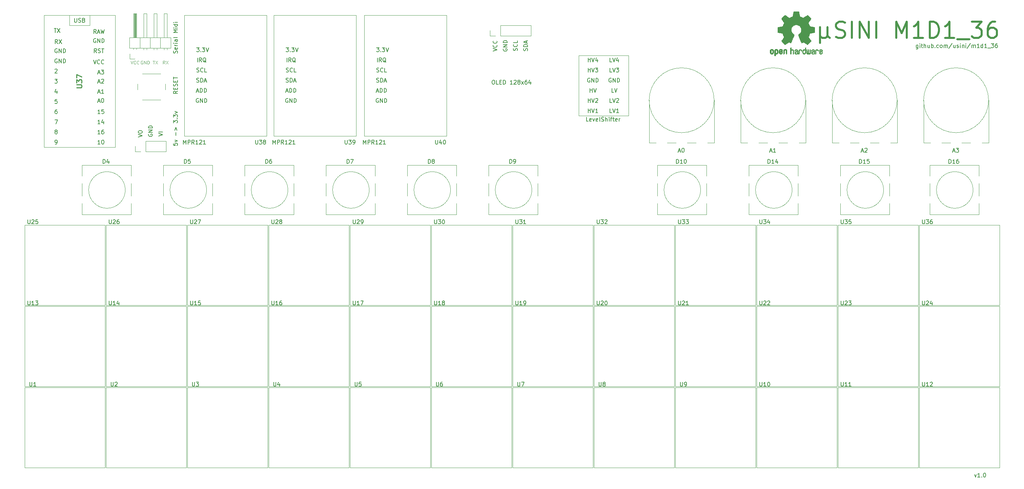
<source format=gbr>
G04 #@! TF.GenerationSoftware,KiCad,Pcbnew,(5.1.5)-3*
G04 #@! TF.CreationDate,2020-05-22T12:40:10+02:00*
G04 #@! TF.ProjectId,m1d1_36,6d316431-5f33-4362-9e6b-696361645f70,rev?*
G04 #@! TF.SameCoordinates,Original*
G04 #@! TF.FileFunction,Legend,Top*
G04 #@! TF.FilePolarity,Positive*
%FSLAX46Y46*%
G04 Gerber Fmt 4.6, Leading zero omitted, Abs format (unit mm)*
G04 Created by KiCad (PCBNEW (5.1.5)-3) date 2020-05-22 12:40:10*
%MOMM*%
%LPD*%
G04 APERTURE LIST*
%ADD10C,0.150000*%
%ADD11C,0.500000*%
%ADD12C,0.100000*%
%ADD13C,0.010000*%
%ADD14C,0.120000*%
%ADD15C,0.254000*%
G04 APERTURE END LIST*
D10*
X31242095Y-36536380D02*
X31813523Y-36536380D01*
X31527809Y-37536380D02*
X31527809Y-36536380D01*
X32051619Y-36536380D02*
X32718285Y-37536380D01*
X32718285Y-36536380D02*
X32051619Y-37536380D01*
X32091333Y-40330380D02*
X31758000Y-39854190D01*
X31519904Y-40330380D02*
X31519904Y-39330380D01*
X31900857Y-39330380D01*
X31996095Y-39378000D01*
X32043714Y-39425619D01*
X32091333Y-39520857D01*
X32091333Y-39663714D01*
X32043714Y-39758952D01*
X31996095Y-39806571D01*
X31900857Y-39854190D01*
X31519904Y-39854190D01*
X32424666Y-39330380D02*
X33091333Y-40330380D01*
X33091333Y-39330380D02*
X32424666Y-40330380D01*
X32004095Y-41664000D02*
X31908857Y-41616380D01*
X31766000Y-41616380D01*
X31623142Y-41664000D01*
X31527904Y-41759238D01*
X31480285Y-41854476D01*
X31432666Y-42044952D01*
X31432666Y-42187809D01*
X31480285Y-42378285D01*
X31527904Y-42473523D01*
X31623142Y-42568761D01*
X31766000Y-42616380D01*
X31861238Y-42616380D01*
X32004095Y-42568761D01*
X32051714Y-42521142D01*
X32051714Y-42187809D01*
X31861238Y-42187809D01*
X32480285Y-42616380D02*
X32480285Y-41616380D01*
X33051714Y-42616380D01*
X33051714Y-41616380D01*
X33527904Y-42616380D02*
X33527904Y-41616380D01*
X33766000Y-41616380D01*
X33908857Y-41664000D01*
X34004095Y-41759238D01*
X34051714Y-41854476D01*
X34099333Y-42044952D01*
X34099333Y-42187809D01*
X34051714Y-42378285D01*
X34004095Y-42473523D01*
X33908857Y-42568761D01*
X33766000Y-42616380D01*
X33527904Y-42616380D01*
X32004095Y-44204000D02*
X31908857Y-44156380D01*
X31766000Y-44156380D01*
X31623142Y-44204000D01*
X31527904Y-44299238D01*
X31480285Y-44394476D01*
X31432666Y-44584952D01*
X31432666Y-44727809D01*
X31480285Y-44918285D01*
X31527904Y-45013523D01*
X31623142Y-45108761D01*
X31766000Y-45156380D01*
X31861238Y-45156380D01*
X32004095Y-45108761D01*
X32051714Y-45061142D01*
X32051714Y-44727809D01*
X31861238Y-44727809D01*
X32480285Y-45156380D02*
X32480285Y-44156380D01*
X33051714Y-45156380D01*
X33051714Y-44156380D01*
X33527904Y-45156380D02*
X33527904Y-44156380D01*
X33766000Y-44156380D01*
X33908857Y-44204000D01*
X34004095Y-44299238D01*
X34051714Y-44394476D01*
X34099333Y-44584952D01*
X34099333Y-44727809D01*
X34051714Y-44918285D01*
X34004095Y-45013523D01*
X33908857Y-45108761D01*
X33766000Y-45156380D01*
X33527904Y-45156380D01*
X31464285Y-46791619D02*
X31511904Y-46744000D01*
X31607142Y-46696380D01*
X31845238Y-46696380D01*
X31940476Y-46744000D01*
X31988095Y-46791619D01*
X32035714Y-46886857D01*
X32035714Y-46982095D01*
X31988095Y-47124952D01*
X31416666Y-47696380D01*
X32035714Y-47696380D01*
X31416666Y-49236380D02*
X32035714Y-49236380D01*
X31702380Y-49617333D01*
X31845238Y-49617333D01*
X31940476Y-49664952D01*
X31988095Y-49712571D01*
X32035714Y-49807809D01*
X32035714Y-50045904D01*
X31988095Y-50141142D01*
X31940476Y-50188761D01*
X31845238Y-50236380D01*
X31559523Y-50236380D01*
X31464285Y-50188761D01*
X31416666Y-50141142D01*
X31940476Y-52109714D02*
X31940476Y-52776380D01*
X31702380Y-51728761D02*
X31464285Y-52443047D01*
X32083333Y-52443047D01*
X31988095Y-54316380D02*
X31511904Y-54316380D01*
X31464285Y-54792571D01*
X31511904Y-54744952D01*
X31607142Y-54697333D01*
X31845238Y-54697333D01*
X31940476Y-54744952D01*
X31988095Y-54792571D01*
X32035714Y-54887809D01*
X32035714Y-55125904D01*
X31988095Y-55221142D01*
X31940476Y-55268761D01*
X31845238Y-55316380D01*
X31607142Y-55316380D01*
X31511904Y-55268761D01*
X31464285Y-55221142D01*
X31940476Y-56856380D02*
X31750000Y-56856380D01*
X31654761Y-56904000D01*
X31607142Y-56951619D01*
X31511904Y-57094476D01*
X31464285Y-57284952D01*
X31464285Y-57665904D01*
X31511904Y-57761142D01*
X31559523Y-57808761D01*
X31654761Y-57856380D01*
X31845238Y-57856380D01*
X31940476Y-57808761D01*
X31988095Y-57761142D01*
X32035714Y-57665904D01*
X32035714Y-57427809D01*
X31988095Y-57332571D01*
X31940476Y-57284952D01*
X31845238Y-57237333D01*
X31654761Y-57237333D01*
X31559523Y-57284952D01*
X31511904Y-57332571D01*
X31464285Y-57427809D01*
X31416666Y-59396380D02*
X32083333Y-59396380D01*
X31654761Y-60396380D01*
X31654761Y-62364952D02*
X31559523Y-62317333D01*
X31511904Y-62269714D01*
X31464285Y-62174476D01*
X31464285Y-62126857D01*
X31511904Y-62031619D01*
X31559523Y-61984000D01*
X31654761Y-61936380D01*
X31845238Y-61936380D01*
X31940476Y-61984000D01*
X31988095Y-62031619D01*
X32035714Y-62126857D01*
X32035714Y-62174476D01*
X31988095Y-62269714D01*
X31940476Y-62317333D01*
X31845238Y-62364952D01*
X31654761Y-62364952D01*
X31559523Y-62412571D01*
X31511904Y-62460190D01*
X31464285Y-62555428D01*
X31464285Y-62745904D01*
X31511904Y-62841142D01*
X31559523Y-62888761D01*
X31654761Y-62936380D01*
X31845238Y-62936380D01*
X31940476Y-62888761D01*
X31988095Y-62841142D01*
X32035714Y-62745904D01*
X32035714Y-62555428D01*
X31988095Y-62460190D01*
X31940476Y-62412571D01*
X31845238Y-62364952D01*
X31559523Y-65476380D02*
X31750000Y-65476380D01*
X31845238Y-65428761D01*
X31892857Y-65381142D01*
X31988095Y-65238285D01*
X32035714Y-65047809D01*
X32035714Y-64666857D01*
X31988095Y-64571619D01*
X31940476Y-64524000D01*
X31845238Y-64476380D01*
X31654761Y-64476380D01*
X31559523Y-64524000D01*
X31511904Y-64571619D01*
X31464285Y-64666857D01*
X31464285Y-64904952D01*
X31511904Y-65000190D01*
X31559523Y-65047809D01*
X31654761Y-65095428D01*
X31845238Y-65095428D01*
X31940476Y-65047809D01*
X31988095Y-65000190D01*
X32035714Y-64904952D01*
X42735523Y-65476380D02*
X42164095Y-65476380D01*
X42449809Y-65476380D02*
X42449809Y-64476380D01*
X42354571Y-64619238D01*
X42259333Y-64714476D01*
X42164095Y-64762095D01*
X43354571Y-64476380D02*
X43449809Y-64476380D01*
X43545047Y-64524000D01*
X43592666Y-64571619D01*
X43640285Y-64666857D01*
X43687904Y-64857333D01*
X43687904Y-65095428D01*
X43640285Y-65285904D01*
X43592666Y-65381142D01*
X43545047Y-65428761D01*
X43449809Y-65476380D01*
X43354571Y-65476380D01*
X43259333Y-65428761D01*
X43211714Y-65381142D01*
X43164095Y-65285904D01*
X43116476Y-65095428D01*
X43116476Y-64857333D01*
X43164095Y-64666857D01*
X43211714Y-64571619D01*
X43259333Y-64524000D01*
X43354571Y-64476380D01*
X42735523Y-62936380D02*
X42164095Y-62936380D01*
X42449809Y-62936380D02*
X42449809Y-61936380D01*
X42354571Y-62079238D01*
X42259333Y-62174476D01*
X42164095Y-62222095D01*
X43592666Y-61936380D02*
X43402190Y-61936380D01*
X43306952Y-61984000D01*
X43259333Y-62031619D01*
X43164095Y-62174476D01*
X43116476Y-62364952D01*
X43116476Y-62745904D01*
X43164095Y-62841142D01*
X43211714Y-62888761D01*
X43306952Y-62936380D01*
X43497428Y-62936380D01*
X43592666Y-62888761D01*
X43640285Y-62841142D01*
X43687904Y-62745904D01*
X43687904Y-62507809D01*
X43640285Y-62412571D01*
X43592666Y-62364952D01*
X43497428Y-62317333D01*
X43306952Y-62317333D01*
X43211714Y-62364952D01*
X43164095Y-62412571D01*
X43116476Y-62507809D01*
X42735523Y-60396380D02*
X42164095Y-60396380D01*
X42449809Y-60396380D02*
X42449809Y-59396380D01*
X42354571Y-59539238D01*
X42259333Y-59634476D01*
X42164095Y-59682095D01*
X43592666Y-59729714D02*
X43592666Y-60396380D01*
X43354571Y-59348761D02*
X43116476Y-60063047D01*
X43735523Y-60063047D01*
X42735523Y-57856380D02*
X42164095Y-57856380D01*
X42449809Y-57856380D02*
X42449809Y-56856380D01*
X42354571Y-56999238D01*
X42259333Y-57094476D01*
X42164095Y-57142095D01*
X43640285Y-56856380D02*
X43164095Y-56856380D01*
X43116476Y-57332571D01*
X43164095Y-57284952D01*
X43259333Y-57237333D01*
X43497428Y-57237333D01*
X43592666Y-57284952D01*
X43640285Y-57332571D01*
X43687904Y-57427809D01*
X43687904Y-57665904D01*
X43640285Y-57761142D01*
X43592666Y-57808761D01*
X43497428Y-57856380D01*
X43259333Y-57856380D01*
X43164095Y-57808761D01*
X43116476Y-57761142D01*
X42211714Y-54776666D02*
X42687904Y-54776666D01*
X42116476Y-55062380D02*
X42449809Y-54062380D01*
X42783142Y-55062380D01*
X43306952Y-54062380D02*
X43402190Y-54062380D01*
X43497428Y-54110000D01*
X43545047Y-54157619D01*
X43592666Y-54252857D01*
X43640285Y-54443333D01*
X43640285Y-54681428D01*
X43592666Y-54871904D01*
X43545047Y-54967142D01*
X43497428Y-55014761D01*
X43402190Y-55062380D01*
X43306952Y-55062380D01*
X43211714Y-55014761D01*
X43164095Y-54967142D01*
X43116476Y-54871904D01*
X43068857Y-54681428D01*
X43068857Y-54443333D01*
X43116476Y-54252857D01*
X43164095Y-54157619D01*
X43211714Y-54110000D01*
X43306952Y-54062380D01*
X42211714Y-52490666D02*
X42687904Y-52490666D01*
X42116476Y-52776380D02*
X42449809Y-51776380D01*
X42783142Y-52776380D01*
X43640285Y-52776380D02*
X43068857Y-52776380D01*
X43354571Y-52776380D02*
X43354571Y-51776380D01*
X43259333Y-51919238D01*
X43164095Y-52014476D01*
X43068857Y-52062095D01*
X42211714Y-49950666D02*
X42687904Y-49950666D01*
X42116476Y-50236380D02*
X42449809Y-49236380D01*
X42783142Y-50236380D01*
X43068857Y-49331619D02*
X43116476Y-49284000D01*
X43211714Y-49236380D01*
X43449809Y-49236380D01*
X43545047Y-49284000D01*
X43592666Y-49331619D01*
X43640285Y-49426857D01*
X43640285Y-49522095D01*
X43592666Y-49664952D01*
X43021238Y-50236380D01*
X43640285Y-50236380D01*
X42211714Y-47664666D02*
X42687904Y-47664666D01*
X42116476Y-47950380D02*
X42449809Y-46950380D01*
X42783142Y-47950380D01*
X43021238Y-46950380D02*
X43640285Y-46950380D01*
X43306952Y-47331333D01*
X43449809Y-47331333D01*
X43545047Y-47378952D01*
X43592666Y-47426571D01*
X43640285Y-47521809D01*
X43640285Y-47759904D01*
X43592666Y-47855142D01*
X43545047Y-47902761D01*
X43449809Y-47950380D01*
X43164095Y-47950380D01*
X43068857Y-47902761D01*
X43021238Y-47855142D01*
X41084666Y-44410380D02*
X41418000Y-45410380D01*
X41751333Y-44410380D01*
X42656095Y-45315142D02*
X42608476Y-45362761D01*
X42465619Y-45410380D01*
X42370380Y-45410380D01*
X42227523Y-45362761D01*
X42132285Y-45267523D01*
X42084666Y-45172285D01*
X42037047Y-44981809D01*
X42037047Y-44838952D01*
X42084666Y-44648476D01*
X42132285Y-44553238D01*
X42227523Y-44458000D01*
X42370380Y-44410380D01*
X42465619Y-44410380D01*
X42608476Y-44458000D01*
X42656095Y-44505619D01*
X43656095Y-45315142D02*
X43608476Y-45362761D01*
X43465619Y-45410380D01*
X43370380Y-45410380D01*
X43227523Y-45362761D01*
X43132285Y-45267523D01*
X43084666Y-45172285D01*
X43037047Y-44981809D01*
X43037047Y-44838952D01*
X43084666Y-44648476D01*
X43132285Y-44553238D01*
X43227523Y-44458000D01*
X43370380Y-44410380D01*
X43465619Y-44410380D01*
X43608476Y-44458000D01*
X43656095Y-44505619D01*
X41870380Y-42616380D02*
X41537047Y-42140190D01*
X41298952Y-42616380D02*
X41298952Y-41616380D01*
X41679904Y-41616380D01*
X41775142Y-41664000D01*
X41822761Y-41711619D01*
X41870380Y-41806857D01*
X41870380Y-41949714D01*
X41822761Y-42044952D01*
X41775142Y-42092571D01*
X41679904Y-42140190D01*
X41298952Y-42140190D01*
X42251333Y-42568761D02*
X42394190Y-42616380D01*
X42632285Y-42616380D01*
X42727523Y-42568761D01*
X42775142Y-42521142D01*
X42822761Y-42425904D01*
X42822761Y-42330666D01*
X42775142Y-42235428D01*
X42727523Y-42187809D01*
X42632285Y-42140190D01*
X42441809Y-42092571D01*
X42346571Y-42044952D01*
X42298952Y-41997333D01*
X42251333Y-41902095D01*
X42251333Y-41806857D01*
X42298952Y-41711619D01*
X42346571Y-41664000D01*
X42441809Y-41616380D01*
X42679904Y-41616380D01*
X42822761Y-41664000D01*
X43108476Y-41616380D02*
X43679904Y-41616380D01*
X43394190Y-42616380D02*
X43394190Y-41616380D01*
X41656095Y-39124000D02*
X41560857Y-39076380D01*
X41418000Y-39076380D01*
X41275142Y-39124000D01*
X41179904Y-39219238D01*
X41132285Y-39314476D01*
X41084666Y-39504952D01*
X41084666Y-39647809D01*
X41132285Y-39838285D01*
X41179904Y-39933523D01*
X41275142Y-40028761D01*
X41418000Y-40076380D01*
X41513238Y-40076380D01*
X41656095Y-40028761D01*
X41703714Y-39981142D01*
X41703714Y-39647809D01*
X41513238Y-39647809D01*
X42132285Y-40076380D02*
X42132285Y-39076380D01*
X42703714Y-40076380D01*
X42703714Y-39076380D01*
X43179904Y-40076380D02*
X43179904Y-39076380D01*
X43418000Y-39076380D01*
X43560857Y-39124000D01*
X43656095Y-39219238D01*
X43703714Y-39314476D01*
X43751333Y-39504952D01*
X43751333Y-39647809D01*
X43703714Y-39838285D01*
X43656095Y-39933523D01*
X43560857Y-40028761D01*
X43418000Y-40076380D01*
X43179904Y-40076380D01*
X41727523Y-37790380D02*
X41394190Y-37314190D01*
X41156095Y-37790380D02*
X41156095Y-36790380D01*
X41537047Y-36790380D01*
X41632285Y-36838000D01*
X41679904Y-36885619D01*
X41727523Y-36980857D01*
X41727523Y-37123714D01*
X41679904Y-37218952D01*
X41632285Y-37266571D01*
X41537047Y-37314190D01*
X41156095Y-37314190D01*
X42108476Y-37504666D02*
X42584666Y-37504666D01*
X42013238Y-37790380D02*
X42346571Y-36790380D01*
X42679904Y-37790380D01*
X42918000Y-36790380D02*
X43156095Y-37790380D01*
X43346571Y-37076095D01*
X43537047Y-37790380D01*
X43775142Y-36790380D01*
X261207428Y-148121714D02*
X261445523Y-148788380D01*
X261683619Y-148121714D01*
X262588380Y-148788380D02*
X262016952Y-148788380D01*
X262302666Y-148788380D02*
X262302666Y-147788380D01*
X262207428Y-147931238D01*
X262112190Y-148026476D01*
X262016952Y-148074095D01*
X263016952Y-148693142D02*
X263064571Y-148740761D01*
X263016952Y-148788380D01*
X262969333Y-148740761D01*
X263016952Y-148693142D01*
X263016952Y-148788380D01*
X263683619Y-147788380D02*
X263778857Y-147788380D01*
X263874095Y-147836000D01*
X263921714Y-147883619D01*
X263969333Y-147978857D01*
X264016952Y-148169333D01*
X264016952Y-148407428D01*
X263969333Y-148597904D01*
X263921714Y-148693142D01*
X263874095Y-148740761D01*
X263778857Y-148788380D01*
X263683619Y-148788380D01*
X263588380Y-148740761D01*
X263540761Y-148693142D01*
X263493142Y-148597904D01*
X263445523Y-148407428D01*
X263445523Y-148169333D01*
X263493142Y-147978857D01*
X263540761Y-147883619D01*
X263588380Y-147836000D01*
X263683619Y-147788380D01*
X247103523Y-40679714D02*
X247103523Y-41489238D01*
X247055904Y-41584476D01*
X247008285Y-41632095D01*
X246913047Y-41679714D01*
X246770190Y-41679714D01*
X246674952Y-41632095D01*
X247103523Y-41298761D02*
X247008285Y-41346380D01*
X246817809Y-41346380D01*
X246722571Y-41298761D01*
X246674952Y-41251142D01*
X246627333Y-41155904D01*
X246627333Y-40870190D01*
X246674952Y-40774952D01*
X246722571Y-40727333D01*
X246817809Y-40679714D01*
X247008285Y-40679714D01*
X247103523Y-40727333D01*
X247579714Y-41346380D02*
X247579714Y-40679714D01*
X247579714Y-40346380D02*
X247532095Y-40394000D01*
X247579714Y-40441619D01*
X247627333Y-40394000D01*
X247579714Y-40346380D01*
X247579714Y-40441619D01*
X247913047Y-40679714D02*
X248294000Y-40679714D01*
X248055904Y-40346380D02*
X248055904Y-41203523D01*
X248103523Y-41298761D01*
X248198761Y-41346380D01*
X248294000Y-41346380D01*
X248627333Y-41346380D02*
X248627333Y-40346380D01*
X249055904Y-41346380D02*
X249055904Y-40822571D01*
X249008285Y-40727333D01*
X248913047Y-40679714D01*
X248770190Y-40679714D01*
X248674952Y-40727333D01*
X248627333Y-40774952D01*
X249960666Y-40679714D02*
X249960666Y-41346380D01*
X249532095Y-40679714D02*
X249532095Y-41203523D01*
X249579714Y-41298761D01*
X249674952Y-41346380D01*
X249817809Y-41346380D01*
X249913047Y-41298761D01*
X249960666Y-41251142D01*
X250436857Y-41346380D02*
X250436857Y-40346380D01*
X250436857Y-40727333D02*
X250532095Y-40679714D01*
X250722571Y-40679714D01*
X250817809Y-40727333D01*
X250865428Y-40774952D01*
X250913047Y-40870190D01*
X250913047Y-41155904D01*
X250865428Y-41251142D01*
X250817809Y-41298761D01*
X250722571Y-41346380D01*
X250532095Y-41346380D01*
X250436857Y-41298761D01*
X251341619Y-41251142D02*
X251389238Y-41298761D01*
X251341619Y-41346380D01*
X251294000Y-41298761D01*
X251341619Y-41251142D01*
X251341619Y-41346380D01*
X252246380Y-41298761D02*
X252151142Y-41346380D01*
X251960666Y-41346380D01*
X251865428Y-41298761D01*
X251817809Y-41251142D01*
X251770190Y-41155904D01*
X251770190Y-40870190D01*
X251817809Y-40774952D01*
X251865428Y-40727333D01*
X251960666Y-40679714D01*
X252151142Y-40679714D01*
X252246380Y-40727333D01*
X252817809Y-41346380D02*
X252722571Y-41298761D01*
X252674952Y-41251142D01*
X252627333Y-41155904D01*
X252627333Y-40870190D01*
X252674952Y-40774952D01*
X252722571Y-40727333D01*
X252817809Y-40679714D01*
X252960666Y-40679714D01*
X253055904Y-40727333D01*
X253103523Y-40774952D01*
X253151142Y-40870190D01*
X253151142Y-41155904D01*
X253103523Y-41251142D01*
X253055904Y-41298761D01*
X252960666Y-41346380D01*
X252817809Y-41346380D01*
X253579714Y-41346380D02*
X253579714Y-40679714D01*
X253579714Y-40774952D02*
X253627333Y-40727333D01*
X253722571Y-40679714D01*
X253865428Y-40679714D01*
X253960666Y-40727333D01*
X254008285Y-40822571D01*
X254008285Y-41346380D01*
X254008285Y-40822571D02*
X254055904Y-40727333D01*
X254151142Y-40679714D01*
X254294000Y-40679714D01*
X254389238Y-40727333D01*
X254436857Y-40822571D01*
X254436857Y-41346380D01*
X255627333Y-40298761D02*
X254770190Y-41584476D01*
X256389238Y-40679714D02*
X256389238Y-41346380D01*
X255960666Y-40679714D02*
X255960666Y-41203523D01*
X256008285Y-41298761D01*
X256103523Y-41346380D01*
X256246380Y-41346380D01*
X256341619Y-41298761D01*
X256389238Y-41251142D01*
X256817809Y-41298761D02*
X256913047Y-41346380D01*
X257103523Y-41346380D01*
X257198761Y-41298761D01*
X257246380Y-41203523D01*
X257246380Y-41155904D01*
X257198761Y-41060666D01*
X257103523Y-41013047D01*
X256960666Y-41013047D01*
X256865428Y-40965428D01*
X256817809Y-40870190D01*
X256817809Y-40822571D01*
X256865428Y-40727333D01*
X256960666Y-40679714D01*
X257103523Y-40679714D01*
X257198761Y-40727333D01*
X257674952Y-41346380D02*
X257674952Y-40679714D01*
X257674952Y-40346380D02*
X257627333Y-40394000D01*
X257674952Y-40441619D01*
X257722571Y-40394000D01*
X257674952Y-40346380D01*
X257674952Y-40441619D01*
X258151142Y-40679714D02*
X258151142Y-41346380D01*
X258151142Y-40774952D02*
X258198761Y-40727333D01*
X258294000Y-40679714D01*
X258436857Y-40679714D01*
X258532095Y-40727333D01*
X258579714Y-40822571D01*
X258579714Y-41346380D01*
X259055904Y-41346380D02*
X259055904Y-40679714D01*
X259055904Y-40346380D02*
X259008285Y-40394000D01*
X259055904Y-40441619D01*
X259103523Y-40394000D01*
X259055904Y-40346380D01*
X259055904Y-40441619D01*
X260246380Y-40298761D02*
X259389238Y-41584476D01*
X260579714Y-41346380D02*
X260579714Y-40679714D01*
X260579714Y-40774952D02*
X260627333Y-40727333D01*
X260722571Y-40679714D01*
X260865428Y-40679714D01*
X260960666Y-40727333D01*
X261008285Y-40822571D01*
X261008285Y-41346380D01*
X261008285Y-40822571D02*
X261055904Y-40727333D01*
X261151142Y-40679714D01*
X261294000Y-40679714D01*
X261389238Y-40727333D01*
X261436857Y-40822571D01*
X261436857Y-41346380D01*
X262436857Y-41346380D02*
X261865428Y-41346380D01*
X262151142Y-41346380D02*
X262151142Y-40346380D01*
X262055904Y-40489238D01*
X261960666Y-40584476D01*
X261865428Y-40632095D01*
X263294000Y-41346380D02*
X263294000Y-40346380D01*
X263294000Y-41298761D02*
X263198761Y-41346380D01*
X263008285Y-41346380D01*
X262913047Y-41298761D01*
X262865428Y-41251142D01*
X262817809Y-41155904D01*
X262817809Y-40870190D01*
X262865428Y-40774952D01*
X262913047Y-40727333D01*
X263008285Y-40679714D01*
X263198761Y-40679714D01*
X263294000Y-40727333D01*
X264294000Y-41346380D02*
X263722571Y-41346380D01*
X264008285Y-41346380D02*
X264008285Y-40346380D01*
X263913047Y-40489238D01*
X263817809Y-40584476D01*
X263722571Y-40632095D01*
X264484476Y-41441619D02*
X265246380Y-41441619D01*
X265389238Y-40346380D02*
X266008285Y-40346380D01*
X265674952Y-40727333D01*
X265817809Y-40727333D01*
X265913047Y-40774952D01*
X265960666Y-40822571D01*
X266008285Y-40917809D01*
X266008285Y-41155904D01*
X265960666Y-41251142D01*
X265913047Y-41298761D01*
X265817809Y-41346380D01*
X265532095Y-41346380D01*
X265436857Y-41298761D01*
X265389238Y-41251142D01*
X266865428Y-40346380D02*
X266674952Y-40346380D01*
X266579714Y-40394000D01*
X266532095Y-40441619D01*
X266436857Y-40584476D01*
X266389238Y-40774952D01*
X266389238Y-41155904D01*
X266436857Y-41251142D01*
X266484476Y-41298761D01*
X266579714Y-41346380D01*
X266770190Y-41346380D01*
X266865428Y-41298761D01*
X266913047Y-41251142D01*
X266960666Y-41155904D01*
X266960666Y-40917809D01*
X266913047Y-40822571D01*
X266865428Y-40774952D01*
X266770190Y-40727333D01*
X266579714Y-40727333D01*
X266484476Y-40774952D01*
X266436857Y-40822571D01*
X266389238Y-40917809D01*
D11*
X222602000Y-36226857D02*
X222602000Y-40226857D01*
X224506761Y-38322095D02*
X224697238Y-38703047D01*
X225078190Y-38893523D01*
X222602000Y-38322095D02*
X222792476Y-38703047D01*
X223173428Y-38893523D01*
X223935333Y-38893523D01*
X224316285Y-38703047D01*
X224506761Y-38322095D01*
X224506761Y-36226857D01*
X226602000Y-38703047D02*
X227173428Y-38893523D01*
X228125809Y-38893523D01*
X228506761Y-38703047D01*
X228697238Y-38512571D01*
X228887714Y-38131619D01*
X228887714Y-37750666D01*
X228697238Y-37369714D01*
X228506761Y-37179238D01*
X228125809Y-36988761D01*
X227363904Y-36798285D01*
X226982952Y-36607809D01*
X226792476Y-36417333D01*
X226602000Y-36036380D01*
X226602000Y-35655428D01*
X226792476Y-35274476D01*
X226982952Y-35084000D01*
X227363904Y-34893523D01*
X228316285Y-34893523D01*
X228887714Y-35084000D01*
X230602000Y-38893523D02*
X230602000Y-34893523D01*
X232506761Y-38893523D02*
X232506761Y-34893523D01*
X234792476Y-38893523D01*
X234792476Y-34893523D01*
X236697238Y-38893523D02*
X236697238Y-34893523D01*
X241649619Y-38893523D02*
X241649619Y-34893523D01*
X242982952Y-37750666D01*
X244316285Y-34893523D01*
X244316285Y-38893523D01*
X248316285Y-38893523D02*
X246030571Y-38893523D01*
X247173428Y-38893523D02*
X247173428Y-34893523D01*
X246792476Y-35464952D01*
X246411523Y-35845904D01*
X246030571Y-36036380D01*
X250030571Y-38893523D02*
X250030571Y-34893523D01*
X250982952Y-34893523D01*
X251554380Y-35084000D01*
X251935333Y-35464952D01*
X252125809Y-35845904D01*
X252316285Y-36607809D01*
X252316285Y-37179238D01*
X252125809Y-37941142D01*
X251935333Y-38322095D01*
X251554380Y-38703047D01*
X250982952Y-38893523D01*
X250030571Y-38893523D01*
X256125809Y-38893523D02*
X253840095Y-38893523D01*
X254982952Y-38893523D02*
X254982952Y-34893523D01*
X254602000Y-35464952D01*
X254221047Y-35845904D01*
X253840095Y-36036380D01*
X256887714Y-39274476D02*
X259935333Y-39274476D01*
X260506761Y-34893523D02*
X262982952Y-34893523D01*
X261649619Y-36417333D01*
X262221047Y-36417333D01*
X262602000Y-36607809D01*
X262792476Y-36798285D01*
X262982952Y-37179238D01*
X262982952Y-38131619D01*
X262792476Y-38512571D01*
X262602000Y-38703047D01*
X262221047Y-38893523D01*
X261078190Y-38893523D01*
X260697238Y-38703047D01*
X260506761Y-38512571D01*
X266411523Y-34893523D02*
X265649619Y-34893523D01*
X265268666Y-35084000D01*
X265078190Y-35274476D01*
X264697238Y-35845904D01*
X264506761Y-36607809D01*
X264506761Y-38131619D01*
X264697238Y-38512571D01*
X264887714Y-38703047D01*
X265268666Y-38893523D01*
X266030571Y-38893523D01*
X266411523Y-38703047D01*
X266602000Y-38512571D01*
X266792476Y-38131619D01*
X266792476Y-37179238D01*
X266602000Y-36798285D01*
X266411523Y-36607809D01*
X266030571Y-36417333D01*
X265268666Y-36417333D01*
X264887714Y-36607809D01*
X264697238Y-36798285D01*
X264506761Y-37179238D01*
D12*
X50368333Y-44646904D02*
X50635000Y-45446904D01*
X50901666Y-44646904D01*
X51625476Y-45370714D02*
X51587380Y-45408809D01*
X51473095Y-45446904D01*
X51396904Y-45446904D01*
X51282619Y-45408809D01*
X51206428Y-45332619D01*
X51168333Y-45256428D01*
X51130238Y-45104047D01*
X51130238Y-44989761D01*
X51168333Y-44837380D01*
X51206428Y-44761190D01*
X51282619Y-44685000D01*
X51396904Y-44646904D01*
X51473095Y-44646904D01*
X51587380Y-44685000D01*
X51625476Y-44723095D01*
X52425476Y-45370714D02*
X52387380Y-45408809D01*
X52273095Y-45446904D01*
X52196904Y-45446904D01*
X52082619Y-45408809D01*
X52006428Y-45332619D01*
X51968333Y-45256428D01*
X51930238Y-45104047D01*
X51930238Y-44989761D01*
X51968333Y-44837380D01*
X52006428Y-44761190D01*
X52082619Y-44685000D01*
X52196904Y-44646904D01*
X52273095Y-44646904D01*
X52387380Y-44685000D01*
X52425476Y-44723095D01*
X53365476Y-44685000D02*
X53289285Y-44646904D01*
X53175000Y-44646904D01*
X53060714Y-44685000D01*
X52984523Y-44761190D01*
X52946428Y-44837380D01*
X52908333Y-44989761D01*
X52908333Y-45104047D01*
X52946428Y-45256428D01*
X52984523Y-45332619D01*
X53060714Y-45408809D01*
X53175000Y-45446904D01*
X53251190Y-45446904D01*
X53365476Y-45408809D01*
X53403571Y-45370714D01*
X53403571Y-45104047D01*
X53251190Y-45104047D01*
X53746428Y-45446904D02*
X53746428Y-44646904D01*
X54203571Y-45446904D01*
X54203571Y-44646904D01*
X54584523Y-45446904D02*
X54584523Y-44646904D01*
X54775000Y-44646904D01*
X54889285Y-44685000D01*
X54965476Y-44761190D01*
X55003571Y-44837380D01*
X55041666Y-44989761D01*
X55041666Y-45104047D01*
X55003571Y-45256428D01*
X54965476Y-45332619D01*
X54889285Y-45408809D01*
X54775000Y-45446904D01*
X54584523Y-45446904D01*
X55905476Y-44646904D02*
X56362619Y-44646904D01*
X56134047Y-45446904D02*
X56134047Y-44646904D01*
X56553095Y-44646904D02*
X57086428Y-45446904D01*
X57086428Y-44646904D02*
X56553095Y-45446904D01*
X58921666Y-45446904D02*
X58655000Y-45065952D01*
X58464523Y-45446904D02*
X58464523Y-44646904D01*
X58769285Y-44646904D01*
X58845476Y-44685000D01*
X58883571Y-44723095D01*
X58921666Y-44799285D01*
X58921666Y-44913571D01*
X58883571Y-44989761D01*
X58845476Y-45027857D01*
X58769285Y-45065952D01*
X58464523Y-45065952D01*
X59188333Y-44646904D02*
X59721666Y-45446904D01*
X59721666Y-44646904D02*
X59188333Y-45446904D01*
D13*
G36*
X216871014Y-32298998D02*
G01*
X217029006Y-32299863D01*
X217143347Y-32302205D01*
X217221407Y-32306762D01*
X217270554Y-32314270D01*
X217298159Y-32325466D01*
X217311592Y-32341088D01*
X217318221Y-32361873D01*
X217318865Y-32364563D01*
X217328935Y-32413113D01*
X217347575Y-32508905D01*
X217372845Y-32641743D01*
X217402807Y-32801431D01*
X217435522Y-32977774D01*
X217436664Y-32983967D01*
X217469433Y-33156782D01*
X217500093Y-33309469D01*
X217526664Y-33432871D01*
X217547167Y-33517831D01*
X217559626Y-33555190D01*
X217560220Y-33555852D01*
X217596919Y-33574095D01*
X217672586Y-33604497D01*
X217770878Y-33640493D01*
X217771425Y-33640685D01*
X217895233Y-33687222D01*
X218041196Y-33746504D01*
X218178781Y-33806109D01*
X218185293Y-33809056D01*
X218409390Y-33910765D01*
X218905619Y-33571897D01*
X219057846Y-33468592D01*
X219195741Y-33376237D01*
X219311315Y-33300084D01*
X219396579Y-33245385D01*
X219443544Y-33217393D01*
X219448004Y-33215317D01*
X219482134Y-33224560D01*
X219545881Y-33269156D01*
X219641731Y-33351209D01*
X219772169Y-33472821D01*
X219905328Y-33602205D01*
X220033694Y-33729702D01*
X220148581Y-33846046D01*
X220243073Y-33944052D01*
X220310253Y-34016536D01*
X220343206Y-34056313D01*
X220344432Y-34058361D01*
X220348074Y-34085656D01*
X220334350Y-34130234D01*
X220299869Y-34198112D01*
X220241239Y-34295311D01*
X220155070Y-34427851D01*
X220040200Y-34598476D01*
X219938254Y-34748655D01*
X219847123Y-34883350D01*
X219772073Y-34994740D01*
X219718369Y-35075005D01*
X219691280Y-35116325D01*
X219689574Y-35119130D01*
X219692882Y-35158721D01*
X219717953Y-35235669D01*
X219759798Y-35335432D01*
X219774712Y-35367291D01*
X219839786Y-35509226D01*
X219909212Y-35670273D01*
X219965609Y-35809621D01*
X220006247Y-35913044D01*
X220038526Y-35991642D01*
X220057178Y-36032720D01*
X220059497Y-36035885D01*
X220093803Y-36041128D01*
X220174669Y-36055494D01*
X220291343Y-36076937D01*
X220433075Y-36103413D01*
X220589110Y-36132877D01*
X220748698Y-36163283D01*
X220901085Y-36192588D01*
X221035521Y-36218745D01*
X221141252Y-36239710D01*
X221207526Y-36253439D01*
X221223782Y-36257320D01*
X221240573Y-36266900D01*
X221253249Y-36288536D01*
X221262378Y-36329531D01*
X221268531Y-36397189D01*
X221272280Y-36498812D01*
X221274192Y-36641703D01*
X221274840Y-36833165D01*
X221274874Y-36911645D01*
X221274874Y-37549906D01*
X221121598Y-37580160D01*
X221036322Y-37596564D01*
X220909070Y-37620509D01*
X220755315Y-37649107D01*
X220590534Y-37679467D01*
X220544989Y-37687806D01*
X220392932Y-37717370D01*
X220260468Y-37746442D01*
X220158714Y-37772329D01*
X220098788Y-37792337D01*
X220088805Y-37798301D01*
X220064293Y-37840534D01*
X220029148Y-37922370D01*
X219990173Y-38027683D01*
X219982442Y-38050368D01*
X219931360Y-38191018D01*
X219867954Y-38349714D01*
X219805904Y-38492225D01*
X219805598Y-38492886D01*
X219702267Y-38716440D01*
X220381961Y-39716232D01*
X219945621Y-40153300D01*
X219813649Y-40283381D01*
X219693279Y-40398048D01*
X219591273Y-40491181D01*
X219514391Y-40556658D01*
X219469393Y-40588357D01*
X219462938Y-40590368D01*
X219425040Y-40574529D01*
X219347708Y-40530496D01*
X219239389Y-40463490D01*
X219108532Y-40378734D01*
X218967052Y-40283816D01*
X218823461Y-40186998D01*
X218695435Y-40102751D01*
X218591105Y-40036258D01*
X218518600Y-39992702D01*
X218486158Y-39977264D01*
X218446576Y-39990328D01*
X218371519Y-40024750D01*
X218276468Y-40073380D01*
X218266392Y-40078785D01*
X218138391Y-40142980D01*
X218050618Y-40174463D01*
X217996028Y-40174798D01*
X217967575Y-40145548D01*
X217967410Y-40145138D01*
X217953188Y-40110498D01*
X217919269Y-40028269D01*
X217868284Y-39904814D01*
X217802862Y-39746498D01*
X217725634Y-39559686D01*
X217639229Y-39350742D01*
X217555551Y-39148446D01*
X217463588Y-38925200D01*
X217379150Y-38718392D01*
X217304769Y-38534362D01*
X217242974Y-38379451D01*
X217196297Y-38259996D01*
X217167268Y-38182339D01*
X217158322Y-38153356D01*
X217180756Y-38120110D01*
X217239439Y-38067123D01*
X217317689Y-38008704D01*
X217540534Y-37823952D01*
X217714718Y-37612182D01*
X217838154Y-37377856D01*
X217908754Y-37125434D01*
X217924431Y-36859377D01*
X217913036Y-36736575D01*
X217850950Y-36481793D01*
X217744023Y-36256801D01*
X217598889Y-36063817D01*
X217422178Y-35905061D01*
X217220522Y-35782750D01*
X217000554Y-35699105D01*
X216768906Y-35656344D01*
X216532209Y-35656687D01*
X216297095Y-35702352D01*
X216070196Y-35795559D01*
X215858144Y-35938527D01*
X215769636Y-36019383D01*
X215599889Y-36227007D01*
X215481699Y-36453895D01*
X215414278Y-36693433D01*
X215396840Y-36939007D01*
X215428598Y-37184003D01*
X215508765Y-37421808D01*
X215636555Y-37645807D01*
X215811180Y-37849387D01*
X216006312Y-38008704D01*
X216087591Y-38069602D01*
X216145009Y-38122015D01*
X216165678Y-38153406D01*
X216154856Y-38187639D01*
X216124077Y-38269419D01*
X216075874Y-38392407D01*
X216012778Y-38550263D01*
X215937322Y-38736649D01*
X215852038Y-38945226D01*
X215768219Y-39148496D01*
X215675745Y-39371933D01*
X215590089Y-39578984D01*
X215513882Y-39763286D01*
X215449753Y-39918475D01*
X215400332Y-40038188D01*
X215368248Y-40116061D01*
X215356359Y-40145138D01*
X215328274Y-40174677D01*
X215273949Y-40174591D01*
X215186395Y-40143326D01*
X215058619Y-40079329D01*
X215057608Y-40078785D01*
X214961402Y-40029121D01*
X214883631Y-39992945D01*
X214839777Y-39977408D01*
X214837842Y-39977264D01*
X214804829Y-39993024D01*
X214731946Y-40036850D01*
X214627322Y-40103557D01*
X214499090Y-40187964D01*
X214356948Y-40283816D01*
X214212233Y-40380867D01*
X214081804Y-40465270D01*
X213974110Y-40531801D01*
X213897598Y-40575238D01*
X213861062Y-40590368D01*
X213827418Y-40570482D01*
X213759776Y-40514903D01*
X213664893Y-40429754D01*
X213549530Y-40321153D01*
X213420445Y-40195221D01*
X213378229Y-40153149D01*
X212941739Y-39715931D01*
X213273977Y-39228340D01*
X213374946Y-39078605D01*
X213463562Y-38944220D01*
X213534854Y-38832969D01*
X213583850Y-38752639D01*
X213605578Y-38711014D01*
X213606215Y-38708053D01*
X213594760Y-38668818D01*
X213563949Y-38589895D01*
X213519116Y-38484509D01*
X213487647Y-38413954D01*
X213428808Y-38278876D01*
X213373396Y-38142409D01*
X213330436Y-38027103D01*
X213318766Y-37991977D01*
X213285611Y-37898174D01*
X213253201Y-37825694D01*
X213235399Y-37798301D01*
X213196114Y-37781536D01*
X213110374Y-37757770D01*
X212989303Y-37729697D01*
X212844027Y-37700009D01*
X212779012Y-37687806D01*
X212613913Y-37657468D01*
X212455552Y-37628093D01*
X212319404Y-37602569D01*
X212220943Y-37583785D01*
X212202402Y-37580160D01*
X212049127Y-37549906D01*
X212049127Y-36911645D01*
X212049471Y-36701770D01*
X212050884Y-36542980D01*
X212053936Y-36427973D01*
X212059197Y-36349446D01*
X212067237Y-36300096D01*
X212078627Y-36272619D01*
X212093937Y-36259713D01*
X212100218Y-36257320D01*
X212138104Y-36248833D01*
X212221805Y-36231900D01*
X212340567Y-36208566D01*
X212483639Y-36180875D01*
X212640268Y-36150873D01*
X212799703Y-36120604D01*
X212951191Y-36092115D01*
X213083981Y-36067449D01*
X213187319Y-36048651D01*
X213250455Y-36037767D01*
X213264503Y-36035885D01*
X213277230Y-36010704D01*
X213305400Y-35943622D01*
X213343748Y-35847333D01*
X213358391Y-35809621D01*
X213417452Y-35663921D01*
X213487000Y-35502951D01*
X213549288Y-35367291D01*
X213595121Y-35263561D01*
X213625613Y-35178326D01*
X213635792Y-35126126D01*
X213634169Y-35119130D01*
X213612657Y-35086102D01*
X213563535Y-35012643D01*
X213492077Y-34906577D01*
X213403555Y-34775726D01*
X213303241Y-34627912D01*
X213283406Y-34598734D01*
X213167012Y-34425863D01*
X213081452Y-34294226D01*
X213023316Y-34197761D01*
X212989192Y-34130408D01*
X212975669Y-34086106D01*
X212979336Y-34058794D01*
X212979430Y-34058620D01*
X213008293Y-34022746D01*
X213072133Y-33953391D01*
X213164031Y-33857745D01*
X213277067Y-33742999D01*
X213404321Y-33616341D01*
X213418672Y-33602205D01*
X213579043Y-33446903D01*
X213702805Y-33332870D01*
X213792445Y-33258002D01*
X213850448Y-33220196D01*
X213875996Y-33215317D01*
X213913282Y-33236603D01*
X213990657Y-33285773D01*
X214100133Y-33357575D01*
X214233720Y-33446755D01*
X214383430Y-33548063D01*
X214418382Y-33571897D01*
X214914610Y-33910765D01*
X215138707Y-33809056D01*
X215274989Y-33749783D01*
X215421276Y-33690170D01*
X215547035Y-33642640D01*
X215552575Y-33640685D01*
X215650943Y-33604677D01*
X215726771Y-33574229D01*
X215763718Y-33555905D01*
X215763780Y-33555852D01*
X215775504Y-33522729D01*
X215795432Y-33441267D01*
X215821587Y-33320625D01*
X215851990Y-33169959D01*
X215884663Y-32998428D01*
X215887336Y-32983967D01*
X215920110Y-32807235D01*
X215950198Y-32646810D01*
X215975661Y-32512888D01*
X215994559Y-32415663D01*
X216004953Y-32365332D01*
X216005135Y-32364563D01*
X216011461Y-32343153D01*
X216023761Y-32326988D01*
X216049406Y-32315331D01*
X216095765Y-32307445D01*
X216170208Y-32302593D01*
X216280105Y-32300039D01*
X216432825Y-32299045D01*
X216635738Y-32298874D01*
X216662000Y-32298874D01*
X216871014Y-32298998D01*
G37*
X216871014Y-32298998D02*
X217029006Y-32299863D01*
X217143347Y-32302205D01*
X217221407Y-32306762D01*
X217270554Y-32314270D01*
X217298159Y-32325466D01*
X217311592Y-32341088D01*
X217318221Y-32361873D01*
X217318865Y-32364563D01*
X217328935Y-32413113D01*
X217347575Y-32508905D01*
X217372845Y-32641743D01*
X217402807Y-32801431D01*
X217435522Y-32977774D01*
X217436664Y-32983967D01*
X217469433Y-33156782D01*
X217500093Y-33309469D01*
X217526664Y-33432871D01*
X217547167Y-33517831D01*
X217559626Y-33555190D01*
X217560220Y-33555852D01*
X217596919Y-33574095D01*
X217672586Y-33604497D01*
X217770878Y-33640493D01*
X217771425Y-33640685D01*
X217895233Y-33687222D01*
X218041196Y-33746504D01*
X218178781Y-33806109D01*
X218185293Y-33809056D01*
X218409390Y-33910765D01*
X218905619Y-33571897D01*
X219057846Y-33468592D01*
X219195741Y-33376237D01*
X219311315Y-33300084D01*
X219396579Y-33245385D01*
X219443544Y-33217393D01*
X219448004Y-33215317D01*
X219482134Y-33224560D01*
X219545881Y-33269156D01*
X219641731Y-33351209D01*
X219772169Y-33472821D01*
X219905328Y-33602205D01*
X220033694Y-33729702D01*
X220148581Y-33846046D01*
X220243073Y-33944052D01*
X220310253Y-34016536D01*
X220343206Y-34056313D01*
X220344432Y-34058361D01*
X220348074Y-34085656D01*
X220334350Y-34130234D01*
X220299869Y-34198112D01*
X220241239Y-34295311D01*
X220155070Y-34427851D01*
X220040200Y-34598476D01*
X219938254Y-34748655D01*
X219847123Y-34883350D01*
X219772073Y-34994740D01*
X219718369Y-35075005D01*
X219691280Y-35116325D01*
X219689574Y-35119130D01*
X219692882Y-35158721D01*
X219717953Y-35235669D01*
X219759798Y-35335432D01*
X219774712Y-35367291D01*
X219839786Y-35509226D01*
X219909212Y-35670273D01*
X219965609Y-35809621D01*
X220006247Y-35913044D01*
X220038526Y-35991642D01*
X220057178Y-36032720D01*
X220059497Y-36035885D01*
X220093803Y-36041128D01*
X220174669Y-36055494D01*
X220291343Y-36076937D01*
X220433075Y-36103413D01*
X220589110Y-36132877D01*
X220748698Y-36163283D01*
X220901085Y-36192588D01*
X221035521Y-36218745D01*
X221141252Y-36239710D01*
X221207526Y-36253439D01*
X221223782Y-36257320D01*
X221240573Y-36266900D01*
X221253249Y-36288536D01*
X221262378Y-36329531D01*
X221268531Y-36397189D01*
X221272280Y-36498812D01*
X221274192Y-36641703D01*
X221274840Y-36833165D01*
X221274874Y-36911645D01*
X221274874Y-37549906D01*
X221121598Y-37580160D01*
X221036322Y-37596564D01*
X220909070Y-37620509D01*
X220755315Y-37649107D01*
X220590534Y-37679467D01*
X220544989Y-37687806D01*
X220392932Y-37717370D01*
X220260468Y-37746442D01*
X220158714Y-37772329D01*
X220098788Y-37792337D01*
X220088805Y-37798301D01*
X220064293Y-37840534D01*
X220029148Y-37922370D01*
X219990173Y-38027683D01*
X219982442Y-38050368D01*
X219931360Y-38191018D01*
X219867954Y-38349714D01*
X219805904Y-38492225D01*
X219805598Y-38492886D01*
X219702267Y-38716440D01*
X220381961Y-39716232D01*
X219945621Y-40153300D01*
X219813649Y-40283381D01*
X219693279Y-40398048D01*
X219591273Y-40491181D01*
X219514391Y-40556658D01*
X219469393Y-40588357D01*
X219462938Y-40590368D01*
X219425040Y-40574529D01*
X219347708Y-40530496D01*
X219239389Y-40463490D01*
X219108532Y-40378734D01*
X218967052Y-40283816D01*
X218823461Y-40186998D01*
X218695435Y-40102751D01*
X218591105Y-40036258D01*
X218518600Y-39992702D01*
X218486158Y-39977264D01*
X218446576Y-39990328D01*
X218371519Y-40024750D01*
X218276468Y-40073380D01*
X218266392Y-40078785D01*
X218138391Y-40142980D01*
X218050618Y-40174463D01*
X217996028Y-40174798D01*
X217967575Y-40145548D01*
X217967410Y-40145138D01*
X217953188Y-40110498D01*
X217919269Y-40028269D01*
X217868284Y-39904814D01*
X217802862Y-39746498D01*
X217725634Y-39559686D01*
X217639229Y-39350742D01*
X217555551Y-39148446D01*
X217463588Y-38925200D01*
X217379150Y-38718392D01*
X217304769Y-38534362D01*
X217242974Y-38379451D01*
X217196297Y-38259996D01*
X217167268Y-38182339D01*
X217158322Y-38153356D01*
X217180756Y-38120110D01*
X217239439Y-38067123D01*
X217317689Y-38008704D01*
X217540534Y-37823952D01*
X217714718Y-37612182D01*
X217838154Y-37377856D01*
X217908754Y-37125434D01*
X217924431Y-36859377D01*
X217913036Y-36736575D01*
X217850950Y-36481793D01*
X217744023Y-36256801D01*
X217598889Y-36063817D01*
X217422178Y-35905061D01*
X217220522Y-35782750D01*
X217000554Y-35699105D01*
X216768906Y-35656344D01*
X216532209Y-35656687D01*
X216297095Y-35702352D01*
X216070196Y-35795559D01*
X215858144Y-35938527D01*
X215769636Y-36019383D01*
X215599889Y-36227007D01*
X215481699Y-36453895D01*
X215414278Y-36693433D01*
X215396840Y-36939007D01*
X215428598Y-37184003D01*
X215508765Y-37421808D01*
X215636555Y-37645807D01*
X215811180Y-37849387D01*
X216006312Y-38008704D01*
X216087591Y-38069602D01*
X216145009Y-38122015D01*
X216165678Y-38153406D01*
X216154856Y-38187639D01*
X216124077Y-38269419D01*
X216075874Y-38392407D01*
X216012778Y-38550263D01*
X215937322Y-38736649D01*
X215852038Y-38945226D01*
X215768219Y-39148496D01*
X215675745Y-39371933D01*
X215590089Y-39578984D01*
X215513882Y-39763286D01*
X215449753Y-39918475D01*
X215400332Y-40038188D01*
X215368248Y-40116061D01*
X215356359Y-40145138D01*
X215328274Y-40174677D01*
X215273949Y-40174591D01*
X215186395Y-40143326D01*
X215058619Y-40079329D01*
X215057608Y-40078785D01*
X214961402Y-40029121D01*
X214883631Y-39992945D01*
X214839777Y-39977408D01*
X214837842Y-39977264D01*
X214804829Y-39993024D01*
X214731946Y-40036850D01*
X214627322Y-40103557D01*
X214499090Y-40187964D01*
X214356948Y-40283816D01*
X214212233Y-40380867D01*
X214081804Y-40465270D01*
X213974110Y-40531801D01*
X213897598Y-40575238D01*
X213861062Y-40590368D01*
X213827418Y-40570482D01*
X213759776Y-40514903D01*
X213664893Y-40429754D01*
X213549530Y-40321153D01*
X213420445Y-40195221D01*
X213378229Y-40153149D01*
X212941739Y-39715931D01*
X213273977Y-39228340D01*
X213374946Y-39078605D01*
X213463562Y-38944220D01*
X213534854Y-38832969D01*
X213583850Y-38752639D01*
X213605578Y-38711014D01*
X213606215Y-38708053D01*
X213594760Y-38668818D01*
X213563949Y-38589895D01*
X213519116Y-38484509D01*
X213487647Y-38413954D01*
X213428808Y-38278876D01*
X213373396Y-38142409D01*
X213330436Y-38027103D01*
X213318766Y-37991977D01*
X213285611Y-37898174D01*
X213253201Y-37825694D01*
X213235399Y-37798301D01*
X213196114Y-37781536D01*
X213110374Y-37757770D01*
X212989303Y-37729697D01*
X212844027Y-37700009D01*
X212779012Y-37687806D01*
X212613913Y-37657468D01*
X212455552Y-37628093D01*
X212319404Y-37602569D01*
X212220943Y-37583785D01*
X212202402Y-37580160D01*
X212049127Y-37549906D01*
X212049127Y-36911645D01*
X212049471Y-36701770D01*
X212050884Y-36542980D01*
X212053936Y-36427973D01*
X212059197Y-36349446D01*
X212067237Y-36300096D01*
X212078627Y-36272619D01*
X212093937Y-36259713D01*
X212100218Y-36257320D01*
X212138104Y-36248833D01*
X212221805Y-36231900D01*
X212340567Y-36208566D01*
X212483639Y-36180875D01*
X212640268Y-36150873D01*
X212799703Y-36120604D01*
X212951191Y-36092115D01*
X213083981Y-36067449D01*
X213187319Y-36048651D01*
X213250455Y-36037767D01*
X213264503Y-36035885D01*
X213277230Y-36010704D01*
X213305400Y-35943622D01*
X213343748Y-35847333D01*
X213358391Y-35809621D01*
X213417452Y-35663921D01*
X213487000Y-35502951D01*
X213549288Y-35367291D01*
X213595121Y-35263561D01*
X213625613Y-35178326D01*
X213635792Y-35126126D01*
X213634169Y-35119130D01*
X213612657Y-35086102D01*
X213563535Y-35012643D01*
X213492077Y-34906577D01*
X213403555Y-34775726D01*
X213303241Y-34627912D01*
X213283406Y-34598734D01*
X213167012Y-34425863D01*
X213081452Y-34294226D01*
X213023316Y-34197761D01*
X212989192Y-34130408D01*
X212975669Y-34086106D01*
X212979336Y-34058794D01*
X212979430Y-34058620D01*
X213008293Y-34022746D01*
X213072133Y-33953391D01*
X213164031Y-33857745D01*
X213277067Y-33742999D01*
X213404321Y-33616341D01*
X213418672Y-33602205D01*
X213579043Y-33446903D01*
X213702805Y-33332870D01*
X213792445Y-33258002D01*
X213850448Y-33220196D01*
X213875996Y-33215317D01*
X213913282Y-33236603D01*
X213990657Y-33285773D01*
X214100133Y-33357575D01*
X214233720Y-33446755D01*
X214383430Y-33548063D01*
X214418382Y-33571897D01*
X214914610Y-33910765D01*
X215138707Y-33809056D01*
X215274989Y-33749783D01*
X215421276Y-33690170D01*
X215547035Y-33642640D01*
X215552575Y-33640685D01*
X215650943Y-33604677D01*
X215726771Y-33574229D01*
X215763718Y-33555905D01*
X215763780Y-33555852D01*
X215775504Y-33522729D01*
X215795432Y-33441267D01*
X215821587Y-33320625D01*
X215851990Y-33169959D01*
X215884663Y-32998428D01*
X215887336Y-32983967D01*
X215920110Y-32807235D01*
X215950198Y-32646810D01*
X215975661Y-32512888D01*
X215994559Y-32415663D01*
X216004953Y-32365332D01*
X216005135Y-32364563D01*
X216011461Y-32343153D01*
X216023761Y-32326988D01*
X216049406Y-32315331D01*
X216095765Y-32307445D01*
X216170208Y-32302593D01*
X216280105Y-32300039D01*
X216432825Y-32299045D01*
X216635738Y-32298874D01*
X216662000Y-32298874D01*
X216871014Y-32298998D01*
G36*
X223005439Y-41802540D02*
G01*
X223120950Y-41878034D01*
X223176664Y-41945617D01*
X223220804Y-42068255D01*
X223224309Y-42165298D01*
X223216368Y-42295056D01*
X222917115Y-42426039D01*
X222771611Y-42492958D01*
X222676537Y-42546790D01*
X222627101Y-42593416D01*
X222618511Y-42638720D01*
X222645972Y-42688582D01*
X222676253Y-42721632D01*
X222764363Y-42774633D01*
X222860196Y-42778347D01*
X222948212Y-42737041D01*
X223012869Y-42654983D01*
X223024433Y-42626008D01*
X223079825Y-42535509D01*
X223143553Y-42496940D01*
X223230966Y-42463946D01*
X223230966Y-42589034D01*
X223223238Y-42674156D01*
X223192966Y-42745938D01*
X223129518Y-42828356D01*
X223120088Y-42839066D01*
X223049513Y-42912391D01*
X222988847Y-42951742D01*
X222912950Y-42969845D01*
X222850030Y-42975774D01*
X222737487Y-42977251D01*
X222657370Y-42958535D01*
X222607390Y-42930747D01*
X222528838Y-42869641D01*
X222474463Y-42803554D01*
X222440052Y-42720441D01*
X222421388Y-42608254D01*
X222414256Y-42454946D01*
X222413687Y-42377136D01*
X222415622Y-42283853D01*
X222591899Y-42283853D01*
X222593944Y-42333896D01*
X222599039Y-42342092D01*
X222632666Y-42330958D01*
X222705030Y-42301493D01*
X222801747Y-42259601D01*
X222821973Y-42250597D01*
X222944203Y-42188442D01*
X223011547Y-42133815D01*
X223026348Y-42082649D01*
X222990947Y-42030876D01*
X222961711Y-42008000D01*
X222856216Y-41962250D01*
X222757476Y-41969808D01*
X222674812Y-42025651D01*
X222617548Y-42124753D01*
X222599188Y-42203414D01*
X222591899Y-42283853D01*
X222415622Y-42283853D01*
X222417459Y-42195351D01*
X222431359Y-42060853D01*
X222458894Y-41962916D01*
X222503572Y-41890811D01*
X222568901Y-41833813D01*
X222597383Y-41815393D01*
X222726763Y-41767422D01*
X222868412Y-41764403D01*
X223005439Y-41802540D01*
G37*
X223005439Y-41802540D02*
X223120950Y-41878034D01*
X223176664Y-41945617D01*
X223220804Y-42068255D01*
X223224309Y-42165298D01*
X223216368Y-42295056D01*
X222917115Y-42426039D01*
X222771611Y-42492958D01*
X222676537Y-42546790D01*
X222627101Y-42593416D01*
X222618511Y-42638720D01*
X222645972Y-42688582D01*
X222676253Y-42721632D01*
X222764363Y-42774633D01*
X222860196Y-42778347D01*
X222948212Y-42737041D01*
X223012869Y-42654983D01*
X223024433Y-42626008D01*
X223079825Y-42535509D01*
X223143553Y-42496940D01*
X223230966Y-42463946D01*
X223230966Y-42589034D01*
X223223238Y-42674156D01*
X223192966Y-42745938D01*
X223129518Y-42828356D01*
X223120088Y-42839066D01*
X223049513Y-42912391D01*
X222988847Y-42951742D01*
X222912950Y-42969845D01*
X222850030Y-42975774D01*
X222737487Y-42977251D01*
X222657370Y-42958535D01*
X222607390Y-42930747D01*
X222528838Y-42869641D01*
X222474463Y-42803554D01*
X222440052Y-42720441D01*
X222421388Y-42608254D01*
X222414256Y-42454946D01*
X222413687Y-42377136D01*
X222415622Y-42283853D01*
X222591899Y-42283853D01*
X222593944Y-42333896D01*
X222599039Y-42342092D01*
X222632666Y-42330958D01*
X222705030Y-42301493D01*
X222801747Y-42259601D01*
X222821973Y-42250597D01*
X222944203Y-42188442D01*
X223011547Y-42133815D01*
X223026348Y-42082649D01*
X222990947Y-42030876D01*
X222961711Y-42008000D01*
X222856216Y-41962250D01*
X222757476Y-41969808D01*
X222674812Y-42025651D01*
X222617548Y-42124753D01*
X222599188Y-42203414D01*
X222591899Y-42283853D01*
X222415622Y-42283853D01*
X222417459Y-42195351D01*
X222431359Y-42060853D01*
X222458894Y-41962916D01*
X222503572Y-41890811D01*
X222568901Y-41833813D01*
X222597383Y-41815393D01*
X222726763Y-41767422D01*
X222868412Y-41764403D01*
X223005439Y-41802540D01*
G36*
X221997690Y-41786018D02*
G01*
X222032585Y-41801269D01*
X222115877Y-41867235D01*
X222187103Y-41962618D01*
X222231153Y-42064406D01*
X222238322Y-42114587D01*
X222214285Y-42184647D01*
X222161561Y-42221717D01*
X222105031Y-42244164D01*
X222079146Y-42248300D01*
X222066542Y-42218283D01*
X222041654Y-42152961D01*
X222030735Y-42123445D01*
X221969508Y-42021348D01*
X221880861Y-41970423D01*
X221767193Y-41971989D01*
X221758774Y-41973994D01*
X221698088Y-42002767D01*
X221653474Y-42058859D01*
X221623002Y-42149163D01*
X221604744Y-42280571D01*
X221596771Y-42459974D01*
X221596023Y-42555433D01*
X221595652Y-42705913D01*
X221593223Y-42808495D01*
X221586760Y-42873672D01*
X221574288Y-42911938D01*
X221553833Y-42933785D01*
X221523419Y-42949707D01*
X221521661Y-42950509D01*
X221463091Y-42975272D01*
X221434075Y-42984391D01*
X221429616Y-42956822D01*
X221425799Y-42880620D01*
X221422899Y-42765541D01*
X221421191Y-42621341D01*
X221420851Y-42515814D01*
X221422588Y-42311613D01*
X221429382Y-42156697D01*
X221443607Y-42042024D01*
X221467638Y-41958551D01*
X221503848Y-41897236D01*
X221554612Y-41849034D01*
X221604739Y-41815393D01*
X221725275Y-41770619D01*
X221865557Y-41760521D01*
X221997690Y-41786018D01*
G37*
X221997690Y-41786018D02*
X222032585Y-41801269D01*
X222115877Y-41867235D01*
X222187103Y-41962618D01*
X222231153Y-42064406D01*
X222238322Y-42114587D01*
X222214285Y-42184647D01*
X222161561Y-42221717D01*
X222105031Y-42244164D01*
X222079146Y-42248300D01*
X222066542Y-42218283D01*
X222041654Y-42152961D01*
X222030735Y-42123445D01*
X221969508Y-42021348D01*
X221880861Y-41970423D01*
X221767193Y-41971989D01*
X221758774Y-41973994D01*
X221698088Y-42002767D01*
X221653474Y-42058859D01*
X221623002Y-42149163D01*
X221604744Y-42280571D01*
X221596771Y-42459974D01*
X221596023Y-42555433D01*
X221595652Y-42705913D01*
X221593223Y-42808495D01*
X221586760Y-42873672D01*
X221574288Y-42911938D01*
X221553833Y-42933785D01*
X221523419Y-42949707D01*
X221521661Y-42950509D01*
X221463091Y-42975272D01*
X221434075Y-42984391D01*
X221429616Y-42956822D01*
X221425799Y-42880620D01*
X221422899Y-42765541D01*
X221421191Y-42621341D01*
X221420851Y-42515814D01*
X221422588Y-42311613D01*
X221429382Y-42156697D01*
X221443607Y-42042024D01*
X221467638Y-41958551D01*
X221503848Y-41897236D01*
X221554612Y-41849034D01*
X221604739Y-41815393D01*
X221725275Y-41770619D01*
X221865557Y-41760521D01*
X221997690Y-41786018D01*
G36*
X220976406Y-41781156D02*
G01*
X221060469Y-41819393D01*
X221126450Y-41865726D01*
X221174794Y-41917532D01*
X221208172Y-41984363D01*
X221229253Y-42075769D01*
X221240707Y-42201301D01*
X221245203Y-42370508D01*
X221245678Y-42481933D01*
X221245678Y-42916627D01*
X221171316Y-42950509D01*
X221112746Y-42975272D01*
X221083730Y-42984391D01*
X221078179Y-42957257D01*
X221073775Y-42884094D01*
X221071078Y-42777263D01*
X221070506Y-42692437D01*
X221068046Y-42569887D01*
X221061412Y-42472668D01*
X221051726Y-42413134D01*
X221044032Y-42400483D01*
X220992311Y-42413402D01*
X220911117Y-42446539D01*
X220817102Y-42491461D01*
X220726917Y-42539735D01*
X220657215Y-42582928D01*
X220624648Y-42612608D01*
X220624519Y-42612929D01*
X220627320Y-42667857D01*
X220652439Y-42720292D01*
X220696541Y-42762881D01*
X220760909Y-42777126D01*
X220815921Y-42775466D01*
X220893835Y-42774245D01*
X220934732Y-42792498D01*
X220959295Y-42840726D01*
X220962392Y-42849820D01*
X220973040Y-42918598D01*
X220944565Y-42960360D01*
X220870344Y-42980263D01*
X220790168Y-42983944D01*
X220645890Y-42956658D01*
X220571203Y-42917690D01*
X220478963Y-42826148D01*
X220430043Y-42713782D01*
X220425654Y-42595051D01*
X220467001Y-42484411D01*
X220529197Y-42415080D01*
X220591294Y-42376265D01*
X220688895Y-42327125D01*
X220802632Y-42277292D01*
X220821590Y-42269677D01*
X220946521Y-42214545D01*
X221018539Y-42165954D01*
X221041700Y-42117647D01*
X221020064Y-42063370D01*
X220982920Y-42020943D01*
X220895127Y-41968702D01*
X220798530Y-41964784D01*
X220709944Y-42005041D01*
X220646186Y-42085326D01*
X220637817Y-42106040D01*
X220589096Y-42182225D01*
X220517965Y-42238785D01*
X220428207Y-42285201D01*
X220428207Y-42153584D01*
X220433490Y-42073168D01*
X220456142Y-42009786D01*
X220506367Y-41942163D01*
X220554582Y-41890076D01*
X220629554Y-41816322D01*
X220687806Y-41776702D01*
X220750372Y-41760810D01*
X220821193Y-41758184D01*
X220976406Y-41781156D01*
G37*
X220976406Y-41781156D02*
X221060469Y-41819393D01*
X221126450Y-41865726D01*
X221174794Y-41917532D01*
X221208172Y-41984363D01*
X221229253Y-42075769D01*
X221240707Y-42201301D01*
X221245203Y-42370508D01*
X221245678Y-42481933D01*
X221245678Y-42916627D01*
X221171316Y-42950509D01*
X221112746Y-42975272D01*
X221083730Y-42984391D01*
X221078179Y-42957257D01*
X221073775Y-42884094D01*
X221071078Y-42777263D01*
X221070506Y-42692437D01*
X221068046Y-42569887D01*
X221061412Y-42472668D01*
X221051726Y-42413134D01*
X221044032Y-42400483D01*
X220992311Y-42413402D01*
X220911117Y-42446539D01*
X220817102Y-42491461D01*
X220726917Y-42539735D01*
X220657215Y-42582928D01*
X220624648Y-42612608D01*
X220624519Y-42612929D01*
X220627320Y-42667857D01*
X220652439Y-42720292D01*
X220696541Y-42762881D01*
X220760909Y-42777126D01*
X220815921Y-42775466D01*
X220893835Y-42774245D01*
X220934732Y-42792498D01*
X220959295Y-42840726D01*
X220962392Y-42849820D01*
X220973040Y-42918598D01*
X220944565Y-42960360D01*
X220870344Y-42980263D01*
X220790168Y-42983944D01*
X220645890Y-42956658D01*
X220571203Y-42917690D01*
X220478963Y-42826148D01*
X220430043Y-42713782D01*
X220425654Y-42595051D01*
X220467001Y-42484411D01*
X220529197Y-42415080D01*
X220591294Y-42376265D01*
X220688895Y-42327125D01*
X220802632Y-42277292D01*
X220821590Y-42269677D01*
X220946521Y-42214545D01*
X221018539Y-42165954D01*
X221041700Y-42117647D01*
X221020064Y-42063370D01*
X220982920Y-42020943D01*
X220895127Y-41968702D01*
X220798530Y-41964784D01*
X220709944Y-42005041D01*
X220646186Y-42085326D01*
X220637817Y-42106040D01*
X220589096Y-42182225D01*
X220517965Y-42238785D01*
X220428207Y-42285201D01*
X220428207Y-42153584D01*
X220433490Y-42073168D01*
X220456142Y-42009786D01*
X220506367Y-41942163D01*
X220554582Y-41890076D01*
X220629554Y-41816322D01*
X220687806Y-41776702D01*
X220750372Y-41760810D01*
X220821193Y-41758184D01*
X220976406Y-41781156D01*
G36*
X220242124Y-41785840D02*
G01*
X220246579Y-41862653D01*
X220250071Y-41979391D01*
X220252315Y-42126821D01*
X220253035Y-42281455D01*
X220253035Y-42804727D01*
X220160645Y-42897117D01*
X220096978Y-42954047D01*
X220041089Y-42977107D01*
X219964702Y-42975647D01*
X219934380Y-42971934D01*
X219839610Y-42961126D01*
X219761222Y-42954933D01*
X219742115Y-42954361D01*
X219677699Y-42958102D01*
X219585571Y-42967494D01*
X219549850Y-42971934D01*
X219462114Y-42978801D01*
X219403153Y-42963885D01*
X219344690Y-42917835D01*
X219323585Y-42897117D01*
X219231195Y-42804727D01*
X219231195Y-41825947D01*
X219305558Y-41792066D01*
X219369590Y-41766970D01*
X219407052Y-41758184D01*
X219416657Y-41785950D01*
X219425635Y-41863530D01*
X219433386Y-41982348D01*
X219439314Y-42133828D01*
X219442173Y-42261805D01*
X219450161Y-42765425D01*
X219519848Y-42775278D01*
X219583229Y-42768389D01*
X219614286Y-42746083D01*
X219622967Y-42704379D01*
X219630378Y-42615544D01*
X219635931Y-42490834D01*
X219639036Y-42341507D01*
X219639484Y-42264661D01*
X219639931Y-41822287D01*
X219731874Y-41790235D01*
X219796949Y-41768443D01*
X219832347Y-41758281D01*
X219833368Y-41758184D01*
X219836920Y-41785809D01*
X219840823Y-41862411D01*
X219844751Y-41978579D01*
X219848376Y-42124904D01*
X219850908Y-42261805D01*
X219858897Y-42765425D01*
X220034069Y-42765425D01*
X220042107Y-42305965D01*
X220050146Y-41846505D01*
X220135543Y-41802344D01*
X220198593Y-41772019D01*
X220235910Y-41758258D01*
X220236987Y-41758184D01*
X220242124Y-41785840D01*
G37*
X220242124Y-41785840D02*
X220246579Y-41862653D01*
X220250071Y-41979391D01*
X220252315Y-42126821D01*
X220253035Y-42281455D01*
X220253035Y-42804727D01*
X220160645Y-42897117D01*
X220096978Y-42954047D01*
X220041089Y-42977107D01*
X219964702Y-42975647D01*
X219934380Y-42971934D01*
X219839610Y-42961126D01*
X219761222Y-42954933D01*
X219742115Y-42954361D01*
X219677699Y-42958102D01*
X219585571Y-42967494D01*
X219549850Y-42971934D01*
X219462114Y-42978801D01*
X219403153Y-42963885D01*
X219344690Y-42917835D01*
X219323585Y-42897117D01*
X219231195Y-42804727D01*
X219231195Y-41825947D01*
X219305558Y-41792066D01*
X219369590Y-41766970D01*
X219407052Y-41758184D01*
X219416657Y-41785950D01*
X219425635Y-41863530D01*
X219433386Y-41982348D01*
X219439314Y-42133828D01*
X219442173Y-42261805D01*
X219450161Y-42765425D01*
X219519848Y-42775278D01*
X219583229Y-42768389D01*
X219614286Y-42746083D01*
X219622967Y-42704379D01*
X219630378Y-42615544D01*
X219635931Y-42490834D01*
X219639036Y-42341507D01*
X219639484Y-42264661D01*
X219639931Y-41822287D01*
X219731874Y-41790235D01*
X219796949Y-41768443D01*
X219832347Y-41758281D01*
X219833368Y-41758184D01*
X219836920Y-41785809D01*
X219840823Y-41862411D01*
X219844751Y-41978579D01*
X219848376Y-42124904D01*
X219850908Y-42261805D01*
X219858897Y-42765425D01*
X220034069Y-42765425D01*
X220042107Y-42305965D01*
X220050146Y-41846505D01*
X220135543Y-41802344D01*
X220198593Y-41772019D01*
X220235910Y-41758258D01*
X220236987Y-41758184D01*
X220242124Y-41785840D01*
G36*
X219055914Y-42000455D02*
G01*
X219055543Y-42218661D01*
X219054108Y-42386519D01*
X219051002Y-42512070D01*
X219045622Y-42603355D01*
X219037362Y-42668415D01*
X219025616Y-42715291D01*
X219009781Y-42752024D01*
X218997790Y-42772991D01*
X218898490Y-42886694D01*
X218772588Y-42957965D01*
X218633291Y-42983538D01*
X218493805Y-42960150D01*
X218410743Y-42918119D01*
X218323545Y-42845411D01*
X218264117Y-42756612D01*
X218228261Y-42640320D01*
X218211781Y-42485135D01*
X218209447Y-42371287D01*
X218209761Y-42363106D01*
X218413724Y-42363106D01*
X218414970Y-42493657D01*
X218420678Y-42580080D01*
X218433804Y-42636618D01*
X218457306Y-42677514D01*
X218485386Y-42708362D01*
X218579688Y-42767905D01*
X218680940Y-42772992D01*
X218776636Y-42723279D01*
X218784084Y-42716543D01*
X218815874Y-42681502D01*
X218835808Y-42639811D01*
X218846600Y-42577762D01*
X218850965Y-42481644D01*
X218851655Y-42375379D01*
X218850159Y-42241880D01*
X218843964Y-42152822D01*
X218830514Y-42094293D01*
X218807251Y-42052382D01*
X218788175Y-42030123D01*
X218699563Y-41973985D01*
X218597508Y-41967235D01*
X218500095Y-42010114D01*
X218481296Y-42026032D01*
X218449293Y-42061382D01*
X218429318Y-42103502D01*
X218418593Y-42166251D01*
X218414339Y-42263487D01*
X218413724Y-42363106D01*
X218209761Y-42363106D01*
X218216504Y-42187947D01*
X218240472Y-42050195D01*
X218285548Y-41946632D01*
X218355928Y-41865856D01*
X218410743Y-41824455D01*
X218510376Y-41779728D01*
X218625855Y-41758967D01*
X218733199Y-41764525D01*
X218793264Y-41786943D01*
X218816835Y-41793323D01*
X218832477Y-41769535D01*
X218843395Y-41705788D01*
X218851655Y-41608687D01*
X218860699Y-41500541D01*
X218873261Y-41435475D01*
X218896119Y-41398268D01*
X218936051Y-41373699D01*
X218961138Y-41362819D01*
X219056023Y-41323072D01*
X219055914Y-42000455D01*
G37*
X219055914Y-42000455D02*
X219055543Y-42218661D01*
X219054108Y-42386519D01*
X219051002Y-42512070D01*
X219045622Y-42603355D01*
X219037362Y-42668415D01*
X219025616Y-42715291D01*
X219009781Y-42752024D01*
X218997790Y-42772991D01*
X218898490Y-42886694D01*
X218772588Y-42957965D01*
X218633291Y-42983538D01*
X218493805Y-42960150D01*
X218410743Y-42918119D01*
X218323545Y-42845411D01*
X218264117Y-42756612D01*
X218228261Y-42640320D01*
X218211781Y-42485135D01*
X218209447Y-42371287D01*
X218209761Y-42363106D01*
X218413724Y-42363106D01*
X218414970Y-42493657D01*
X218420678Y-42580080D01*
X218433804Y-42636618D01*
X218457306Y-42677514D01*
X218485386Y-42708362D01*
X218579688Y-42767905D01*
X218680940Y-42772992D01*
X218776636Y-42723279D01*
X218784084Y-42716543D01*
X218815874Y-42681502D01*
X218835808Y-42639811D01*
X218846600Y-42577762D01*
X218850965Y-42481644D01*
X218851655Y-42375379D01*
X218850159Y-42241880D01*
X218843964Y-42152822D01*
X218830514Y-42094293D01*
X218807251Y-42052382D01*
X218788175Y-42030123D01*
X218699563Y-41973985D01*
X218597508Y-41967235D01*
X218500095Y-42010114D01*
X218481296Y-42026032D01*
X218449293Y-42061382D01*
X218429318Y-42103502D01*
X218418593Y-42166251D01*
X218414339Y-42263487D01*
X218413724Y-42363106D01*
X218209761Y-42363106D01*
X218216504Y-42187947D01*
X218240472Y-42050195D01*
X218285548Y-41946632D01*
X218355928Y-41865856D01*
X218410743Y-41824455D01*
X218510376Y-41779728D01*
X218625855Y-41758967D01*
X218733199Y-41764525D01*
X218793264Y-41786943D01*
X218816835Y-41793323D01*
X218832477Y-41769535D01*
X218843395Y-41705788D01*
X218851655Y-41608687D01*
X218860699Y-41500541D01*
X218873261Y-41435475D01*
X218896119Y-41398268D01*
X218936051Y-41373699D01*
X218961138Y-41362819D01*
X219056023Y-41323072D01*
X219055914Y-42000455D01*
G36*
X217727943Y-41767920D02*
G01*
X217860565Y-41816859D01*
X217968010Y-41903419D01*
X218010032Y-41964352D01*
X218055843Y-42076161D01*
X218054891Y-42157006D01*
X218006808Y-42211378D01*
X217989017Y-42220624D01*
X217912204Y-42249450D01*
X217872976Y-42242065D01*
X217859689Y-42193658D01*
X217859012Y-42166920D01*
X217834686Y-42068548D01*
X217771281Y-41999734D01*
X217683154Y-41966498D01*
X217584663Y-41974861D01*
X217504602Y-42018296D01*
X217477561Y-42043072D01*
X217458394Y-42073129D01*
X217445446Y-42118565D01*
X217437064Y-42189476D01*
X217431593Y-42295960D01*
X217427378Y-42448112D01*
X217426287Y-42496287D01*
X217422307Y-42661095D01*
X217417781Y-42777088D01*
X217410995Y-42853833D01*
X217400231Y-42900893D01*
X217383773Y-42927835D01*
X217359906Y-42944223D01*
X217344626Y-42951463D01*
X217279733Y-42976220D01*
X217241534Y-42984391D01*
X217228912Y-42957103D01*
X217221208Y-42874603D01*
X217218380Y-42735941D01*
X217220386Y-42540162D01*
X217221011Y-42509965D01*
X217225421Y-42331349D01*
X217230635Y-42200923D01*
X217238055Y-42108492D01*
X217249082Y-42043858D01*
X217265117Y-41996825D01*
X217287561Y-41957196D01*
X217299302Y-41940215D01*
X217366619Y-41865080D01*
X217441910Y-41806638D01*
X217451128Y-41801536D01*
X217586133Y-41761260D01*
X217727943Y-41767920D01*
G37*
X217727943Y-41767920D02*
X217860565Y-41816859D01*
X217968010Y-41903419D01*
X218010032Y-41964352D01*
X218055843Y-42076161D01*
X218054891Y-42157006D01*
X218006808Y-42211378D01*
X217989017Y-42220624D01*
X217912204Y-42249450D01*
X217872976Y-42242065D01*
X217859689Y-42193658D01*
X217859012Y-42166920D01*
X217834686Y-42068548D01*
X217771281Y-41999734D01*
X217683154Y-41966498D01*
X217584663Y-41974861D01*
X217504602Y-42018296D01*
X217477561Y-42043072D01*
X217458394Y-42073129D01*
X217445446Y-42118565D01*
X217437064Y-42189476D01*
X217431593Y-42295960D01*
X217427378Y-42448112D01*
X217426287Y-42496287D01*
X217422307Y-42661095D01*
X217417781Y-42777088D01*
X217410995Y-42853833D01*
X217400231Y-42900893D01*
X217383773Y-42927835D01*
X217359906Y-42944223D01*
X217344626Y-42951463D01*
X217279733Y-42976220D01*
X217241534Y-42984391D01*
X217228912Y-42957103D01*
X217221208Y-42874603D01*
X217218380Y-42735941D01*
X217220386Y-42540162D01*
X217221011Y-42509965D01*
X217225421Y-42331349D01*
X217230635Y-42200923D01*
X217238055Y-42108492D01*
X217249082Y-42043858D01*
X217265117Y-41996825D01*
X217287561Y-41957196D01*
X217299302Y-41940215D01*
X217366619Y-41865080D01*
X217441910Y-41806638D01*
X217451128Y-41801536D01*
X217586133Y-41761260D01*
X217727943Y-41767920D01*
G36*
X216741944Y-41770360D02*
G01*
X216856343Y-41812842D01*
X216857652Y-41813658D01*
X216928403Y-41865730D01*
X216980636Y-41926584D01*
X217017371Y-42005887D01*
X217041634Y-42113309D01*
X217056445Y-42258517D01*
X217064829Y-42451179D01*
X217065564Y-42478628D01*
X217076120Y-42892521D01*
X216987291Y-42938456D01*
X216923018Y-42969498D01*
X216884210Y-42984206D01*
X216882415Y-42984391D01*
X216875700Y-42957250D01*
X216870365Y-42884041D01*
X216867083Y-42777081D01*
X216866368Y-42690469D01*
X216866351Y-42550162D01*
X216859937Y-42462051D01*
X216837580Y-42420025D01*
X216789732Y-42417975D01*
X216706849Y-42449790D01*
X216581713Y-42508272D01*
X216489697Y-42556845D01*
X216442371Y-42598986D01*
X216428458Y-42644916D01*
X216428437Y-42647189D01*
X216451395Y-42726311D01*
X216519370Y-42769055D01*
X216623398Y-42775246D01*
X216698330Y-42774172D01*
X216737839Y-42795753D01*
X216762478Y-42847591D01*
X216776659Y-42913632D01*
X216756223Y-42951104D01*
X216748528Y-42956467D01*
X216676083Y-42978006D01*
X216574633Y-42981055D01*
X216470157Y-42966778D01*
X216396125Y-42940688D01*
X216293772Y-42853785D01*
X216235591Y-42732816D01*
X216224069Y-42638308D01*
X216232862Y-42553062D01*
X216264680Y-42483476D01*
X216327684Y-42421672D01*
X216430031Y-42359772D01*
X216579882Y-42289897D01*
X216589012Y-42285948D01*
X216723997Y-42223588D01*
X216807294Y-42172446D01*
X216842997Y-42126488D01*
X216835203Y-42079683D01*
X216788007Y-42025998D01*
X216773894Y-42013644D01*
X216679359Y-41965741D01*
X216581406Y-41967758D01*
X216496097Y-42014724D01*
X216439496Y-42101669D01*
X216434237Y-42118734D01*
X216383023Y-42201504D01*
X216318037Y-42241372D01*
X216224069Y-42280882D01*
X216224069Y-42178658D01*
X216252653Y-42030072D01*
X216337495Y-41893784D01*
X216381645Y-41848191D01*
X216482005Y-41789674D01*
X216609635Y-41763184D01*
X216741944Y-41770360D01*
G37*
X216741944Y-41770360D02*
X216856343Y-41812842D01*
X216857652Y-41813658D01*
X216928403Y-41865730D01*
X216980636Y-41926584D01*
X217017371Y-42005887D01*
X217041634Y-42113309D01*
X217056445Y-42258517D01*
X217064829Y-42451179D01*
X217065564Y-42478628D01*
X217076120Y-42892521D01*
X216987291Y-42938456D01*
X216923018Y-42969498D01*
X216884210Y-42984206D01*
X216882415Y-42984391D01*
X216875700Y-42957250D01*
X216870365Y-42884041D01*
X216867083Y-42777081D01*
X216866368Y-42690469D01*
X216866351Y-42550162D01*
X216859937Y-42462051D01*
X216837580Y-42420025D01*
X216789732Y-42417975D01*
X216706849Y-42449790D01*
X216581713Y-42508272D01*
X216489697Y-42556845D01*
X216442371Y-42598986D01*
X216428458Y-42644916D01*
X216428437Y-42647189D01*
X216451395Y-42726311D01*
X216519370Y-42769055D01*
X216623398Y-42775246D01*
X216698330Y-42774172D01*
X216737839Y-42795753D01*
X216762478Y-42847591D01*
X216776659Y-42913632D01*
X216756223Y-42951104D01*
X216748528Y-42956467D01*
X216676083Y-42978006D01*
X216574633Y-42981055D01*
X216470157Y-42966778D01*
X216396125Y-42940688D01*
X216293772Y-42853785D01*
X216235591Y-42732816D01*
X216224069Y-42638308D01*
X216232862Y-42553062D01*
X216264680Y-42483476D01*
X216327684Y-42421672D01*
X216430031Y-42359772D01*
X216579882Y-42289897D01*
X216589012Y-42285948D01*
X216723997Y-42223588D01*
X216807294Y-42172446D01*
X216842997Y-42126488D01*
X216835203Y-42079683D01*
X216788007Y-42025998D01*
X216773894Y-42013644D01*
X216679359Y-41965741D01*
X216581406Y-41967758D01*
X216496097Y-42014724D01*
X216439496Y-42101669D01*
X216434237Y-42118734D01*
X216383023Y-42201504D01*
X216318037Y-42241372D01*
X216224069Y-42280882D01*
X216224069Y-42178658D01*
X216252653Y-42030072D01*
X216337495Y-41893784D01*
X216381645Y-41848191D01*
X216482005Y-41789674D01*
X216609635Y-41763184D01*
X216741944Y-41770360D01*
G36*
X215406598Y-41569857D02*
G01*
X215415154Y-41689188D01*
X215424981Y-41759506D01*
X215438599Y-41790179D01*
X215458527Y-41790571D01*
X215464989Y-41786910D01*
X215550940Y-41760398D01*
X215662745Y-41761946D01*
X215776414Y-41789199D01*
X215847510Y-41824455D01*
X215920405Y-41880778D01*
X215973693Y-41944519D01*
X216010275Y-42025510D01*
X216033050Y-42133586D01*
X216044919Y-42278580D01*
X216048782Y-42470326D01*
X216048851Y-42507109D01*
X216048897Y-42920288D01*
X215956954Y-42952339D01*
X215891652Y-42974144D01*
X215855824Y-42984297D01*
X215854770Y-42984391D01*
X215851242Y-42956860D01*
X215848239Y-42880923D01*
X215845990Y-42766565D01*
X215844724Y-42623769D01*
X215844529Y-42536951D01*
X215844123Y-42365773D01*
X215842032Y-42243088D01*
X215836947Y-42159000D01*
X215827560Y-42103614D01*
X215812561Y-42067032D01*
X215790642Y-42039359D01*
X215776957Y-42026032D01*
X215682949Y-41972328D01*
X215580364Y-41968307D01*
X215487290Y-42013725D01*
X215470078Y-42030123D01*
X215444832Y-42060957D01*
X215427320Y-42097531D01*
X215416142Y-42150415D01*
X215409896Y-42230177D01*
X215407182Y-42347385D01*
X215406598Y-42508991D01*
X215406598Y-42920288D01*
X215314655Y-42952339D01*
X215249353Y-42974144D01*
X215213525Y-42984297D01*
X215212471Y-42984391D01*
X215209775Y-42956448D01*
X215207345Y-42877630D01*
X215205278Y-42755453D01*
X215203671Y-42597432D01*
X215202623Y-42411083D01*
X215202231Y-42203920D01*
X215202230Y-42194706D01*
X215202230Y-41405020D01*
X215297115Y-41364997D01*
X215392000Y-41324973D01*
X215406598Y-41569857D01*
G37*
X215406598Y-41569857D02*
X215415154Y-41689188D01*
X215424981Y-41759506D01*
X215438599Y-41790179D01*
X215458527Y-41790571D01*
X215464989Y-41786910D01*
X215550940Y-41760398D01*
X215662745Y-41761946D01*
X215776414Y-41789199D01*
X215847510Y-41824455D01*
X215920405Y-41880778D01*
X215973693Y-41944519D01*
X216010275Y-42025510D01*
X216033050Y-42133586D01*
X216044919Y-42278580D01*
X216048782Y-42470326D01*
X216048851Y-42507109D01*
X216048897Y-42920288D01*
X215956954Y-42952339D01*
X215891652Y-42974144D01*
X215855824Y-42984297D01*
X215854770Y-42984391D01*
X215851242Y-42956860D01*
X215848239Y-42880923D01*
X215845990Y-42766565D01*
X215844724Y-42623769D01*
X215844529Y-42536951D01*
X215844123Y-42365773D01*
X215842032Y-42243088D01*
X215836947Y-42159000D01*
X215827560Y-42103614D01*
X215812561Y-42067032D01*
X215790642Y-42039359D01*
X215776957Y-42026032D01*
X215682949Y-41972328D01*
X215580364Y-41968307D01*
X215487290Y-42013725D01*
X215470078Y-42030123D01*
X215444832Y-42060957D01*
X215427320Y-42097531D01*
X215416142Y-42150415D01*
X215409896Y-42230177D01*
X215407182Y-42347385D01*
X215406598Y-42508991D01*
X215406598Y-42920288D01*
X215314655Y-42952339D01*
X215249353Y-42974144D01*
X215213525Y-42984297D01*
X215212471Y-42984391D01*
X215209775Y-42956448D01*
X215207345Y-42877630D01*
X215205278Y-42755453D01*
X215203671Y-42597432D01*
X215202623Y-42411083D01*
X215202231Y-42203920D01*
X215202230Y-42194706D01*
X215202230Y-41405020D01*
X215297115Y-41364997D01*
X215392000Y-41324973D01*
X215406598Y-41569857D01*
G36*
X212977552Y-41730676D02*
G01*
X213092658Y-41808111D01*
X213181611Y-41919949D01*
X213234749Y-42062265D01*
X213245497Y-42167015D01*
X213244276Y-42210726D01*
X213234056Y-42244194D01*
X213205961Y-42274179D01*
X213151116Y-42307440D01*
X213060645Y-42350738D01*
X212925672Y-42410833D01*
X212924989Y-42411134D01*
X212800751Y-42468037D01*
X212698873Y-42518565D01*
X212629767Y-42557280D01*
X212603846Y-42578740D01*
X212603839Y-42578913D01*
X212626685Y-42625644D01*
X212680109Y-42677154D01*
X212741442Y-42714261D01*
X212772515Y-42721632D01*
X212857289Y-42696138D01*
X212930293Y-42632291D01*
X212965913Y-42562094D01*
X213000180Y-42510343D01*
X213067303Y-42451409D01*
X213146208Y-42400496D01*
X213215821Y-42372809D01*
X213230377Y-42371287D01*
X213246763Y-42396321D01*
X213247750Y-42460311D01*
X213235708Y-42546593D01*
X213213007Y-42638501D01*
X213182014Y-42719369D01*
X213180448Y-42722509D01*
X213087181Y-42852734D01*
X212966304Y-42941311D01*
X212829027Y-42984786D01*
X212686560Y-42979706D01*
X212550112Y-42922616D01*
X212544045Y-42918602D01*
X212436710Y-42821326D01*
X212366132Y-42694409D01*
X212327074Y-42527526D01*
X212321832Y-42480639D01*
X212312548Y-42259329D01*
X212323678Y-42156124D01*
X212603839Y-42156124D01*
X212607479Y-42220503D01*
X212627389Y-42239291D01*
X212677026Y-42225235D01*
X212755267Y-42192009D01*
X212842726Y-42150359D01*
X212844899Y-42149256D01*
X212919030Y-42110265D01*
X212948781Y-42084244D01*
X212941445Y-42056965D01*
X212910553Y-42021121D01*
X212831960Y-41969251D01*
X212747323Y-41965439D01*
X212671403Y-42003189D01*
X212618965Y-42076001D01*
X212603839Y-42156124D01*
X212323678Y-42156124D01*
X212331644Y-42082261D01*
X212380634Y-41941829D01*
X212448836Y-41843447D01*
X212571935Y-41744030D01*
X212707528Y-41694711D01*
X212845955Y-41691568D01*
X212977552Y-41730676D01*
G37*
X212977552Y-41730676D02*
X213092658Y-41808111D01*
X213181611Y-41919949D01*
X213234749Y-42062265D01*
X213245497Y-42167015D01*
X213244276Y-42210726D01*
X213234056Y-42244194D01*
X213205961Y-42274179D01*
X213151116Y-42307440D01*
X213060645Y-42350738D01*
X212925672Y-42410833D01*
X212924989Y-42411134D01*
X212800751Y-42468037D01*
X212698873Y-42518565D01*
X212629767Y-42557280D01*
X212603846Y-42578740D01*
X212603839Y-42578913D01*
X212626685Y-42625644D01*
X212680109Y-42677154D01*
X212741442Y-42714261D01*
X212772515Y-42721632D01*
X212857289Y-42696138D01*
X212930293Y-42632291D01*
X212965913Y-42562094D01*
X213000180Y-42510343D01*
X213067303Y-42451409D01*
X213146208Y-42400496D01*
X213215821Y-42372809D01*
X213230377Y-42371287D01*
X213246763Y-42396321D01*
X213247750Y-42460311D01*
X213235708Y-42546593D01*
X213213007Y-42638501D01*
X213182014Y-42719369D01*
X213180448Y-42722509D01*
X213087181Y-42852734D01*
X212966304Y-42941311D01*
X212829027Y-42984786D01*
X212686560Y-42979706D01*
X212550112Y-42922616D01*
X212544045Y-42918602D01*
X212436710Y-42821326D01*
X212366132Y-42694409D01*
X212327074Y-42527526D01*
X212321832Y-42480639D01*
X212312548Y-42259329D01*
X212323678Y-42156124D01*
X212603839Y-42156124D01*
X212607479Y-42220503D01*
X212627389Y-42239291D01*
X212677026Y-42225235D01*
X212755267Y-42192009D01*
X212842726Y-42150359D01*
X212844899Y-42149256D01*
X212919030Y-42110265D01*
X212948781Y-42084244D01*
X212941445Y-42056965D01*
X212910553Y-42021121D01*
X212831960Y-41969251D01*
X212747323Y-41965439D01*
X212671403Y-42003189D01*
X212618965Y-42076001D01*
X212603839Y-42156124D01*
X212323678Y-42156124D01*
X212331644Y-42082261D01*
X212380634Y-41941829D01*
X212448836Y-41843447D01*
X212571935Y-41744030D01*
X212707528Y-41694711D01*
X212845955Y-41691568D01*
X212977552Y-41730676D01*
G36*
X210710221Y-41712015D02*
G01*
X210847061Y-41783968D01*
X210948051Y-41899766D01*
X210983925Y-41974213D01*
X211011839Y-42085992D01*
X211026129Y-42227227D01*
X211027484Y-42381371D01*
X211016595Y-42531879D01*
X210994153Y-42662205D01*
X210960850Y-42755803D01*
X210950615Y-42771922D01*
X210829382Y-42892249D01*
X210685387Y-42964317D01*
X210529139Y-42985408D01*
X210371148Y-42952802D01*
X210327180Y-42933253D01*
X210241556Y-42873012D01*
X210166408Y-42793135D01*
X210159306Y-42783004D01*
X210130439Y-42734181D01*
X210111357Y-42681990D01*
X210100084Y-42613285D01*
X210094645Y-42514918D01*
X210093062Y-42373744D01*
X210093035Y-42342092D01*
X210093107Y-42332019D01*
X210384989Y-42332019D01*
X210386687Y-42465256D01*
X210393372Y-42553674D01*
X210407425Y-42610785D01*
X210431229Y-42650102D01*
X210443379Y-42663241D01*
X210513236Y-42713172D01*
X210581059Y-42710895D01*
X210649635Y-42667584D01*
X210690535Y-42621346D01*
X210714758Y-42553857D01*
X210728361Y-42447433D01*
X210729294Y-42435020D01*
X210731616Y-42242147D01*
X210707350Y-42098900D01*
X210656824Y-42006160D01*
X210580368Y-41964807D01*
X210553076Y-41962552D01*
X210481411Y-41973893D01*
X210432390Y-42013184D01*
X210402418Y-42088326D01*
X210387899Y-42207222D01*
X210384989Y-42332019D01*
X210093107Y-42332019D01*
X210094122Y-42191659D01*
X210098688Y-42086549D01*
X210108688Y-42013714D01*
X210126079Y-41960108D01*
X210152816Y-41912681D01*
X210158724Y-41903864D01*
X210258032Y-41785007D01*
X210366242Y-41716008D01*
X210497981Y-41688619D01*
X210542717Y-41687281D01*
X210710221Y-41712015D01*
G37*
X210710221Y-41712015D02*
X210847061Y-41783968D01*
X210948051Y-41899766D01*
X210983925Y-41974213D01*
X211011839Y-42085992D01*
X211026129Y-42227227D01*
X211027484Y-42381371D01*
X211016595Y-42531879D01*
X210994153Y-42662205D01*
X210960850Y-42755803D01*
X210950615Y-42771922D01*
X210829382Y-42892249D01*
X210685387Y-42964317D01*
X210529139Y-42985408D01*
X210371148Y-42952802D01*
X210327180Y-42933253D01*
X210241556Y-42873012D01*
X210166408Y-42793135D01*
X210159306Y-42783004D01*
X210130439Y-42734181D01*
X210111357Y-42681990D01*
X210100084Y-42613285D01*
X210094645Y-42514918D01*
X210093062Y-42373744D01*
X210093035Y-42342092D01*
X210093107Y-42332019D01*
X210384989Y-42332019D01*
X210386687Y-42465256D01*
X210393372Y-42553674D01*
X210407425Y-42610785D01*
X210431229Y-42650102D01*
X210443379Y-42663241D01*
X210513236Y-42713172D01*
X210581059Y-42710895D01*
X210649635Y-42667584D01*
X210690535Y-42621346D01*
X210714758Y-42553857D01*
X210728361Y-42447433D01*
X210729294Y-42435020D01*
X210731616Y-42242147D01*
X210707350Y-42098900D01*
X210656824Y-42006160D01*
X210580368Y-41964807D01*
X210553076Y-41962552D01*
X210481411Y-41973893D01*
X210432390Y-42013184D01*
X210402418Y-42088326D01*
X210387899Y-42207222D01*
X210384989Y-42332019D01*
X210093107Y-42332019D01*
X210094122Y-42191659D01*
X210098688Y-42086549D01*
X210108688Y-42013714D01*
X210126079Y-41960108D01*
X210152816Y-41912681D01*
X210158724Y-41903864D01*
X210258032Y-41785007D01*
X210366242Y-41716008D01*
X210497981Y-41688619D01*
X210542717Y-41687281D01*
X210710221Y-41712015D01*
G36*
X214079429Y-41723719D02*
G01*
X214173123Y-41777914D01*
X214238264Y-41831707D01*
X214285907Y-41888066D01*
X214318728Y-41956987D01*
X214339406Y-42048468D01*
X214350620Y-42172506D01*
X214355049Y-42339098D01*
X214355563Y-42458851D01*
X214355563Y-42899659D01*
X214231483Y-42955283D01*
X214107402Y-43010907D01*
X214092805Y-42528095D01*
X214086773Y-42347779D01*
X214080445Y-42216901D01*
X214072606Y-42126511D01*
X214062037Y-42067664D01*
X214047523Y-42031413D01*
X214027848Y-42008810D01*
X214021535Y-42003917D01*
X213925888Y-41965706D01*
X213829207Y-41980827D01*
X213771655Y-42020943D01*
X213748245Y-42049370D01*
X213732039Y-42086672D01*
X213721741Y-42143223D01*
X213716049Y-42229394D01*
X213713664Y-42355558D01*
X213713264Y-42487042D01*
X213713186Y-42651999D01*
X213710361Y-42768761D01*
X213700907Y-42847510D01*
X213680940Y-42898431D01*
X213646576Y-42931706D01*
X213593932Y-42957520D01*
X213523617Y-42984344D01*
X213446820Y-43013542D01*
X213455962Y-42495346D01*
X213459643Y-42308539D01*
X213463950Y-42170490D01*
X213470123Y-42071568D01*
X213479402Y-42002145D01*
X213493027Y-41952590D01*
X213512239Y-41913273D01*
X213535402Y-41878584D01*
X213647152Y-41767770D01*
X213783513Y-41703689D01*
X213931825Y-41688339D01*
X214079429Y-41723719D01*
G37*
X214079429Y-41723719D02*
X214173123Y-41777914D01*
X214238264Y-41831707D01*
X214285907Y-41888066D01*
X214318728Y-41956987D01*
X214339406Y-42048468D01*
X214350620Y-42172506D01*
X214355049Y-42339098D01*
X214355563Y-42458851D01*
X214355563Y-42899659D01*
X214231483Y-42955283D01*
X214107402Y-43010907D01*
X214092805Y-42528095D01*
X214086773Y-42347779D01*
X214080445Y-42216901D01*
X214072606Y-42126511D01*
X214062037Y-42067664D01*
X214047523Y-42031413D01*
X214027848Y-42008810D01*
X214021535Y-42003917D01*
X213925888Y-41965706D01*
X213829207Y-41980827D01*
X213771655Y-42020943D01*
X213748245Y-42049370D01*
X213732039Y-42086672D01*
X213721741Y-42143223D01*
X213716049Y-42229394D01*
X213713664Y-42355558D01*
X213713264Y-42487042D01*
X213713186Y-42651999D01*
X213710361Y-42768761D01*
X213700907Y-42847510D01*
X213680940Y-42898431D01*
X213646576Y-42931706D01*
X213593932Y-42957520D01*
X213523617Y-42984344D01*
X213446820Y-43013542D01*
X213455962Y-42495346D01*
X213459643Y-42308539D01*
X213463950Y-42170490D01*
X213470123Y-42071568D01*
X213479402Y-42002145D01*
X213493027Y-41952590D01*
X213512239Y-41913273D01*
X213535402Y-41878584D01*
X213647152Y-41767770D01*
X213783513Y-41703689D01*
X213931825Y-41688339D01*
X214079429Y-41723719D01*
G36*
X211833900Y-41707903D02*
G01*
X211945450Y-41763522D01*
X212043908Y-41865931D01*
X212071023Y-41903864D01*
X212100562Y-41953500D01*
X212119728Y-42007412D01*
X212130693Y-42079364D01*
X212135629Y-42183122D01*
X212136713Y-42320101D01*
X212131818Y-42507815D01*
X212114804Y-42648758D01*
X212082177Y-42753908D01*
X212030442Y-42834243D01*
X211956104Y-42900741D01*
X211950642Y-42904678D01*
X211877380Y-42944953D01*
X211789160Y-42964880D01*
X211676962Y-42969793D01*
X211494567Y-42969793D01*
X211494491Y-43146857D01*
X211492793Y-43245470D01*
X211482450Y-43303314D01*
X211455422Y-43338006D01*
X211403668Y-43367164D01*
X211391239Y-43373121D01*
X211333077Y-43401039D01*
X211288044Y-43418672D01*
X211254559Y-43420194D01*
X211231038Y-43399781D01*
X211215900Y-43351607D01*
X211207563Y-43269846D01*
X211204444Y-43148672D01*
X211204960Y-42982260D01*
X211207529Y-42764785D01*
X211208332Y-42699736D01*
X211211222Y-42475502D01*
X211213812Y-42328821D01*
X211494414Y-42328821D01*
X211495991Y-42453326D01*
X211503000Y-42534787D01*
X211518858Y-42588515D01*
X211546981Y-42629823D01*
X211566075Y-42649971D01*
X211644135Y-42708921D01*
X211713247Y-42713720D01*
X211784560Y-42665038D01*
X211786368Y-42663241D01*
X211815383Y-42625618D01*
X211833033Y-42574484D01*
X211841936Y-42495738D01*
X211844709Y-42375276D01*
X211844759Y-42348588D01*
X211838058Y-42182583D01*
X211816248Y-42067505D01*
X211776765Y-41997254D01*
X211717044Y-41965729D01*
X211682528Y-41962552D01*
X211600611Y-41977460D01*
X211544421Y-42026548D01*
X211510598Y-42116362D01*
X211495780Y-42253445D01*
X211494414Y-42328821D01*
X211213812Y-42328821D01*
X211214287Y-42301952D01*
X211218247Y-42171382D01*
X211223826Y-42076087D01*
X211231746Y-42008364D01*
X211242731Y-41960507D01*
X211257501Y-41924813D01*
X211276782Y-41893578D01*
X211285049Y-41881824D01*
X211394712Y-41770797D01*
X211533365Y-41707847D01*
X211693754Y-41690297D01*
X211833900Y-41707903D01*
G37*
X211833900Y-41707903D02*
X211945450Y-41763522D01*
X212043908Y-41865931D01*
X212071023Y-41903864D01*
X212100562Y-41953500D01*
X212119728Y-42007412D01*
X212130693Y-42079364D01*
X212135629Y-42183122D01*
X212136713Y-42320101D01*
X212131818Y-42507815D01*
X212114804Y-42648758D01*
X212082177Y-42753908D01*
X212030442Y-42834243D01*
X211956104Y-42900741D01*
X211950642Y-42904678D01*
X211877380Y-42944953D01*
X211789160Y-42964880D01*
X211676962Y-42969793D01*
X211494567Y-42969793D01*
X211494491Y-43146857D01*
X211492793Y-43245470D01*
X211482450Y-43303314D01*
X211455422Y-43338006D01*
X211403668Y-43367164D01*
X211391239Y-43373121D01*
X211333077Y-43401039D01*
X211288044Y-43418672D01*
X211254559Y-43420194D01*
X211231038Y-43399781D01*
X211215900Y-43351607D01*
X211207563Y-43269846D01*
X211204444Y-43148672D01*
X211204960Y-42982260D01*
X211207529Y-42764785D01*
X211208332Y-42699736D01*
X211211222Y-42475502D01*
X211213812Y-42328821D01*
X211494414Y-42328821D01*
X211495991Y-42453326D01*
X211503000Y-42534787D01*
X211518858Y-42588515D01*
X211546981Y-42629823D01*
X211566075Y-42649971D01*
X211644135Y-42708921D01*
X211713247Y-42713720D01*
X211784560Y-42665038D01*
X211786368Y-42663241D01*
X211815383Y-42625618D01*
X211833033Y-42574484D01*
X211841936Y-42495738D01*
X211844709Y-42375276D01*
X211844759Y-42348588D01*
X211838058Y-42182583D01*
X211816248Y-42067505D01*
X211776765Y-41997254D01*
X211717044Y-41965729D01*
X211682528Y-41962552D01*
X211600611Y-41977460D01*
X211544421Y-42026548D01*
X211510598Y-42116362D01*
X211495780Y-42253445D01*
X211494414Y-42328821D01*
X211213812Y-42328821D01*
X211214287Y-42301952D01*
X211218247Y-42171382D01*
X211223826Y-42076087D01*
X211231746Y-42008364D01*
X211242731Y-41960507D01*
X211257501Y-41924813D01*
X211276782Y-41893578D01*
X211285049Y-41881824D01*
X211394712Y-41770797D01*
X211533365Y-41707847D01*
X211693754Y-41690297D01*
X211833900Y-41707903D01*
D14*
X51502000Y-67370000D02*
X51502000Y-66040000D01*
X52832000Y-67370000D02*
X51502000Y-67370000D01*
X54102000Y-67370000D02*
X54102000Y-64710000D01*
X54102000Y-64710000D02*
X59242000Y-64710000D01*
X54102000Y-67370000D02*
X59242000Y-67370000D01*
X59242000Y-67370000D02*
X59242000Y-64710000D01*
X162306000Y-58420000D02*
X162306000Y-43307000D01*
X162306000Y-43307000D02*
X174752000Y-43307000D01*
X174752000Y-43307000D02*
X174752000Y-58420000D01*
X174752000Y-58420000D02*
X162306000Y-58420000D01*
X108712000Y-63500000D02*
X108712000Y-33274000D01*
X129286000Y-63500000D02*
X108712000Y-63500000D01*
X129286000Y-33274000D02*
X129286000Y-63500000D01*
X108712000Y-33274000D02*
X129286000Y-33274000D01*
X86106000Y-63500000D02*
X86106000Y-33274000D01*
X106680000Y-63500000D02*
X86106000Y-63500000D01*
X106680000Y-33274000D02*
X106680000Y-63500000D01*
X86106000Y-33274000D02*
X106680000Y-33274000D01*
X63754000Y-63500000D02*
X63754000Y-33274000D01*
X84328000Y-63500000D02*
X63754000Y-63500000D01*
X84328000Y-33274000D02*
X84328000Y-63500000D01*
X63754000Y-33274000D02*
X84328000Y-33274000D01*
D12*
X46482000Y-66294000D02*
X28702000Y-66294000D01*
X46482000Y-33274000D02*
X46482000Y-66294000D01*
X28702000Y-33274000D02*
X46482000Y-33274000D01*
X28702000Y-66294000D02*
X28702000Y-33274000D01*
D14*
X35052000Y-33274000D02*
X35052000Y-35814000D01*
X35052000Y-35814000D02*
X40132000Y-35814000D01*
X40132000Y-35814000D02*
X40132000Y-33274000D01*
X247396000Y-105791000D02*
X247396000Y-85725000D01*
X267462000Y-105791000D02*
X247396000Y-105791000D01*
X267462000Y-85725000D02*
X267462000Y-105791000D01*
X247396000Y-85725000D02*
X267462000Y-85725000D01*
X227076000Y-105791000D02*
X227076000Y-85725000D01*
X247142000Y-105791000D02*
X227076000Y-105791000D01*
X247142000Y-85725000D02*
X247142000Y-105791000D01*
X227076000Y-85725000D02*
X247142000Y-85725000D01*
X206756000Y-105791000D02*
X206756000Y-85725000D01*
X226822000Y-105791000D02*
X206756000Y-105791000D01*
X226822000Y-85725000D02*
X226822000Y-105791000D01*
X206756000Y-85725000D02*
X226822000Y-85725000D01*
X186436000Y-105791000D02*
X186436000Y-85725000D01*
X206502000Y-105791000D02*
X186436000Y-105791000D01*
X206502000Y-85725000D02*
X206502000Y-105791000D01*
X186436000Y-85725000D02*
X206502000Y-85725000D01*
X166116000Y-105791000D02*
X166116000Y-85725000D01*
X186182000Y-105791000D02*
X166116000Y-105791000D01*
X186182000Y-85725000D02*
X186182000Y-105791000D01*
X166116000Y-85725000D02*
X186182000Y-85725000D01*
X145796000Y-105791000D02*
X145796000Y-85725000D01*
X165862000Y-105791000D02*
X145796000Y-105791000D01*
X165862000Y-85725000D02*
X165862000Y-105791000D01*
X145796000Y-85725000D02*
X165862000Y-85725000D01*
X125476000Y-105791000D02*
X125476000Y-85725000D01*
X145542000Y-105791000D02*
X125476000Y-105791000D01*
X145542000Y-85725000D02*
X145542000Y-105791000D01*
X125476000Y-85725000D02*
X145542000Y-85725000D01*
X105156000Y-105791000D02*
X105156000Y-85725000D01*
X125222000Y-105791000D02*
X105156000Y-105791000D01*
X125222000Y-85725000D02*
X125222000Y-105791000D01*
X105156000Y-85725000D02*
X125222000Y-85725000D01*
X84836000Y-105791000D02*
X84836000Y-85725000D01*
X104902000Y-105791000D02*
X84836000Y-105791000D01*
X104902000Y-85725000D02*
X104902000Y-105791000D01*
X84836000Y-85725000D02*
X104902000Y-85725000D01*
X64516000Y-105791000D02*
X64516000Y-85725000D01*
X84582000Y-105791000D02*
X64516000Y-105791000D01*
X84582000Y-85725000D02*
X84582000Y-105791000D01*
X64516000Y-85725000D02*
X84582000Y-85725000D01*
X44196000Y-105791000D02*
X44196000Y-85725000D01*
X64262000Y-105791000D02*
X44196000Y-105791000D01*
X64262000Y-85725000D02*
X64262000Y-105791000D01*
X44196000Y-85725000D02*
X64262000Y-85725000D01*
X23876000Y-105791000D02*
X23876000Y-85725000D01*
X43942000Y-105791000D02*
X23876000Y-105791000D01*
X43942000Y-85725000D02*
X43942000Y-105791000D01*
X23876000Y-85725000D02*
X43942000Y-85725000D01*
X247396000Y-126111000D02*
X247396000Y-106045000D01*
X267462000Y-126111000D02*
X247396000Y-126111000D01*
X267462000Y-106045000D02*
X267462000Y-126111000D01*
X247396000Y-106045000D02*
X267462000Y-106045000D01*
X227076000Y-126111000D02*
X227076000Y-106045000D01*
X247142000Y-126111000D02*
X227076000Y-126111000D01*
X247142000Y-106045000D02*
X247142000Y-126111000D01*
X227076000Y-106045000D02*
X247142000Y-106045000D01*
X206756000Y-126111000D02*
X206756000Y-106045000D01*
X226822000Y-126111000D02*
X206756000Y-126111000D01*
X226822000Y-106045000D02*
X226822000Y-126111000D01*
X206756000Y-106045000D02*
X226822000Y-106045000D01*
X186436000Y-126111000D02*
X186436000Y-106045000D01*
X206502000Y-126111000D02*
X186436000Y-126111000D01*
X206502000Y-106045000D02*
X206502000Y-126111000D01*
X186436000Y-106045000D02*
X206502000Y-106045000D01*
X166116000Y-126111000D02*
X166116000Y-106045000D01*
X186182000Y-126111000D02*
X166116000Y-126111000D01*
X186182000Y-106045000D02*
X186182000Y-126111000D01*
X166116000Y-106045000D02*
X186182000Y-106045000D01*
X145796000Y-126111000D02*
X145796000Y-106045000D01*
X165862000Y-126111000D02*
X145796000Y-126111000D01*
X165862000Y-106045000D02*
X165862000Y-126111000D01*
X145796000Y-106045000D02*
X165862000Y-106045000D01*
X125476000Y-126111000D02*
X125476000Y-106045000D01*
X145542000Y-126111000D02*
X125476000Y-126111000D01*
X145542000Y-106045000D02*
X145542000Y-126111000D01*
X125476000Y-106045000D02*
X145542000Y-106045000D01*
X105156000Y-126111000D02*
X105156000Y-106045000D01*
X125222000Y-126111000D02*
X105156000Y-126111000D01*
X125222000Y-106045000D02*
X125222000Y-126111000D01*
X105156000Y-106045000D02*
X125222000Y-106045000D01*
X84836000Y-126111000D02*
X84836000Y-106045000D01*
X104902000Y-126111000D02*
X84836000Y-126111000D01*
X104902000Y-106045000D02*
X104902000Y-126111000D01*
X84836000Y-106045000D02*
X104902000Y-106045000D01*
X64516000Y-126111000D02*
X64516000Y-106045000D01*
X84582000Y-126111000D02*
X64516000Y-126111000D01*
X84582000Y-106045000D02*
X84582000Y-126111000D01*
X64516000Y-106045000D02*
X84582000Y-106045000D01*
X44196000Y-126111000D02*
X44196000Y-106045000D01*
X64262000Y-126111000D02*
X44196000Y-126111000D01*
X64262000Y-106045000D02*
X64262000Y-126111000D01*
X44196000Y-106045000D02*
X64262000Y-106045000D01*
X23876000Y-126111000D02*
X23876000Y-106045000D01*
X43942000Y-126111000D02*
X23876000Y-126111000D01*
X43942000Y-106045000D02*
X43942000Y-126111000D01*
X23876000Y-106045000D02*
X43942000Y-106045000D01*
X247396000Y-146431000D02*
X247396000Y-126365000D01*
X267462000Y-146431000D02*
X247396000Y-146431000D01*
X267462000Y-126365000D02*
X267462000Y-146431000D01*
X247396000Y-126365000D02*
X267462000Y-126365000D01*
X227076000Y-146431000D02*
X227076000Y-126365000D01*
X247142000Y-146431000D02*
X227076000Y-146431000D01*
X247142000Y-126365000D02*
X247142000Y-146431000D01*
X227076000Y-126365000D02*
X247142000Y-126365000D01*
X206756000Y-146431000D02*
X206756000Y-126365000D01*
X226822000Y-146431000D02*
X206756000Y-146431000D01*
X226822000Y-126365000D02*
X226822000Y-146431000D01*
X206756000Y-126365000D02*
X226822000Y-126365000D01*
X186436000Y-146431000D02*
X186436000Y-126365000D01*
X206502000Y-146431000D02*
X186436000Y-146431000D01*
X206502000Y-126365000D02*
X206502000Y-146431000D01*
X186436000Y-126365000D02*
X206502000Y-126365000D01*
X166116000Y-146431000D02*
X166116000Y-126365000D01*
X186182000Y-146431000D02*
X166116000Y-146431000D01*
X186182000Y-126365000D02*
X186182000Y-146431000D01*
X166116000Y-126365000D02*
X186182000Y-126365000D01*
X145796000Y-146431000D02*
X145796000Y-126365000D01*
X165862000Y-146431000D02*
X145796000Y-146431000D01*
X165862000Y-126365000D02*
X165862000Y-146431000D01*
X145796000Y-126365000D02*
X165862000Y-126365000D01*
X125476000Y-146431000D02*
X125476000Y-126365000D01*
X145542000Y-146431000D02*
X125476000Y-146431000D01*
X145542000Y-126365000D02*
X145542000Y-146431000D01*
X125476000Y-126365000D02*
X145542000Y-126365000D01*
X105156000Y-146431000D02*
X105156000Y-126365000D01*
X125222000Y-146431000D02*
X105156000Y-146431000D01*
X125222000Y-126365000D02*
X125222000Y-146431000D01*
X105156000Y-126365000D02*
X125222000Y-126365000D01*
X84836000Y-146431000D02*
X84836000Y-126365000D01*
X104902000Y-146431000D02*
X84836000Y-146431000D01*
X104902000Y-126365000D02*
X104902000Y-146431000D01*
X84836000Y-126365000D02*
X104902000Y-126365000D01*
X64516000Y-146431000D02*
X64516000Y-126365000D01*
X84582000Y-146431000D02*
X64516000Y-146431000D01*
X84582000Y-126365000D02*
X84582000Y-146431000D01*
X64516000Y-126365000D02*
X84582000Y-126365000D01*
X44196000Y-146431000D02*
X44196000Y-126365000D01*
X64262000Y-146431000D02*
X44196000Y-146431000D01*
X64262000Y-126365000D02*
X64262000Y-146431000D01*
X44196000Y-126365000D02*
X64262000Y-126365000D01*
X23876000Y-146431000D02*
X23876000Y-126365000D01*
X43942000Y-146431000D02*
X23876000Y-146431000D01*
X43942000Y-126365000D02*
X43942000Y-146431000D01*
X23876000Y-126365000D02*
X43942000Y-126365000D01*
X194264000Y-70772000D02*
X194264000Y-73492000D01*
X194264000Y-80352000D02*
X194264000Y-83072000D01*
X181964000Y-78492000D02*
X181964000Y-75352000D01*
X181964000Y-83072000D02*
X181964000Y-80352000D01*
X192793050Y-76962000D02*
G75*
G03X192793050Y-76962000I-4579050J0D01*
G01*
X181964000Y-73492000D02*
X181964000Y-70772000D01*
X194264000Y-83072000D02*
X181964000Y-83072000D01*
X194264000Y-75352000D02*
X194264000Y-78492000D01*
X181964000Y-70772000D02*
X194264000Y-70772000D01*
X111460000Y-70772000D02*
X111460000Y-73492000D01*
X111460000Y-80352000D02*
X111460000Y-83072000D01*
X99160000Y-78492000D02*
X99160000Y-75352000D01*
X99160000Y-83072000D02*
X99160000Y-80352000D01*
X109989050Y-76962000D02*
G75*
G03X109989050Y-76962000I-4579050J0D01*
G01*
X99160000Y-73492000D02*
X99160000Y-70772000D01*
X111460000Y-83072000D02*
X99160000Y-83072000D01*
X111460000Y-75352000D02*
X111460000Y-78492000D01*
X99160000Y-70772000D02*
X111460000Y-70772000D01*
X239984000Y-70772000D02*
X239984000Y-73492000D01*
X239984000Y-80352000D02*
X239984000Y-83072000D01*
X227684000Y-78492000D02*
X227684000Y-75352000D01*
X227684000Y-83072000D02*
X227684000Y-80352000D01*
X238513050Y-76962000D02*
G75*
G03X238513050Y-76962000I-4579050J0D01*
G01*
X227684000Y-73492000D02*
X227684000Y-70772000D01*
X239984000Y-83072000D02*
X227684000Y-83072000D01*
X239984000Y-75352000D02*
X239984000Y-78492000D01*
X227684000Y-70772000D02*
X239984000Y-70772000D01*
X91140000Y-70772000D02*
X91140000Y-73492000D01*
X91140000Y-80352000D02*
X91140000Y-83072000D01*
X78840000Y-78492000D02*
X78840000Y-75352000D01*
X78840000Y-83072000D02*
X78840000Y-80352000D01*
X89669050Y-76962000D02*
G75*
G03X89669050Y-76962000I-4579050J0D01*
G01*
X78840000Y-73492000D02*
X78840000Y-70772000D01*
X91140000Y-83072000D02*
X78840000Y-83072000D01*
X91140000Y-75352000D02*
X91140000Y-78492000D01*
X78840000Y-70772000D02*
X91140000Y-70772000D01*
X217124000Y-70772000D02*
X217124000Y-73492000D01*
X217124000Y-80352000D02*
X217124000Y-83072000D01*
X204824000Y-78492000D02*
X204824000Y-75352000D01*
X204824000Y-83072000D02*
X204824000Y-80352000D01*
X215653050Y-76962000D02*
G75*
G03X215653050Y-76962000I-4579050J0D01*
G01*
X204824000Y-73492000D02*
X204824000Y-70772000D01*
X217124000Y-83072000D02*
X204824000Y-83072000D01*
X217124000Y-75352000D02*
X217124000Y-78492000D01*
X204824000Y-70772000D02*
X217124000Y-70772000D01*
X152100000Y-70772000D02*
X152100000Y-73492000D01*
X152100000Y-80352000D02*
X152100000Y-83072000D01*
X139800000Y-78492000D02*
X139800000Y-75352000D01*
X139800000Y-83072000D02*
X139800000Y-80352000D01*
X150629050Y-76962000D02*
G75*
G03X150629050Y-76962000I-4579050J0D01*
G01*
X139800000Y-73492000D02*
X139800000Y-70772000D01*
X152100000Y-83072000D02*
X139800000Y-83072000D01*
X152100000Y-75352000D02*
X152100000Y-78492000D01*
X139800000Y-70772000D02*
X152100000Y-70772000D01*
X70820000Y-70772000D02*
X70820000Y-73492000D01*
X70820000Y-80352000D02*
X70820000Y-83072000D01*
X58520000Y-78492000D02*
X58520000Y-75352000D01*
X58520000Y-83072000D02*
X58520000Y-80352000D01*
X69349050Y-76962000D02*
G75*
G03X69349050Y-76962000I-4579050J0D01*
G01*
X58520000Y-73492000D02*
X58520000Y-70772000D01*
X70820000Y-83072000D02*
X58520000Y-83072000D01*
X70820000Y-75352000D02*
X70820000Y-78492000D01*
X58520000Y-70772000D02*
X70820000Y-70772000D01*
X262336000Y-70772000D02*
X262336000Y-73492000D01*
X262336000Y-80352000D02*
X262336000Y-83072000D01*
X250036000Y-78492000D02*
X250036000Y-75352000D01*
X250036000Y-83072000D02*
X250036000Y-80352000D01*
X260865050Y-76962000D02*
G75*
G03X260865050Y-76962000I-4579050J0D01*
G01*
X250036000Y-73492000D02*
X250036000Y-70772000D01*
X262336000Y-83072000D02*
X250036000Y-83072000D01*
X262336000Y-75352000D02*
X262336000Y-78492000D01*
X250036000Y-70772000D02*
X262336000Y-70772000D01*
X131780000Y-70772000D02*
X131780000Y-73492000D01*
X131780000Y-80352000D02*
X131780000Y-83072000D01*
X119480000Y-78492000D02*
X119480000Y-75352000D01*
X119480000Y-83072000D02*
X119480000Y-80352000D01*
X130309050Y-76962000D02*
G75*
G03X130309050Y-76962000I-4579050J0D01*
G01*
X119480000Y-73492000D02*
X119480000Y-70772000D01*
X131780000Y-83072000D02*
X119480000Y-83072000D01*
X131780000Y-75352000D02*
X131780000Y-78492000D01*
X119480000Y-70772000D02*
X131780000Y-70772000D01*
X50500000Y-70772000D02*
X50500000Y-73492000D01*
X50500000Y-80352000D02*
X50500000Y-83072000D01*
X38200000Y-78492000D02*
X38200000Y-75352000D01*
X38200000Y-83072000D02*
X38200000Y-80352000D01*
X49029050Y-76962000D02*
G75*
G03X49029050Y-76962000I-4579050J0D01*
G01*
X38200000Y-73492000D02*
X38200000Y-70772000D01*
X50500000Y-83072000D02*
X38200000Y-83072000D01*
X50500000Y-75352000D02*
X50500000Y-78492000D01*
X38200000Y-70772000D02*
X50500000Y-70772000D01*
X264740000Y-54516000D02*
G75*
G03X264740000Y-54516000I-8120000J0D01*
G01*
X248500000Y-65136000D02*
X248500000Y-54516000D01*
X248500000Y-65136000D02*
X250194000Y-65136000D01*
X253046000Y-65136000D02*
X255195000Y-65136000D01*
X258045000Y-65136000D02*
X260195000Y-65136000D01*
X263045000Y-65136000D02*
X264740000Y-65136000D01*
X264740000Y-65136000D02*
X264740000Y-54516000D01*
X241880000Y-54516000D02*
G75*
G03X241880000Y-54516000I-8120000J0D01*
G01*
X225640000Y-65136000D02*
X225640000Y-54516000D01*
X225640000Y-65136000D02*
X227334000Y-65136000D01*
X230186000Y-65136000D02*
X232335000Y-65136000D01*
X235185000Y-65136000D02*
X237335000Y-65136000D01*
X240185000Y-65136000D02*
X241880000Y-65136000D01*
X241880000Y-65136000D02*
X241880000Y-54516000D01*
X219020000Y-54516000D02*
G75*
G03X219020000Y-54516000I-8120000J0D01*
G01*
X202780000Y-65136000D02*
X202780000Y-54516000D01*
X202780000Y-65136000D02*
X204474000Y-65136000D01*
X207326000Y-65136000D02*
X209475000Y-65136000D01*
X212325000Y-65136000D02*
X214475000Y-65136000D01*
X217325000Y-65136000D02*
X219020000Y-65136000D01*
X219020000Y-65136000D02*
X219020000Y-54516000D01*
X196160000Y-54516000D02*
G75*
G03X196160000Y-54516000I-8120000J0D01*
G01*
X179920000Y-65136000D02*
X179920000Y-54516000D01*
X179920000Y-65136000D02*
X181614000Y-65136000D01*
X184466000Y-65136000D02*
X186615000Y-65136000D01*
X189465000Y-65136000D02*
X191615000Y-65136000D01*
X194465000Y-65136000D02*
X196160000Y-65136000D01*
X196160000Y-65136000D02*
X196160000Y-54516000D01*
X140148000Y-38414000D02*
X140148000Y-37084000D01*
X141478000Y-38414000D02*
X140148000Y-38414000D01*
X142748000Y-38414000D02*
X142748000Y-35754000D01*
X142748000Y-35754000D02*
X150428000Y-35754000D01*
X142748000Y-38414000D02*
X150428000Y-38414000D01*
X150428000Y-38414000D02*
X150428000Y-35754000D01*
X50165000Y-44196000D02*
X50165000Y-42926000D01*
X51435000Y-44196000D02*
X50165000Y-44196000D01*
X59435000Y-41883071D02*
X59435000Y-41486000D01*
X58675000Y-41883071D02*
X58675000Y-41486000D01*
X59435000Y-32826000D02*
X59435000Y-38826000D01*
X58675000Y-32826000D02*
X59435000Y-32826000D01*
X58675000Y-38826000D02*
X58675000Y-32826000D01*
X57785000Y-41486000D02*
X57785000Y-38826000D01*
X56895000Y-41883071D02*
X56895000Y-41486000D01*
X56135000Y-41883071D02*
X56135000Y-41486000D01*
X56895000Y-32826000D02*
X56895000Y-38826000D01*
X56135000Y-32826000D02*
X56895000Y-32826000D01*
X56135000Y-38826000D02*
X56135000Y-32826000D01*
X55245000Y-41486000D02*
X55245000Y-38826000D01*
X54355000Y-41883071D02*
X54355000Y-41486000D01*
X53595000Y-41883071D02*
X53595000Y-41486000D01*
X54355000Y-32826000D02*
X54355000Y-38826000D01*
X53595000Y-32826000D02*
X54355000Y-32826000D01*
X53595000Y-38826000D02*
X53595000Y-32826000D01*
X52705000Y-41486000D02*
X52705000Y-38826000D01*
X51815000Y-41816000D02*
X51815000Y-41486000D01*
X51055000Y-41816000D02*
X51055000Y-41486000D01*
X51715000Y-38826000D02*
X51715000Y-32826000D01*
X51595000Y-38826000D02*
X51595000Y-32826000D01*
X51475000Y-38826000D02*
X51475000Y-32826000D01*
X51355000Y-38826000D02*
X51355000Y-32826000D01*
X51235000Y-38826000D02*
X51235000Y-32826000D01*
X51115000Y-38826000D02*
X51115000Y-32826000D01*
X51815000Y-32826000D02*
X51815000Y-38826000D01*
X51055000Y-32826000D02*
X51815000Y-32826000D01*
X51055000Y-38826000D02*
X51055000Y-32826000D01*
X50105000Y-38826000D02*
X50105000Y-41486000D01*
X60385000Y-38826000D02*
X50105000Y-38826000D01*
X60385000Y-41486000D02*
X60385000Y-38826000D01*
X50105000Y-41486000D02*
X60385000Y-41486000D01*
X59074000Y-51895000D02*
X59074000Y-50395000D01*
X57824000Y-47895000D02*
X53324000Y-47895000D01*
X52074000Y-50395000D02*
X52074000Y-51895000D01*
X53324000Y-54395000D02*
X57824000Y-54395000D01*
D10*
X61047380Y-65309285D02*
X61047380Y-65785476D01*
X61523571Y-65833095D01*
X61475952Y-65785476D01*
X61428333Y-65690238D01*
X61428333Y-65452142D01*
X61475952Y-65356904D01*
X61523571Y-65309285D01*
X61618809Y-65261666D01*
X61856904Y-65261666D01*
X61952142Y-65309285D01*
X61999761Y-65356904D01*
X62047380Y-65452142D01*
X62047380Y-65690238D01*
X61999761Y-65785476D01*
X61952142Y-65833095D01*
X61380714Y-64928333D02*
X62047380Y-64690238D01*
X61380714Y-64452142D01*
X61666428Y-63309285D02*
X61666428Y-62547380D01*
X61380714Y-62071190D02*
X61666428Y-61309285D01*
X61952142Y-62071190D01*
X61047380Y-60166428D02*
X61047380Y-59547380D01*
X61428333Y-59880714D01*
X61428333Y-59737857D01*
X61475952Y-59642619D01*
X61523571Y-59595000D01*
X61618809Y-59547380D01*
X61856904Y-59547380D01*
X61952142Y-59595000D01*
X61999761Y-59642619D01*
X62047380Y-59737857D01*
X62047380Y-60023571D01*
X61999761Y-60118809D01*
X61952142Y-60166428D01*
X61952142Y-59118809D02*
X61999761Y-59071190D01*
X62047380Y-59118809D01*
X61999761Y-59166428D01*
X61952142Y-59118809D01*
X62047380Y-59118809D01*
X61047380Y-58737857D02*
X61047380Y-58118809D01*
X61428333Y-58452142D01*
X61428333Y-58309285D01*
X61475952Y-58214047D01*
X61523571Y-58166428D01*
X61618809Y-58118809D01*
X61856904Y-58118809D01*
X61952142Y-58166428D01*
X61999761Y-58214047D01*
X62047380Y-58309285D01*
X62047380Y-58595000D01*
X61999761Y-58690238D01*
X61952142Y-58737857D01*
X61380714Y-57785476D02*
X62047380Y-57547380D01*
X61380714Y-57309285D01*
X57364380Y-63436428D02*
X58364380Y-63103095D01*
X57364380Y-62769761D01*
X58364380Y-62436428D02*
X57364380Y-62436428D01*
X54872000Y-62991904D02*
X54824380Y-63087142D01*
X54824380Y-63230000D01*
X54872000Y-63372857D01*
X54967238Y-63468095D01*
X55062476Y-63515714D01*
X55252952Y-63563333D01*
X55395809Y-63563333D01*
X55586285Y-63515714D01*
X55681523Y-63468095D01*
X55776761Y-63372857D01*
X55824380Y-63230000D01*
X55824380Y-63134761D01*
X55776761Y-62991904D01*
X55729142Y-62944285D01*
X55395809Y-62944285D01*
X55395809Y-63134761D01*
X55824380Y-62515714D02*
X54824380Y-62515714D01*
X55824380Y-61944285D01*
X54824380Y-61944285D01*
X55824380Y-61468095D02*
X54824380Y-61468095D01*
X54824380Y-61230000D01*
X54872000Y-61087142D01*
X54967238Y-60991904D01*
X55062476Y-60944285D01*
X55252952Y-60896666D01*
X55395809Y-60896666D01*
X55586285Y-60944285D01*
X55681523Y-60991904D01*
X55776761Y-61087142D01*
X55824380Y-61230000D01*
X55824380Y-61468095D01*
X52284380Y-63722142D02*
X53284380Y-63388809D01*
X52284380Y-63055476D01*
X52284380Y-62531666D02*
X52284380Y-62341190D01*
X52332000Y-62245952D01*
X52427238Y-62150714D01*
X52617714Y-62103095D01*
X52951047Y-62103095D01*
X53141523Y-62150714D01*
X53236761Y-62245952D01*
X53284380Y-62341190D01*
X53284380Y-62531666D01*
X53236761Y-62626904D01*
X53141523Y-62722142D01*
X52951047Y-62769761D01*
X52617714Y-62769761D01*
X52427238Y-62722142D01*
X52332000Y-62626904D01*
X52284380Y-62531666D01*
X164735333Y-59761380D02*
X164259142Y-59761380D01*
X164259142Y-58761380D01*
X165449619Y-59713761D02*
X165354380Y-59761380D01*
X165163904Y-59761380D01*
X165068666Y-59713761D01*
X165021047Y-59618523D01*
X165021047Y-59237571D01*
X165068666Y-59142333D01*
X165163904Y-59094714D01*
X165354380Y-59094714D01*
X165449619Y-59142333D01*
X165497238Y-59237571D01*
X165497238Y-59332809D01*
X165021047Y-59428047D01*
X165830571Y-59094714D02*
X166068666Y-59761380D01*
X166306761Y-59094714D01*
X167068666Y-59713761D02*
X166973428Y-59761380D01*
X166782952Y-59761380D01*
X166687714Y-59713761D01*
X166640095Y-59618523D01*
X166640095Y-59237571D01*
X166687714Y-59142333D01*
X166782952Y-59094714D01*
X166973428Y-59094714D01*
X167068666Y-59142333D01*
X167116285Y-59237571D01*
X167116285Y-59332809D01*
X166640095Y-59428047D01*
X167687714Y-59761380D02*
X167592476Y-59713761D01*
X167544857Y-59618523D01*
X167544857Y-58761380D01*
X168021047Y-59713761D02*
X168163904Y-59761380D01*
X168402000Y-59761380D01*
X168497238Y-59713761D01*
X168544857Y-59666142D01*
X168592476Y-59570904D01*
X168592476Y-59475666D01*
X168544857Y-59380428D01*
X168497238Y-59332809D01*
X168402000Y-59285190D01*
X168211523Y-59237571D01*
X168116285Y-59189952D01*
X168068666Y-59142333D01*
X168021047Y-59047095D01*
X168021047Y-58951857D01*
X168068666Y-58856619D01*
X168116285Y-58809000D01*
X168211523Y-58761380D01*
X168449619Y-58761380D01*
X168592476Y-58809000D01*
X169021047Y-59761380D02*
X169021047Y-58761380D01*
X169449619Y-59761380D02*
X169449619Y-59237571D01*
X169402000Y-59142333D01*
X169306761Y-59094714D01*
X169163904Y-59094714D01*
X169068666Y-59142333D01*
X169021047Y-59189952D01*
X169925809Y-59761380D02*
X169925809Y-59094714D01*
X169925809Y-58761380D02*
X169878190Y-58809000D01*
X169925809Y-58856619D01*
X169973428Y-58809000D01*
X169925809Y-58761380D01*
X169925809Y-58856619D01*
X170259142Y-59094714D02*
X170640095Y-59094714D01*
X170402000Y-59761380D02*
X170402000Y-58904238D01*
X170449619Y-58809000D01*
X170544857Y-58761380D01*
X170640095Y-58761380D01*
X170830571Y-59094714D02*
X171211523Y-59094714D01*
X170973428Y-58761380D02*
X170973428Y-59618523D01*
X171021047Y-59713761D01*
X171116285Y-59761380D01*
X171211523Y-59761380D01*
X171925809Y-59713761D02*
X171830571Y-59761380D01*
X171640095Y-59761380D01*
X171544857Y-59713761D01*
X171497238Y-59618523D01*
X171497238Y-59237571D01*
X171544857Y-59142333D01*
X171640095Y-59094714D01*
X171830571Y-59094714D01*
X171925809Y-59142333D01*
X171973428Y-59237571D01*
X171973428Y-59332809D01*
X171497238Y-59428047D01*
X172402000Y-59761380D02*
X172402000Y-59094714D01*
X172402000Y-59285190D02*
X172449619Y-59189952D01*
X172497238Y-59142333D01*
X172592476Y-59094714D01*
X172687714Y-59094714D01*
X164671523Y-57602380D02*
X164671523Y-56602380D01*
X164671523Y-57078571D02*
X165242952Y-57078571D01*
X165242952Y-57602380D02*
X165242952Y-56602380D01*
X165576285Y-56602380D02*
X165909619Y-57602380D01*
X166242952Y-56602380D01*
X167100095Y-57602380D02*
X166528666Y-57602380D01*
X166814380Y-57602380D02*
X166814380Y-56602380D01*
X166719142Y-56745238D01*
X166623904Y-56840476D01*
X166528666Y-56888095D01*
X164671523Y-55062380D02*
X164671523Y-54062380D01*
X164671523Y-54538571D02*
X165242952Y-54538571D01*
X165242952Y-55062380D02*
X165242952Y-54062380D01*
X165576285Y-54062380D02*
X165909619Y-55062380D01*
X166242952Y-54062380D01*
X166528666Y-54157619D02*
X166576285Y-54110000D01*
X166671523Y-54062380D01*
X166909619Y-54062380D01*
X167004857Y-54110000D01*
X167052476Y-54157619D01*
X167100095Y-54252857D01*
X167100095Y-54348095D01*
X167052476Y-54490952D01*
X166481047Y-55062380D01*
X167100095Y-55062380D01*
X165147714Y-52522380D02*
X165147714Y-51522380D01*
X165147714Y-51998571D02*
X165719142Y-51998571D01*
X165719142Y-52522380D02*
X165719142Y-51522380D01*
X166052476Y-51522380D02*
X166385809Y-52522380D01*
X166719142Y-51522380D01*
X165100095Y-49030000D02*
X165004857Y-48982380D01*
X164862000Y-48982380D01*
X164719142Y-49030000D01*
X164623904Y-49125238D01*
X164576285Y-49220476D01*
X164528666Y-49410952D01*
X164528666Y-49553809D01*
X164576285Y-49744285D01*
X164623904Y-49839523D01*
X164719142Y-49934761D01*
X164862000Y-49982380D01*
X164957238Y-49982380D01*
X165100095Y-49934761D01*
X165147714Y-49887142D01*
X165147714Y-49553809D01*
X164957238Y-49553809D01*
X165576285Y-49982380D02*
X165576285Y-48982380D01*
X166147714Y-49982380D01*
X166147714Y-48982380D01*
X166623904Y-49982380D02*
X166623904Y-48982380D01*
X166862000Y-48982380D01*
X167004857Y-49030000D01*
X167100095Y-49125238D01*
X167147714Y-49220476D01*
X167195333Y-49410952D01*
X167195333Y-49553809D01*
X167147714Y-49744285D01*
X167100095Y-49839523D01*
X167004857Y-49934761D01*
X166862000Y-49982380D01*
X166623904Y-49982380D01*
X164671523Y-47442380D02*
X164671523Y-46442380D01*
X164671523Y-46918571D02*
X165242952Y-46918571D01*
X165242952Y-47442380D02*
X165242952Y-46442380D01*
X165576285Y-46442380D02*
X165909619Y-47442380D01*
X166242952Y-46442380D01*
X166481047Y-46442380D02*
X167100095Y-46442380D01*
X166766761Y-46823333D01*
X166909619Y-46823333D01*
X167004857Y-46870952D01*
X167052476Y-46918571D01*
X167100095Y-47013809D01*
X167100095Y-47251904D01*
X167052476Y-47347142D01*
X167004857Y-47394761D01*
X166909619Y-47442380D01*
X166623904Y-47442380D01*
X166528666Y-47394761D01*
X166481047Y-47347142D01*
X164671523Y-44902380D02*
X164671523Y-43902380D01*
X164671523Y-44378571D02*
X165242952Y-44378571D01*
X165242952Y-44902380D02*
X165242952Y-43902380D01*
X165576285Y-43902380D02*
X165909619Y-44902380D01*
X166242952Y-43902380D01*
X167004857Y-44235714D02*
X167004857Y-44902380D01*
X166766761Y-43854761D02*
X166528666Y-44569047D01*
X167147714Y-44569047D01*
X170600761Y-57602380D02*
X170124571Y-57602380D01*
X170124571Y-56602380D01*
X170791238Y-56602380D02*
X171124571Y-57602380D01*
X171457904Y-56602380D01*
X172315047Y-57602380D02*
X171743619Y-57602380D01*
X172029333Y-57602380D02*
X172029333Y-56602380D01*
X171934095Y-56745238D01*
X171838857Y-56840476D01*
X171743619Y-56888095D01*
X170600761Y-55062380D02*
X170124571Y-55062380D01*
X170124571Y-54062380D01*
X170791238Y-54062380D02*
X171124571Y-55062380D01*
X171457904Y-54062380D01*
X171743619Y-54157619D02*
X171791238Y-54110000D01*
X171886476Y-54062380D01*
X172124571Y-54062380D01*
X172219809Y-54110000D01*
X172267428Y-54157619D01*
X172315047Y-54252857D01*
X172315047Y-54348095D01*
X172267428Y-54490952D01*
X171696000Y-55062380D01*
X172315047Y-55062380D01*
X171076952Y-52522380D02*
X170600761Y-52522380D01*
X170600761Y-51522380D01*
X171267428Y-51522380D02*
X171600761Y-52522380D01*
X171934095Y-51522380D01*
X170434095Y-49030000D02*
X170338857Y-48982380D01*
X170196000Y-48982380D01*
X170053142Y-49030000D01*
X169957904Y-49125238D01*
X169910285Y-49220476D01*
X169862666Y-49410952D01*
X169862666Y-49553809D01*
X169910285Y-49744285D01*
X169957904Y-49839523D01*
X170053142Y-49934761D01*
X170196000Y-49982380D01*
X170291238Y-49982380D01*
X170434095Y-49934761D01*
X170481714Y-49887142D01*
X170481714Y-49553809D01*
X170291238Y-49553809D01*
X170910285Y-49982380D02*
X170910285Y-48982380D01*
X171481714Y-49982380D01*
X171481714Y-48982380D01*
X171957904Y-49982380D02*
X171957904Y-48982380D01*
X172196000Y-48982380D01*
X172338857Y-49030000D01*
X172434095Y-49125238D01*
X172481714Y-49220476D01*
X172529333Y-49410952D01*
X172529333Y-49553809D01*
X172481714Y-49744285D01*
X172434095Y-49839523D01*
X172338857Y-49934761D01*
X172196000Y-49982380D01*
X171957904Y-49982380D01*
X170600761Y-47442380D02*
X170124571Y-47442380D01*
X170124571Y-46442380D01*
X170791238Y-46442380D02*
X171124571Y-47442380D01*
X171457904Y-46442380D01*
X171696000Y-46442380D02*
X172315047Y-46442380D01*
X171981714Y-46823333D01*
X172124571Y-46823333D01*
X172219809Y-46870952D01*
X172267428Y-46918571D01*
X172315047Y-47013809D01*
X172315047Y-47251904D01*
X172267428Y-47347142D01*
X172219809Y-47394761D01*
X172124571Y-47442380D01*
X171838857Y-47442380D01*
X171743619Y-47394761D01*
X171696000Y-47347142D01*
X170600761Y-44902380D02*
X170124571Y-44902380D01*
X170124571Y-43902380D01*
X170791238Y-43902380D02*
X171124571Y-44902380D01*
X171457904Y-43902380D01*
X172219809Y-44235714D02*
X172219809Y-44902380D01*
X171981714Y-43854761D02*
X171743619Y-44569047D01*
X172362666Y-44569047D01*
X126523904Y-64476380D02*
X126523904Y-65285904D01*
X126571523Y-65381142D01*
X126619142Y-65428761D01*
X126714380Y-65476380D01*
X126904857Y-65476380D01*
X127000095Y-65428761D01*
X127047714Y-65381142D01*
X127095333Y-65285904D01*
X127095333Y-64476380D01*
X128000095Y-64809714D02*
X128000095Y-65476380D01*
X127762000Y-64428761D02*
X127523904Y-65143047D01*
X128142952Y-65143047D01*
X128714380Y-64476380D02*
X128809619Y-64476380D01*
X128904857Y-64524000D01*
X128952476Y-64571619D01*
X129000095Y-64666857D01*
X129047714Y-64857333D01*
X129047714Y-65095428D01*
X129000095Y-65285904D01*
X128952476Y-65381142D01*
X128904857Y-65428761D01*
X128809619Y-65476380D01*
X128714380Y-65476380D01*
X128619142Y-65428761D01*
X128571523Y-65381142D01*
X128523904Y-65285904D01*
X128476285Y-65095428D01*
X128476285Y-64857333D01*
X128523904Y-64666857D01*
X128571523Y-64571619D01*
X128619142Y-64524000D01*
X128714380Y-64476380D01*
X111807809Y-41362380D02*
X112426857Y-41362380D01*
X112093523Y-41743333D01*
X112236380Y-41743333D01*
X112331619Y-41790952D01*
X112379238Y-41838571D01*
X112426857Y-41933809D01*
X112426857Y-42171904D01*
X112379238Y-42267142D01*
X112331619Y-42314761D01*
X112236380Y-42362380D01*
X111950666Y-42362380D01*
X111855428Y-42314761D01*
X111807809Y-42267142D01*
X112855428Y-42267142D02*
X112903047Y-42314761D01*
X112855428Y-42362380D01*
X112807809Y-42314761D01*
X112855428Y-42267142D01*
X112855428Y-42362380D01*
X113236380Y-41362380D02*
X113855428Y-41362380D01*
X113522095Y-41743333D01*
X113664952Y-41743333D01*
X113760190Y-41790952D01*
X113807809Y-41838571D01*
X113855428Y-41933809D01*
X113855428Y-42171904D01*
X113807809Y-42267142D01*
X113760190Y-42314761D01*
X113664952Y-42362380D01*
X113379238Y-42362380D01*
X113284000Y-42314761D01*
X113236380Y-42267142D01*
X114141142Y-41362380D02*
X114474476Y-42362380D01*
X114807809Y-41362380D01*
X112006190Y-44902380D02*
X112006190Y-43902380D01*
X113053809Y-44902380D02*
X112720476Y-44426190D01*
X112482380Y-44902380D02*
X112482380Y-43902380D01*
X112863333Y-43902380D01*
X112958571Y-43950000D01*
X113006190Y-43997619D01*
X113053809Y-44092857D01*
X113053809Y-44235714D01*
X113006190Y-44330952D01*
X112958571Y-44378571D01*
X112863333Y-44426190D01*
X112482380Y-44426190D01*
X114149047Y-44997619D02*
X114053809Y-44950000D01*
X113958571Y-44854761D01*
X113815714Y-44711904D01*
X113720476Y-44664285D01*
X113625238Y-44664285D01*
X113672857Y-44902380D02*
X113577619Y-44854761D01*
X113482380Y-44759523D01*
X113434761Y-44569047D01*
X113434761Y-44235714D01*
X113482380Y-44045238D01*
X113577619Y-43950000D01*
X113672857Y-43902380D01*
X113863333Y-43902380D01*
X113958571Y-43950000D01*
X114053809Y-44045238D01*
X114101428Y-44235714D01*
X114101428Y-44569047D01*
X114053809Y-44759523D01*
X113958571Y-44854761D01*
X113863333Y-44902380D01*
X113672857Y-44902380D01*
X111839523Y-47394761D02*
X111982380Y-47442380D01*
X112220476Y-47442380D01*
X112315714Y-47394761D01*
X112363333Y-47347142D01*
X112410952Y-47251904D01*
X112410952Y-47156666D01*
X112363333Y-47061428D01*
X112315714Y-47013809D01*
X112220476Y-46966190D01*
X112030000Y-46918571D01*
X111934761Y-46870952D01*
X111887142Y-46823333D01*
X111839523Y-46728095D01*
X111839523Y-46632857D01*
X111887142Y-46537619D01*
X111934761Y-46490000D01*
X112030000Y-46442380D01*
X112268095Y-46442380D01*
X112410952Y-46490000D01*
X113410952Y-47347142D02*
X113363333Y-47394761D01*
X113220476Y-47442380D01*
X113125238Y-47442380D01*
X112982380Y-47394761D01*
X112887142Y-47299523D01*
X112839523Y-47204285D01*
X112791904Y-47013809D01*
X112791904Y-46870952D01*
X112839523Y-46680476D01*
X112887142Y-46585238D01*
X112982380Y-46490000D01*
X113125238Y-46442380D01*
X113220476Y-46442380D01*
X113363333Y-46490000D01*
X113410952Y-46537619D01*
X114315714Y-47442380D02*
X113839523Y-47442380D01*
X113839523Y-46442380D01*
X111815714Y-49934761D02*
X111958571Y-49982380D01*
X112196666Y-49982380D01*
X112291904Y-49934761D01*
X112339523Y-49887142D01*
X112387142Y-49791904D01*
X112387142Y-49696666D01*
X112339523Y-49601428D01*
X112291904Y-49553809D01*
X112196666Y-49506190D01*
X112006190Y-49458571D01*
X111910952Y-49410952D01*
X111863333Y-49363333D01*
X111815714Y-49268095D01*
X111815714Y-49172857D01*
X111863333Y-49077619D01*
X111910952Y-49030000D01*
X112006190Y-48982380D01*
X112244285Y-48982380D01*
X112387142Y-49030000D01*
X112815714Y-49982380D02*
X112815714Y-48982380D01*
X113053809Y-48982380D01*
X113196666Y-49030000D01*
X113291904Y-49125238D01*
X113339523Y-49220476D01*
X113387142Y-49410952D01*
X113387142Y-49553809D01*
X113339523Y-49744285D01*
X113291904Y-49839523D01*
X113196666Y-49934761D01*
X113053809Y-49982380D01*
X112815714Y-49982380D01*
X113768095Y-49696666D02*
X114244285Y-49696666D01*
X113672857Y-49982380D02*
X114006190Y-48982380D01*
X114339523Y-49982380D01*
X111791904Y-52236666D02*
X112268095Y-52236666D01*
X111696666Y-52522380D02*
X112030000Y-51522380D01*
X112363333Y-52522380D01*
X112696666Y-52522380D02*
X112696666Y-51522380D01*
X112934761Y-51522380D01*
X113077619Y-51570000D01*
X113172857Y-51665238D01*
X113220476Y-51760476D01*
X113268095Y-51950952D01*
X113268095Y-52093809D01*
X113220476Y-52284285D01*
X113172857Y-52379523D01*
X113077619Y-52474761D01*
X112934761Y-52522380D01*
X112696666Y-52522380D01*
X113696666Y-52522380D02*
X113696666Y-51522380D01*
X113934761Y-51522380D01*
X114077619Y-51570000D01*
X114172857Y-51665238D01*
X114220476Y-51760476D01*
X114268095Y-51950952D01*
X114268095Y-52093809D01*
X114220476Y-52284285D01*
X114172857Y-52379523D01*
X114077619Y-52474761D01*
X113934761Y-52522380D01*
X113696666Y-52522380D01*
X112268095Y-54110000D02*
X112172857Y-54062380D01*
X112030000Y-54062380D01*
X111887142Y-54110000D01*
X111791904Y-54205238D01*
X111744285Y-54300476D01*
X111696666Y-54490952D01*
X111696666Y-54633809D01*
X111744285Y-54824285D01*
X111791904Y-54919523D01*
X111887142Y-55014761D01*
X112030000Y-55062380D01*
X112125238Y-55062380D01*
X112268095Y-55014761D01*
X112315714Y-54967142D01*
X112315714Y-54633809D01*
X112125238Y-54633809D01*
X112744285Y-55062380D02*
X112744285Y-54062380D01*
X113315714Y-55062380D01*
X113315714Y-54062380D01*
X113791904Y-55062380D02*
X113791904Y-54062380D01*
X114030000Y-54062380D01*
X114172857Y-54110000D01*
X114268095Y-54205238D01*
X114315714Y-54300476D01*
X114363333Y-54490952D01*
X114363333Y-54633809D01*
X114315714Y-54824285D01*
X114268095Y-54919523D01*
X114172857Y-55014761D01*
X114030000Y-55062380D01*
X113791904Y-55062380D01*
X108490095Y-65476380D02*
X108490095Y-64476380D01*
X108823428Y-65190666D01*
X109156761Y-64476380D01*
X109156761Y-65476380D01*
X109632952Y-65476380D02*
X109632952Y-64476380D01*
X110013904Y-64476380D01*
X110109142Y-64524000D01*
X110156761Y-64571619D01*
X110204380Y-64666857D01*
X110204380Y-64809714D01*
X110156761Y-64904952D01*
X110109142Y-64952571D01*
X110013904Y-65000190D01*
X109632952Y-65000190D01*
X111204380Y-65476380D02*
X110871047Y-65000190D01*
X110632952Y-65476380D02*
X110632952Y-64476380D01*
X111013904Y-64476380D01*
X111109142Y-64524000D01*
X111156761Y-64571619D01*
X111204380Y-64666857D01*
X111204380Y-64809714D01*
X111156761Y-64904952D01*
X111109142Y-64952571D01*
X111013904Y-65000190D01*
X110632952Y-65000190D01*
X112156761Y-65476380D02*
X111585333Y-65476380D01*
X111871047Y-65476380D02*
X111871047Y-64476380D01*
X111775809Y-64619238D01*
X111680571Y-64714476D01*
X111585333Y-64762095D01*
X112537714Y-64571619D02*
X112585333Y-64524000D01*
X112680571Y-64476380D01*
X112918666Y-64476380D01*
X113013904Y-64524000D01*
X113061523Y-64571619D01*
X113109142Y-64666857D01*
X113109142Y-64762095D01*
X113061523Y-64904952D01*
X112490095Y-65476380D01*
X113109142Y-65476380D01*
X114061523Y-65476380D02*
X113490095Y-65476380D01*
X113775809Y-65476380D02*
X113775809Y-64476380D01*
X113680571Y-64619238D01*
X113585333Y-64714476D01*
X113490095Y-64762095D01*
X103917904Y-64476380D02*
X103917904Y-65285904D01*
X103965523Y-65381142D01*
X104013142Y-65428761D01*
X104108380Y-65476380D01*
X104298857Y-65476380D01*
X104394095Y-65428761D01*
X104441714Y-65381142D01*
X104489333Y-65285904D01*
X104489333Y-64476380D01*
X104870285Y-64476380D02*
X105489333Y-64476380D01*
X105156000Y-64857333D01*
X105298857Y-64857333D01*
X105394095Y-64904952D01*
X105441714Y-64952571D01*
X105489333Y-65047809D01*
X105489333Y-65285904D01*
X105441714Y-65381142D01*
X105394095Y-65428761D01*
X105298857Y-65476380D01*
X105013142Y-65476380D01*
X104917904Y-65428761D01*
X104870285Y-65381142D01*
X105965523Y-65476380D02*
X106156000Y-65476380D01*
X106251238Y-65428761D01*
X106298857Y-65381142D01*
X106394095Y-65238285D01*
X106441714Y-65047809D01*
X106441714Y-64666857D01*
X106394095Y-64571619D01*
X106346476Y-64524000D01*
X106251238Y-64476380D01*
X106060761Y-64476380D01*
X105965523Y-64524000D01*
X105917904Y-64571619D01*
X105870285Y-64666857D01*
X105870285Y-64904952D01*
X105917904Y-65000190D01*
X105965523Y-65047809D01*
X106060761Y-65095428D01*
X106251238Y-65095428D01*
X106346476Y-65047809D01*
X106394095Y-65000190D01*
X106441714Y-64904952D01*
X89201809Y-41362380D02*
X89820857Y-41362380D01*
X89487523Y-41743333D01*
X89630380Y-41743333D01*
X89725619Y-41790952D01*
X89773238Y-41838571D01*
X89820857Y-41933809D01*
X89820857Y-42171904D01*
X89773238Y-42267142D01*
X89725619Y-42314761D01*
X89630380Y-42362380D01*
X89344666Y-42362380D01*
X89249428Y-42314761D01*
X89201809Y-42267142D01*
X90249428Y-42267142D02*
X90297047Y-42314761D01*
X90249428Y-42362380D01*
X90201809Y-42314761D01*
X90249428Y-42267142D01*
X90249428Y-42362380D01*
X90630380Y-41362380D02*
X91249428Y-41362380D01*
X90916095Y-41743333D01*
X91058952Y-41743333D01*
X91154190Y-41790952D01*
X91201809Y-41838571D01*
X91249428Y-41933809D01*
X91249428Y-42171904D01*
X91201809Y-42267142D01*
X91154190Y-42314761D01*
X91058952Y-42362380D01*
X90773238Y-42362380D01*
X90678000Y-42314761D01*
X90630380Y-42267142D01*
X91535142Y-41362380D02*
X91868476Y-42362380D01*
X92201809Y-41362380D01*
X89400190Y-44902380D02*
X89400190Y-43902380D01*
X90447809Y-44902380D02*
X90114476Y-44426190D01*
X89876380Y-44902380D02*
X89876380Y-43902380D01*
X90257333Y-43902380D01*
X90352571Y-43950000D01*
X90400190Y-43997619D01*
X90447809Y-44092857D01*
X90447809Y-44235714D01*
X90400190Y-44330952D01*
X90352571Y-44378571D01*
X90257333Y-44426190D01*
X89876380Y-44426190D01*
X91543047Y-44997619D02*
X91447809Y-44950000D01*
X91352571Y-44854761D01*
X91209714Y-44711904D01*
X91114476Y-44664285D01*
X91019238Y-44664285D01*
X91066857Y-44902380D02*
X90971619Y-44854761D01*
X90876380Y-44759523D01*
X90828761Y-44569047D01*
X90828761Y-44235714D01*
X90876380Y-44045238D01*
X90971619Y-43950000D01*
X91066857Y-43902380D01*
X91257333Y-43902380D01*
X91352571Y-43950000D01*
X91447809Y-44045238D01*
X91495428Y-44235714D01*
X91495428Y-44569047D01*
X91447809Y-44759523D01*
X91352571Y-44854761D01*
X91257333Y-44902380D01*
X91066857Y-44902380D01*
X89233523Y-47394761D02*
X89376380Y-47442380D01*
X89614476Y-47442380D01*
X89709714Y-47394761D01*
X89757333Y-47347142D01*
X89804952Y-47251904D01*
X89804952Y-47156666D01*
X89757333Y-47061428D01*
X89709714Y-47013809D01*
X89614476Y-46966190D01*
X89424000Y-46918571D01*
X89328761Y-46870952D01*
X89281142Y-46823333D01*
X89233523Y-46728095D01*
X89233523Y-46632857D01*
X89281142Y-46537619D01*
X89328761Y-46490000D01*
X89424000Y-46442380D01*
X89662095Y-46442380D01*
X89804952Y-46490000D01*
X90804952Y-47347142D02*
X90757333Y-47394761D01*
X90614476Y-47442380D01*
X90519238Y-47442380D01*
X90376380Y-47394761D01*
X90281142Y-47299523D01*
X90233523Y-47204285D01*
X90185904Y-47013809D01*
X90185904Y-46870952D01*
X90233523Y-46680476D01*
X90281142Y-46585238D01*
X90376380Y-46490000D01*
X90519238Y-46442380D01*
X90614476Y-46442380D01*
X90757333Y-46490000D01*
X90804952Y-46537619D01*
X91709714Y-47442380D02*
X91233523Y-47442380D01*
X91233523Y-46442380D01*
X89209714Y-49934761D02*
X89352571Y-49982380D01*
X89590666Y-49982380D01*
X89685904Y-49934761D01*
X89733523Y-49887142D01*
X89781142Y-49791904D01*
X89781142Y-49696666D01*
X89733523Y-49601428D01*
X89685904Y-49553809D01*
X89590666Y-49506190D01*
X89400190Y-49458571D01*
X89304952Y-49410952D01*
X89257333Y-49363333D01*
X89209714Y-49268095D01*
X89209714Y-49172857D01*
X89257333Y-49077619D01*
X89304952Y-49030000D01*
X89400190Y-48982380D01*
X89638285Y-48982380D01*
X89781142Y-49030000D01*
X90209714Y-49982380D02*
X90209714Y-48982380D01*
X90447809Y-48982380D01*
X90590666Y-49030000D01*
X90685904Y-49125238D01*
X90733523Y-49220476D01*
X90781142Y-49410952D01*
X90781142Y-49553809D01*
X90733523Y-49744285D01*
X90685904Y-49839523D01*
X90590666Y-49934761D01*
X90447809Y-49982380D01*
X90209714Y-49982380D01*
X91162095Y-49696666D02*
X91638285Y-49696666D01*
X91066857Y-49982380D02*
X91400190Y-48982380D01*
X91733523Y-49982380D01*
X89185904Y-52236666D02*
X89662095Y-52236666D01*
X89090666Y-52522380D02*
X89424000Y-51522380D01*
X89757333Y-52522380D01*
X90090666Y-52522380D02*
X90090666Y-51522380D01*
X90328761Y-51522380D01*
X90471619Y-51570000D01*
X90566857Y-51665238D01*
X90614476Y-51760476D01*
X90662095Y-51950952D01*
X90662095Y-52093809D01*
X90614476Y-52284285D01*
X90566857Y-52379523D01*
X90471619Y-52474761D01*
X90328761Y-52522380D01*
X90090666Y-52522380D01*
X91090666Y-52522380D02*
X91090666Y-51522380D01*
X91328761Y-51522380D01*
X91471619Y-51570000D01*
X91566857Y-51665238D01*
X91614476Y-51760476D01*
X91662095Y-51950952D01*
X91662095Y-52093809D01*
X91614476Y-52284285D01*
X91566857Y-52379523D01*
X91471619Y-52474761D01*
X91328761Y-52522380D01*
X91090666Y-52522380D01*
X89662095Y-54110000D02*
X89566857Y-54062380D01*
X89424000Y-54062380D01*
X89281142Y-54110000D01*
X89185904Y-54205238D01*
X89138285Y-54300476D01*
X89090666Y-54490952D01*
X89090666Y-54633809D01*
X89138285Y-54824285D01*
X89185904Y-54919523D01*
X89281142Y-55014761D01*
X89424000Y-55062380D01*
X89519238Y-55062380D01*
X89662095Y-55014761D01*
X89709714Y-54967142D01*
X89709714Y-54633809D01*
X89519238Y-54633809D01*
X90138285Y-55062380D02*
X90138285Y-54062380D01*
X90709714Y-55062380D01*
X90709714Y-54062380D01*
X91185904Y-55062380D02*
X91185904Y-54062380D01*
X91424000Y-54062380D01*
X91566857Y-54110000D01*
X91662095Y-54205238D01*
X91709714Y-54300476D01*
X91757333Y-54490952D01*
X91757333Y-54633809D01*
X91709714Y-54824285D01*
X91662095Y-54919523D01*
X91566857Y-55014761D01*
X91424000Y-55062380D01*
X91185904Y-55062380D01*
X85884095Y-65476380D02*
X85884095Y-64476380D01*
X86217428Y-65190666D01*
X86550761Y-64476380D01*
X86550761Y-65476380D01*
X87026952Y-65476380D02*
X87026952Y-64476380D01*
X87407904Y-64476380D01*
X87503142Y-64524000D01*
X87550761Y-64571619D01*
X87598380Y-64666857D01*
X87598380Y-64809714D01*
X87550761Y-64904952D01*
X87503142Y-64952571D01*
X87407904Y-65000190D01*
X87026952Y-65000190D01*
X88598380Y-65476380D02*
X88265047Y-65000190D01*
X88026952Y-65476380D02*
X88026952Y-64476380D01*
X88407904Y-64476380D01*
X88503142Y-64524000D01*
X88550761Y-64571619D01*
X88598380Y-64666857D01*
X88598380Y-64809714D01*
X88550761Y-64904952D01*
X88503142Y-64952571D01*
X88407904Y-65000190D01*
X88026952Y-65000190D01*
X89550761Y-65476380D02*
X88979333Y-65476380D01*
X89265047Y-65476380D02*
X89265047Y-64476380D01*
X89169809Y-64619238D01*
X89074571Y-64714476D01*
X88979333Y-64762095D01*
X89931714Y-64571619D02*
X89979333Y-64524000D01*
X90074571Y-64476380D01*
X90312666Y-64476380D01*
X90407904Y-64524000D01*
X90455523Y-64571619D01*
X90503142Y-64666857D01*
X90503142Y-64762095D01*
X90455523Y-64904952D01*
X89884095Y-65476380D01*
X90503142Y-65476380D01*
X91455523Y-65476380D02*
X90884095Y-65476380D01*
X91169809Y-65476380D02*
X91169809Y-64476380D01*
X91074571Y-64619238D01*
X90979333Y-64714476D01*
X90884095Y-64762095D01*
X81565904Y-64476380D02*
X81565904Y-65285904D01*
X81613523Y-65381142D01*
X81661142Y-65428761D01*
X81756380Y-65476380D01*
X81946857Y-65476380D01*
X82042095Y-65428761D01*
X82089714Y-65381142D01*
X82137333Y-65285904D01*
X82137333Y-64476380D01*
X82518285Y-64476380D02*
X83137333Y-64476380D01*
X82804000Y-64857333D01*
X82946857Y-64857333D01*
X83042095Y-64904952D01*
X83089714Y-64952571D01*
X83137333Y-65047809D01*
X83137333Y-65285904D01*
X83089714Y-65381142D01*
X83042095Y-65428761D01*
X82946857Y-65476380D01*
X82661142Y-65476380D01*
X82565904Y-65428761D01*
X82518285Y-65381142D01*
X83708761Y-64904952D02*
X83613523Y-64857333D01*
X83565904Y-64809714D01*
X83518285Y-64714476D01*
X83518285Y-64666857D01*
X83565904Y-64571619D01*
X83613523Y-64524000D01*
X83708761Y-64476380D01*
X83899238Y-64476380D01*
X83994476Y-64524000D01*
X84042095Y-64571619D01*
X84089714Y-64666857D01*
X84089714Y-64714476D01*
X84042095Y-64809714D01*
X83994476Y-64857333D01*
X83899238Y-64904952D01*
X83708761Y-64904952D01*
X83613523Y-64952571D01*
X83565904Y-65000190D01*
X83518285Y-65095428D01*
X83518285Y-65285904D01*
X83565904Y-65381142D01*
X83613523Y-65428761D01*
X83708761Y-65476380D01*
X83899238Y-65476380D01*
X83994476Y-65428761D01*
X84042095Y-65381142D01*
X84089714Y-65285904D01*
X84089714Y-65095428D01*
X84042095Y-65000190D01*
X83994476Y-64952571D01*
X83899238Y-64904952D01*
X66849809Y-41362380D02*
X67468857Y-41362380D01*
X67135523Y-41743333D01*
X67278380Y-41743333D01*
X67373619Y-41790952D01*
X67421238Y-41838571D01*
X67468857Y-41933809D01*
X67468857Y-42171904D01*
X67421238Y-42267142D01*
X67373619Y-42314761D01*
X67278380Y-42362380D01*
X66992666Y-42362380D01*
X66897428Y-42314761D01*
X66849809Y-42267142D01*
X67897428Y-42267142D02*
X67945047Y-42314761D01*
X67897428Y-42362380D01*
X67849809Y-42314761D01*
X67897428Y-42267142D01*
X67897428Y-42362380D01*
X68278380Y-41362380D02*
X68897428Y-41362380D01*
X68564095Y-41743333D01*
X68706952Y-41743333D01*
X68802190Y-41790952D01*
X68849809Y-41838571D01*
X68897428Y-41933809D01*
X68897428Y-42171904D01*
X68849809Y-42267142D01*
X68802190Y-42314761D01*
X68706952Y-42362380D01*
X68421238Y-42362380D01*
X68326000Y-42314761D01*
X68278380Y-42267142D01*
X69183142Y-41362380D02*
X69516476Y-42362380D01*
X69849809Y-41362380D01*
X67048190Y-44902380D02*
X67048190Y-43902380D01*
X68095809Y-44902380D02*
X67762476Y-44426190D01*
X67524380Y-44902380D02*
X67524380Y-43902380D01*
X67905333Y-43902380D01*
X68000571Y-43950000D01*
X68048190Y-43997619D01*
X68095809Y-44092857D01*
X68095809Y-44235714D01*
X68048190Y-44330952D01*
X68000571Y-44378571D01*
X67905333Y-44426190D01*
X67524380Y-44426190D01*
X69191047Y-44997619D02*
X69095809Y-44950000D01*
X69000571Y-44854761D01*
X68857714Y-44711904D01*
X68762476Y-44664285D01*
X68667238Y-44664285D01*
X68714857Y-44902380D02*
X68619619Y-44854761D01*
X68524380Y-44759523D01*
X68476761Y-44569047D01*
X68476761Y-44235714D01*
X68524380Y-44045238D01*
X68619619Y-43950000D01*
X68714857Y-43902380D01*
X68905333Y-43902380D01*
X69000571Y-43950000D01*
X69095809Y-44045238D01*
X69143428Y-44235714D01*
X69143428Y-44569047D01*
X69095809Y-44759523D01*
X69000571Y-44854761D01*
X68905333Y-44902380D01*
X68714857Y-44902380D01*
X66881523Y-47394761D02*
X67024380Y-47442380D01*
X67262476Y-47442380D01*
X67357714Y-47394761D01*
X67405333Y-47347142D01*
X67452952Y-47251904D01*
X67452952Y-47156666D01*
X67405333Y-47061428D01*
X67357714Y-47013809D01*
X67262476Y-46966190D01*
X67072000Y-46918571D01*
X66976761Y-46870952D01*
X66929142Y-46823333D01*
X66881523Y-46728095D01*
X66881523Y-46632857D01*
X66929142Y-46537619D01*
X66976761Y-46490000D01*
X67072000Y-46442380D01*
X67310095Y-46442380D01*
X67452952Y-46490000D01*
X68452952Y-47347142D02*
X68405333Y-47394761D01*
X68262476Y-47442380D01*
X68167238Y-47442380D01*
X68024380Y-47394761D01*
X67929142Y-47299523D01*
X67881523Y-47204285D01*
X67833904Y-47013809D01*
X67833904Y-46870952D01*
X67881523Y-46680476D01*
X67929142Y-46585238D01*
X68024380Y-46490000D01*
X68167238Y-46442380D01*
X68262476Y-46442380D01*
X68405333Y-46490000D01*
X68452952Y-46537619D01*
X69357714Y-47442380D02*
X68881523Y-47442380D01*
X68881523Y-46442380D01*
X66857714Y-49934761D02*
X67000571Y-49982380D01*
X67238666Y-49982380D01*
X67333904Y-49934761D01*
X67381523Y-49887142D01*
X67429142Y-49791904D01*
X67429142Y-49696666D01*
X67381523Y-49601428D01*
X67333904Y-49553809D01*
X67238666Y-49506190D01*
X67048190Y-49458571D01*
X66952952Y-49410952D01*
X66905333Y-49363333D01*
X66857714Y-49268095D01*
X66857714Y-49172857D01*
X66905333Y-49077619D01*
X66952952Y-49030000D01*
X67048190Y-48982380D01*
X67286285Y-48982380D01*
X67429142Y-49030000D01*
X67857714Y-49982380D02*
X67857714Y-48982380D01*
X68095809Y-48982380D01*
X68238666Y-49030000D01*
X68333904Y-49125238D01*
X68381523Y-49220476D01*
X68429142Y-49410952D01*
X68429142Y-49553809D01*
X68381523Y-49744285D01*
X68333904Y-49839523D01*
X68238666Y-49934761D01*
X68095809Y-49982380D01*
X67857714Y-49982380D01*
X68810095Y-49696666D02*
X69286285Y-49696666D01*
X68714857Y-49982380D02*
X69048190Y-48982380D01*
X69381523Y-49982380D01*
X66833904Y-52236666D02*
X67310095Y-52236666D01*
X66738666Y-52522380D02*
X67072000Y-51522380D01*
X67405333Y-52522380D01*
X67738666Y-52522380D02*
X67738666Y-51522380D01*
X67976761Y-51522380D01*
X68119619Y-51570000D01*
X68214857Y-51665238D01*
X68262476Y-51760476D01*
X68310095Y-51950952D01*
X68310095Y-52093809D01*
X68262476Y-52284285D01*
X68214857Y-52379523D01*
X68119619Y-52474761D01*
X67976761Y-52522380D01*
X67738666Y-52522380D01*
X68738666Y-52522380D02*
X68738666Y-51522380D01*
X68976761Y-51522380D01*
X69119619Y-51570000D01*
X69214857Y-51665238D01*
X69262476Y-51760476D01*
X69310095Y-51950952D01*
X69310095Y-52093809D01*
X69262476Y-52284285D01*
X69214857Y-52379523D01*
X69119619Y-52474761D01*
X68976761Y-52522380D01*
X68738666Y-52522380D01*
X67310095Y-54110000D02*
X67214857Y-54062380D01*
X67072000Y-54062380D01*
X66929142Y-54110000D01*
X66833904Y-54205238D01*
X66786285Y-54300476D01*
X66738666Y-54490952D01*
X66738666Y-54633809D01*
X66786285Y-54824285D01*
X66833904Y-54919523D01*
X66929142Y-55014761D01*
X67072000Y-55062380D01*
X67167238Y-55062380D01*
X67310095Y-55014761D01*
X67357714Y-54967142D01*
X67357714Y-54633809D01*
X67167238Y-54633809D01*
X67786285Y-55062380D02*
X67786285Y-54062380D01*
X68357714Y-55062380D01*
X68357714Y-54062380D01*
X68833904Y-55062380D02*
X68833904Y-54062380D01*
X69072000Y-54062380D01*
X69214857Y-54110000D01*
X69310095Y-54205238D01*
X69357714Y-54300476D01*
X69405333Y-54490952D01*
X69405333Y-54633809D01*
X69357714Y-54824285D01*
X69310095Y-54919523D01*
X69214857Y-55014761D01*
X69072000Y-55062380D01*
X68833904Y-55062380D01*
X63532095Y-65476380D02*
X63532095Y-64476380D01*
X63865428Y-65190666D01*
X64198761Y-64476380D01*
X64198761Y-65476380D01*
X64674952Y-65476380D02*
X64674952Y-64476380D01*
X65055904Y-64476380D01*
X65151142Y-64524000D01*
X65198761Y-64571619D01*
X65246380Y-64666857D01*
X65246380Y-64809714D01*
X65198761Y-64904952D01*
X65151142Y-64952571D01*
X65055904Y-65000190D01*
X64674952Y-65000190D01*
X66246380Y-65476380D02*
X65913047Y-65000190D01*
X65674952Y-65476380D02*
X65674952Y-64476380D01*
X66055904Y-64476380D01*
X66151142Y-64524000D01*
X66198761Y-64571619D01*
X66246380Y-64666857D01*
X66246380Y-64809714D01*
X66198761Y-64904952D01*
X66151142Y-64952571D01*
X66055904Y-65000190D01*
X65674952Y-65000190D01*
X67198761Y-65476380D02*
X66627333Y-65476380D01*
X66913047Y-65476380D02*
X66913047Y-64476380D01*
X66817809Y-64619238D01*
X66722571Y-64714476D01*
X66627333Y-64762095D01*
X67579714Y-64571619D02*
X67627333Y-64524000D01*
X67722571Y-64476380D01*
X67960666Y-64476380D01*
X68055904Y-64524000D01*
X68103523Y-64571619D01*
X68151142Y-64666857D01*
X68151142Y-64762095D01*
X68103523Y-64904952D01*
X67532095Y-65476380D01*
X68151142Y-65476380D01*
X69103523Y-65476380D02*
X68532095Y-65476380D01*
X68817809Y-65476380D02*
X68817809Y-64476380D01*
X68722571Y-64619238D01*
X68627333Y-64714476D01*
X68532095Y-64762095D01*
D15*
X36896523Y-51356380D02*
X37924619Y-51356380D01*
X38045571Y-51295904D01*
X38106047Y-51235428D01*
X38166523Y-51114476D01*
X38166523Y-50872571D01*
X38106047Y-50751619D01*
X38045571Y-50691142D01*
X37924619Y-50630666D01*
X36896523Y-50630666D01*
X36896523Y-50146857D02*
X36896523Y-49360666D01*
X37380333Y-49784000D01*
X37380333Y-49602571D01*
X37440809Y-49481619D01*
X37501285Y-49421142D01*
X37622238Y-49360666D01*
X37924619Y-49360666D01*
X38045571Y-49421142D01*
X38106047Y-49481619D01*
X38166523Y-49602571D01*
X38166523Y-49965428D01*
X38106047Y-50086380D01*
X38045571Y-50146857D01*
X36896523Y-48937333D02*
X36896523Y-48090666D01*
X38166523Y-48634952D01*
D10*
X36330095Y-33996380D02*
X36330095Y-34805904D01*
X36377714Y-34901142D01*
X36425333Y-34948761D01*
X36520571Y-34996380D01*
X36711047Y-34996380D01*
X36806285Y-34948761D01*
X36853904Y-34901142D01*
X36901523Y-34805904D01*
X36901523Y-33996380D01*
X37330095Y-34948761D02*
X37472952Y-34996380D01*
X37711047Y-34996380D01*
X37806285Y-34948761D01*
X37853904Y-34901142D01*
X37901523Y-34805904D01*
X37901523Y-34710666D01*
X37853904Y-34615428D01*
X37806285Y-34567809D01*
X37711047Y-34520190D01*
X37520571Y-34472571D01*
X37425333Y-34424952D01*
X37377714Y-34377333D01*
X37330095Y-34282095D01*
X37330095Y-34186857D01*
X37377714Y-34091619D01*
X37425333Y-34044000D01*
X37520571Y-33996380D01*
X37758666Y-33996380D01*
X37901523Y-34044000D01*
X38663428Y-34472571D02*
X38806285Y-34520190D01*
X38853904Y-34567809D01*
X38901523Y-34663047D01*
X38901523Y-34805904D01*
X38853904Y-34901142D01*
X38806285Y-34948761D01*
X38711047Y-34996380D01*
X38330095Y-34996380D01*
X38330095Y-33996380D01*
X38663428Y-33996380D01*
X38758666Y-34044000D01*
X38806285Y-34091619D01*
X38853904Y-34186857D01*
X38853904Y-34282095D01*
X38806285Y-34377333D01*
X38758666Y-34424952D01*
X38663428Y-34472571D01*
X38330095Y-34472571D01*
X248189904Y-84415380D02*
X248189904Y-85224904D01*
X248237523Y-85320142D01*
X248285142Y-85367761D01*
X248380380Y-85415380D01*
X248570857Y-85415380D01*
X248666095Y-85367761D01*
X248713714Y-85320142D01*
X248761333Y-85224904D01*
X248761333Y-84415380D01*
X249142285Y-84415380D02*
X249761333Y-84415380D01*
X249428000Y-84796333D01*
X249570857Y-84796333D01*
X249666095Y-84843952D01*
X249713714Y-84891571D01*
X249761333Y-84986809D01*
X249761333Y-85224904D01*
X249713714Y-85320142D01*
X249666095Y-85367761D01*
X249570857Y-85415380D01*
X249285142Y-85415380D01*
X249189904Y-85367761D01*
X249142285Y-85320142D01*
X250618476Y-84415380D02*
X250428000Y-84415380D01*
X250332761Y-84463000D01*
X250285142Y-84510619D01*
X250189904Y-84653476D01*
X250142285Y-84843952D01*
X250142285Y-85224904D01*
X250189904Y-85320142D01*
X250237523Y-85367761D01*
X250332761Y-85415380D01*
X250523238Y-85415380D01*
X250618476Y-85367761D01*
X250666095Y-85320142D01*
X250713714Y-85224904D01*
X250713714Y-84986809D01*
X250666095Y-84891571D01*
X250618476Y-84843952D01*
X250523238Y-84796333D01*
X250332761Y-84796333D01*
X250237523Y-84843952D01*
X250189904Y-84891571D01*
X250142285Y-84986809D01*
X227869904Y-84415380D02*
X227869904Y-85224904D01*
X227917523Y-85320142D01*
X227965142Y-85367761D01*
X228060380Y-85415380D01*
X228250857Y-85415380D01*
X228346095Y-85367761D01*
X228393714Y-85320142D01*
X228441333Y-85224904D01*
X228441333Y-84415380D01*
X228822285Y-84415380D02*
X229441333Y-84415380D01*
X229108000Y-84796333D01*
X229250857Y-84796333D01*
X229346095Y-84843952D01*
X229393714Y-84891571D01*
X229441333Y-84986809D01*
X229441333Y-85224904D01*
X229393714Y-85320142D01*
X229346095Y-85367761D01*
X229250857Y-85415380D01*
X228965142Y-85415380D01*
X228869904Y-85367761D01*
X228822285Y-85320142D01*
X230346095Y-84415380D02*
X229869904Y-84415380D01*
X229822285Y-84891571D01*
X229869904Y-84843952D01*
X229965142Y-84796333D01*
X230203238Y-84796333D01*
X230298476Y-84843952D01*
X230346095Y-84891571D01*
X230393714Y-84986809D01*
X230393714Y-85224904D01*
X230346095Y-85320142D01*
X230298476Y-85367761D01*
X230203238Y-85415380D01*
X229965142Y-85415380D01*
X229869904Y-85367761D01*
X229822285Y-85320142D01*
X207549904Y-84415380D02*
X207549904Y-85224904D01*
X207597523Y-85320142D01*
X207645142Y-85367761D01*
X207740380Y-85415380D01*
X207930857Y-85415380D01*
X208026095Y-85367761D01*
X208073714Y-85320142D01*
X208121333Y-85224904D01*
X208121333Y-84415380D01*
X208502285Y-84415380D02*
X209121333Y-84415380D01*
X208788000Y-84796333D01*
X208930857Y-84796333D01*
X209026095Y-84843952D01*
X209073714Y-84891571D01*
X209121333Y-84986809D01*
X209121333Y-85224904D01*
X209073714Y-85320142D01*
X209026095Y-85367761D01*
X208930857Y-85415380D01*
X208645142Y-85415380D01*
X208549904Y-85367761D01*
X208502285Y-85320142D01*
X209978476Y-84748714D02*
X209978476Y-85415380D01*
X209740380Y-84367761D02*
X209502285Y-85082047D01*
X210121333Y-85082047D01*
X187229904Y-84415380D02*
X187229904Y-85224904D01*
X187277523Y-85320142D01*
X187325142Y-85367761D01*
X187420380Y-85415380D01*
X187610857Y-85415380D01*
X187706095Y-85367761D01*
X187753714Y-85320142D01*
X187801333Y-85224904D01*
X187801333Y-84415380D01*
X188182285Y-84415380D02*
X188801333Y-84415380D01*
X188468000Y-84796333D01*
X188610857Y-84796333D01*
X188706095Y-84843952D01*
X188753714Y-84891571D01*
X188801333Y-84986809D01*
X188801333Y-85224904D01*
X188753714Y-85320142D01*
X188706095Y-85367761D01*
X188610857Y-85415380D01*
X188325142Y-85415380D01*
X188229904Y-85367761D01*
X188182285Y-85320142D01*
X189134666Y-84415380D02*
X189753714Y-84415380D01*
X189420380Y-84796333D01*
X189563238Y-84796333D01*
X189658476Y-84843952D01*
X189706095Y-84891571D01*
X189753714Y-84986809D01*
X189753714Y-85224904D01*
X189706095Y-85320142D01*
X189658476Y-85367761D01*
X189563238Y-85415380D01*
X189277523Y-85415380D01*
X189182285Y-85367761D01*
X189134666Y-85320142D01*
X166909904Y-84415380D02*
X166909904Y-85224904D01*
X166957523Y-85320142D01*
X167005142Y-85367761D01*
X167100380Y-85415380D01*
X167290857Y-85415380D01*
X167386095Y-85367761D01*
X167433714Y-85320142D01*
X167481333Y-85224904D01*
X167481333Y-84415380D01*
X167862285Y-84415380D02*
X168481333Y-84415380D01*
X168148000Y-84796333D01*
X168290857Y-84796333D01*
X168386095Y-84843952D01*
X168433714Y-84891571D01*
X168481333Y-84986809D01*
X168481333Y-85224904D01*
X168433714Y-85320142D01*
X168386095Y-85367761D01*
X168290857Y-85415380D01*
X168005142Y-85415380D01*
X167909904Y-85367761D01*
X167862285Y-85320142D01*
X168862285Y-84510619D02*
X168909904Y-84463000D01*
X169005142Y-84415380D01*
X169243238Y-84415380D01*
X169338476Y-84463000D01*
X169386095Y-84510619D01*
X169433714Y-84605857D01*
X169433714Y-84701095D01*
X169386095Y-84843952D01*
X168814666Y-85415380D01*
X169433714Y-85415380D01*
X146589904Y-84415380D02*
X146589904Y-85224904D01*
X146637523Y-85320142D01*
X146685142Y-85367761D01*
X146780380Y-85415380D01*
X146970857Y-85415380D01*
X147066095Y-85367761D01*
X147113714Y-85320142D01*
X147161333Y-85224904D01*
X147161333Y-84415380D01*
X147542285Y-84415380D02*
X148161333Y-84415380D01*
X147828000Y-84796333D01*
X147970857Y-84796333D01*
X148066095Y-84843952D01*
X148113714Y-84891571D01*
X148161333Y-84986809D01*
X148161333Y-85224904D01*
X148113714Y-85320142D01*
X148066095Y-85367761D01*
X147970857Y-85415380D01*
X147685142Y-85415380D01*
X147589904Y-85367761D01*
X147542285Y-85320142D01*
X149113714Y-85415380D02*
X148542285Y-85415380D01*
X148828000Y-85415380D02*
X148828000Y-84415380D01*
X148732761Y-84558238D01*
X148637523Y-84653476D01*
X148542285Y-84701095D01*
X126269904Y-84415380D02*
X126269904Y-85224904D01*
X126317523Y-85320142D01*
X126365142Y-85367761D01*
X126460380Y-85415380D01*
X126650857Y-85415380D01*
X126746095Y-85367761D01*
X126793714Y-85320142D01*
X126841333Y-85224904D01*
X126841333Y-84415380D01*
X127222285Y-84415380D02*
X127841333Y-84415380D01*
X127508000Y-84796333D01*
X127650857Y-84796333D01*
X127746095Y-84843952D01*
X127793714Y-84891571D01*
X127841333Y-84986809D01*
X127841333Y-85224904D01*
X127793714Y-85320142D01*
X127746095Y-85367761D01*
X127650857Y-85415380D01*
X127365142Y-85415380D01*
X127269904Y-85367761D01*
X127222285Y-85320142D01*
X128460380Y-84415380D02*
X128555619Y-84415380D01*
X128650857Y-84463000D01*
X128698476Y-84510619D01*
X128746095Y-84605857D01*
X128793714Y-84796333D01*
X128793714Y-85034428D01*
X128746095Y-85224904D01*
X128698476Y-85320142D01*
X128650857Y-85367761D01*
X128555619Y-85415380D01*
X128460380Y-85415380D01*
X128365142Y-85367761D01*
X128317523Y-85320142D01*
X128269904Y-85224904D01*
X128222285Y-85034428D01*
X128222285Y-84796333D01*
X128269904Y-84605857D01*
X128317523Y-84510619D01*
X128365142Y-84463000D01*
X128460380Y-84415380D01*
X105949904Y-84415380D02*
X105949904Y-85224904D01*
X105997523Y-85320142D01*
X106045142Y-85367761D01*
X106140380Y-85415380D01*
X106330857Y-85415380D01*
X106426095Y-85367761D01*
X106473714Y-85320142D01*
X106521333Y-85224904D01*
X106521333Y-84415380D01*
X106949904Y-84510619D02*
X106997523Y-84463000D01*
X107092761Y-84415380D01*
X107330857Y-84415380D01*
X107426095Y-84463000D01*
X107473714Y-84510619D01*
X107521333Y-84605857D01*
X107521333Y-84701095D01*
X107473714Y-84843952D01*
X106902285Y-85415380D01*
X107521333Y-85415380D01*
X107997523Y-85415380D02*
X108188000Y-85415380D01*
X108283238Y-85367761D01*
X108330857Y-85320142D01*
X108426095Y-85177285D01*
X108473714Y-84986809D01*
X108473714Y-84605857D01*
X108426095Y-84510619D01*
X108378476Y-84463000D01*
X108283238Y-84415380D01*
X108092761Y-84415380D01*
X107997523Y-84463000D01*
X107949904Y-84510619D01*
X107902285Y-84605857D01*
X107902285Y-84843952D01*
X107949904Y-84939190D01*
X107997523Y-84986809D01*
X108092761Y-85034428D01*
X108283238Y-85034428D01*
X108378476Y-84986809D01*
X108426095Y-84939190D01*
X108473714Y-84843952D01*
X85629904Y-84415380D02*
X85629904Y-85224904D01*
X85677523Y-85320142D01*
X85725142Y-85367761D01*
X85820380Y-85415380D01*
X86010857Y-85415380D01*
X86106095Y-85367761D01*
X86153714Y-85320142D01*
X86201333Y-85224904D01*
X86201333Y-84415380D01*
X86629904Y-84510619D02*
X86677523Y-84463000D01*
X86772761Y-84415380D01*
X87010857Y-84415380D01*
X87106095Y-84463000D01*
X87153714Y-84510619D01*
X87201333Y-84605857D01*
X87201333Y-84701095D01*
X87153714Y-84843952D01*
X86582285Y-85415380D01*
X87201333Y-85415380D01*
X87772761Y-84843952D02*
X87677523Y-84796333D01*
X87629904Y-84748714D01*
X87582285Y-84653476D01*
X87582285Y-84605857D01*
X87629904Y-84510619D01*
X87677523Y-84463000D01*
X87772761Y-84415380D01*
X87963238Y-84415380D01*
X88058476Y-84463000D01*
X88106095Y-84510619D01*
X88153714Y-84605857D01*
X88153714Y-84653476D01*
X88106095Y-84748714D01*
X88058476Y-84796333D01*
X87963238Y-84843952D01*
X87772761Y-84843952D01*
X87677523Y-84891571D01*
X87629904Y-84939190D01*
X87582285Y-85034428D01*
X87582285Y-85224904D01*
X87629904Y-85320142D01*
X87677523Y-85367761D01*
X87772761Y-85415380D01*
X87963238Y-85415380D01*
X88058476Y-85367761D01*
X88106095Y-85320142D01*
X88153714Y-85224904D01*
X88153714Y-85034428D01*
X88106095Y-84939190D01*
X88058476Y-84891571D01*
X87963238Y-84843952D01*
X65309904Y-84415380D02*
X65309904Y-85224904D01*
X65357523Y-85320142D01*
X65405142Y-85367761D01*
X65500380Y-85415380D01*
X65690857Y-85415380D01*
X65786095Y-85367761D01*
X65833714Y-85320142D01*
X65881333Y-85224904D01*
X65881333Y-84415380D01*
X66309904Y-84510619D02*
X66357523Y-84463000D01*
X66452761Y-84415380D01*
X66690857Y-84415380D01*
X66786095Y-84463000D01*
X66833714Y-84510619D01*
X66881333Y-84605857D01*
X66881333Y-84701095D01*
X66833714Y-84843952D01*
X66262285Y-85415380D01*
X66881333Y-85415380D01*
X67214666Y-84415380D02*
X67881333Y-84415380D01*
X67452761Y-85415380D01*
X44989904Y-84415380D02*
X44989904Y-85224904D01*
X45037523Y-85320142D01*
X45085142Y-85367761D01*
X45180380Y-85415380D01*
X45370857Y-85415380D01*
X45466095Y-85367761D01*
X45513714Y-85320142D01*
X45561333Y-85224904D01*
X45561333Y-84415380D01*
X45989904Y-84510619D02*
X46037523Y-84463000D01*
X46132761Y-84415380D01*
X46370857Y-84415380D01*
X46466095Y-84463000D01*
X46513714Y-84510619D01*
X46561333Y-84605857D01*
X46561333Y-84701095D01*
X46513714Y-84843952D01*
X45942285Y-85415380D01*
X46561333Y-85415380D01*
X47418476Y-84415380D02*
X47228000Y-84415380D01*
X47132761Y-84463000D01*
X47085142Y-84510619D01*
X46989904Y-84653476D01*
X46942285Y-84843952D01*
X46942285Y-85224904D01*
X46989904Y-85320142D01*
X47037523Y-85367761D01*
X47132761Y-85415380D01*
X47323238Y-85415380D01*
X47418476Y-85367761D01*
X47466095Y-85320142D01*
X47513714Y-85224904D01*
X47513714Y-84986809D01*
X47466095Y-84891571D01*
X47418476Y-84843952D01*
X47323238Y-84796333D01*
X47132761Y-84796333D01*
X47037523Y-84843952D01*
X46989904Y-84891571D01*
X46942285Y-84986809D01*
X24669904Y-84415380D02*
X24669904Y-85224904D01*
X24717523Y-85320142D01*
X24765142Y-85367761D01*
X24860380Y-85415380D01*
X25050857Y-85415380D01*
X25146095Y-85367761D01*
X25193714Y-85320142D01*
X25241333Y-85224904D01*
X25241333Y-84415380D01*
X25669904Y-84510619D02*
X25717523Y-84463000D01*
X25812761Y-84415380D01*
X26050857Y-84415380D01*
X26146095Y-84463000D01*
X26193714Y-84510619D01*
X26241333Y-84605857D01*
X26241333Y-84701095D01*
X26193714Y-84843952D01*
X25622285Y-85415380D01*
X26241333Y-85415380D01*
X27146095Y-84415380D02*
X26669904Y-84415380D01*
X26622285Y-84891571D01*
X26669904Y-84843952D01*
X26765142Y-84796333D01*
X27003238Y-84796333D01*
X27098476Y-84843952D01*
X27146095Y-84891571D01*
X27193714Y-84986809D01*
X27193714Y-85224904D01*
X27146095Y-85320142D01*
X27098476Y-85367761D01*
X27003238Y-85415380D01*
X26765142Y-85415380D01*
X26669904Y-85367761D01*
X26622285Y-85320142D01*
X248189904Y-104735380D02*
X248189904Y-105544904D01*
X248237523Y-105640142D01*
X248285142Y-105687761D01*
X248380380Y-105735380D01*
X248570857Y-105735380D01*
X248666095Y-105687761D01*
X248713714Y-105640142D01*
X248761333Y-105544904D01*
X248761333Y-104735380D01*
X249189904Y-104830619D02*
X249237523Y-104783000D01*
X249332761Y-104735380D01*
X249570857Y-104735380D01*
X249666095Y-104783000D01*
X249713714Y-104830619D01*
X249761333Y-104925857D01*
X249761333Y-105021095D01*
X249713714Y-105163952D01*
X249142285Y-105735380D01*
X249761333Y-105735380D01*
X250618476Y-105068714D02*
X250618476Y-105735380D01*
X250380380Y-104687761D02*
X250142285Y-105402047D01*
X250761333Y-105402047D01*
X227869904Y-104735380D02*
X227869904Y-105544904D01*
X227917523Y-105640142D01*
X227965142Y-105687761D01*
X228060380Y-105735380D01*
X228250857Y-105735380D01*
X228346095Y-105687761D01*
X228393714Y-105640142D01*
X228441333Y-105544904D01*
X228441333Y-104735380D01*
X228869904Y-104830619D02*
X228917523Y-104783000D01*
X229012761Y-104735380D01*
X229250857Y-104735380D01*
X229346095Y-104783000D01*
X229393714Y-104830619D01*
X229441333Y-104925857D01*
X229441333Y-105021095D01*
X229393714Y-105163952D01*
X228822285Y-105735380D01*
X229441333Y-105735380D01*
X229774666Y-104735380D02*
X230393714Y-104735380D01*
X230060380Y-105116333D01*
X230203238Y-105116333D01*
X230298476Y-105163952D01*
X230346095Y-105211571D01*
X230393714Y-105306809D01*
X230393714Y-105544904D01*
X230346095Y-105640142D01*
X230298476Y-105687761D01*
X230203238Y-105735380D01*
X229917523Y-105735380D01*
X229822285Y-105687761D01*
X229774666Y-105640142D01*
X207549904Y-104735380D02*
X207549904Y-105544904D01*
X207597523Y-105640142D01*
X207645142Y-105687761D01*
X207740380Y-105735380D01*
X207930857Y-105735380D01*
X208026095Y-105687761D01*
X208073714Y-105640142D01*
X208121333Y-105544904D01*
X208121333Y-104735380D01*
X208549904Y-104830619D02*
X208597523Y-104783000D01*
X208692761Y-104735380D01*
X208930857Y-104735380D01*
X209026095Y-104783000D01*
X209073714Y-104830619D01*
X209121333Y-104925857D01*
X209121333Y-105021095D01*
X209073714Y-105163952D01*
X208502285Y-105735380D01*
X209121333Y-105735380D01*
X209502285Y-104830619D02*
X209549904Y-104783000D01*
X209645142Y-104735380D01*
X209883238Y-104735380D01*
X209978476Y-104783000D01*
X210026095Y-104830619D01*
X210073714Y-104925857D01*
X210073714Y-105021095D01*
X210026095Y-105163952D01*
X209454666Y-105735380D01*
X210073714Y-105735380D01*
X187229904Y-104735380D02*
X187229904Y-105544904D01*
X187277523Y-105640142D01*
X187325142Y-105687761D01*
X187420380Y-105735380D01*
X187610857Y-105735380D01*
X187706095Y-105687761D01*
X187753714Y-105640142D01*
X187801333Y-105544904D01*
X187801333Y-104735380D01*
X188229904Y-104830619D02*
X188277523Y-104783000D01*
X188372761Y-104735380D01*
X188610857Y-104735380D01*
X188706095Y-104783000D01*
X188753714Y-104830619D01*
X188801333Y-104925857D01*
X188801333Y-105021095D01*
X188753714Y-105163952D01*
X188182285Y-105735380D01*
X188801333Y-105735380D01*
X189753714Y-105735380D02*
X189182285Y-105735380D01*
X189468000Y-105735380D02*
X189468000Y-104735380D01*
X189372761Y-104878238D01*
X189277523Y-104973476D01*
X189182285Y-105021095D01*
X166909904Y-104735380D02*
X166909904Y-105544904D01*
X166957523Y-105640142D01*
X167005142Y-105687761D01*
X167100380Y-105735380D01*
X167290857Y-105735380D01*
X167386095Y-105687761D01*
X167433714Y-105640142D01*
X167481333Y-105544904D01*
X167481333Y-104735380D01*
X167909904Y-104830619D02*
X167957523Y-104783000D01*
X168052761Y-104735380D01*
X168290857Y-104735380D01*
X168386095Y-104783000D01*
X168433714Y-104830619D01*
X168481333Y-104925857D01*
X168481333Y-105021095D01*
X168433714Y-105163952D01*
X167862285Y-105735380D01*
X168481333Y-105735380D01*
X169100380Y-104735380D02*
X169195619Y-104735380D01*
X169290857Y-104783000D01*
X169338476Y-104830619D01*
X169386095Y-104925857D01*
X169433714Y-105116333D01*
X169433714Y-105354428D01*
X169386095Y-105544904D01*
X169338476Y-105640142D01*
X169290857Y-105687761D01*
X169195619Y-105735380D01*
X169100380Y-105735380D01*
X169005142Y-105687761D01*
X168957523Y-105640142D01*
X168909904Y-105544904D01*
X168862285Y-105354428D01*
X168862285Y-105116333D01*
X168909904Y-104925857D01*
X168957523Y-104830619D01*
X169005142Y-104783000D01*
X169100380Y-104735380D01*
X146589904Y-104735380D02*
X146589904Y-105544904D01*
X146637523Y-105640142D01*
X146685142Y-105687761D01*
X146780380Y-105735380D01*
X146970857Y-105735380D01*
X147066095Y-105687761D01*
X147113714Y-105640142D01*
X147161333Y-105544904D01*
X147161333Y-104735380D01*
X148161333Y-105735380D02*
X147589904Y-105735380D01*
X147875619Y-105735380D02*
X147875619Y-104735380D01*
X147780380Y-104878238D01*
X147685142Y-104973476D01*
X147589904Y-105021095D01*
X148637523Y-105735380D02*
X148828000Y-105735380D01*
X148923238Y-105687761D01*
X148970857Y-105640142D01*
X149066095Y-105497285D01*
X149113714Y-105306809D01*
X149113714Y-104925857D01*
X149066095Y-104830619D01*
X149018476Y-104783000D01*
X148923238Y-104735380D01*
X148732761Y-104735380D01*
X148637523Y-104783000D01*
X148589904Y-104830619D01*
X148542285Y-104925857D01*
X148542285Y-105163952D01*
X148589904Y-105259190D01*
X148637523Y-105306809D01*
X148732761Y-105354428D01*
X148923238Y-105354428D01*
X149018476Y-105306809D01*
X149066095Y-105259190D01*
X149113714Y-105163952D01*
X126269904Y-104735380D02*
X126269904Y-105544904D01*
X126317523Y-105640142D01*
X126365142Y-105687761D01*
X126460380Y-105735380D01*
X126650857Y-105735380D01*
X126746095Y-105687761D01*
X126793714Y-105640142D01*
X126841333Y-105544904D01*
X126841333Y-104735380D01*
X127841333Y-105735380D02*
X127269904Y-105735380D01*
X127555619Y-105735380D02*
X127555619Y-104735380D01*
X127460380Y-104878238D01*
X127365142Y-104973476D01*
X127269904Y-105021095D01*
X128412761Y-105163952D02*
X128317523Y-105116333D01*
X128269904Y-105068714D01*
X128222285Y-104973476D01*
X128222285Y-104925857D01*
X128269904Y-104830619D01*
X128317523Y-104783000D01*
X128412761Y-104735380D01*
X128603238Y-104735380D01*
X128698476Y-104783000D01*
X128746095Y-104830619D01*
X128793714Y-104925857D01*
X128793714Y-104973476D01*
X128746095Y-105068714D01*
X128698476Y-105116333D01*
X128603238Y-105163952D01*
X128412761Y-105163952D01*
X128317523Y-105211571D01*
X128269904Y-105259190D01*
X128222285Y-105354428D01*
X128222285Y-105544904D01*
X128269904Y-105640142D01*
X128317523Y-105687761D01*
X128412761Y-105735380D01*
X128603238Y-105735380D01*
X128698476Y-105687761D01*
X128746095Y-105640142D01*
X128793714Y-105544904D01*
X128793714Y-105354428D01*
X128746095Y-105259190D01*
X128698476Y-105211571D01*
X128603238Y-105163952D01*
X105949904Y-104735380D02*
X105949904Y-105544904D01*
X105997523Y-105640142D01*
X106045142Y-105687761D01*
X106140380Y-105735380D01*
X106330857Y-105735380D01*
X106426095Y-105687761D01*
X106473714Y-105640142D01*
X106521333Y-105544904D01*
X106521333Y-104735380D01*
X107521333Y-105735380D02*
X106949904Y-105735380D01*
X107235619Y-105735380D02*
X107235619Y-104735380D01*
X107140380Y-104878238D01*
X107045142Y-104973476D01*
X106949904Y-105021095D01*
X107854666Y-104735380D02*
X108521333Y-104735380D01*
X108092761Y-105735380D01*
X85629904Y-104735380D02*
X85629904Y-105544904D01*
X85677523Y-105640142D01*
X85725142Y-105687761D01*
X85820380Y-105735380D01*
X86010857Y-105735380D01*
X86106095Y-105687761D01*
X86153714Y-105640142D01*
X86201333Y-105544904D01*
X86201333Y-104735380D01*
X87201333Y-105735380D02*
X86629904Y-105735380D01*
X86915619Y-105735380D02*
X86915619Y-104735380D01*
X86820380Y-104878238D01*
X86725142Y-104973476D01*
X86629904Y-105021095D01*
X88058476Y-104735380D02*
X87868000Y-104735380D01*
X87772761Y-104783000D01*
X87725142Y-104830619D01*
X87629904Y-104973476D01*
X87582285Y-105163952D01*
X87582285Y-105544904D01*
X87629904Y-105640142D01*
X87677523Y-105687761D01*
X87772761Y-105735380D01*
X87963238Y-105735380D01*
X88058476Y-105687761D01*
X88106095Y-105640142D01*
X88153714Y-105544904D01*
X88153714Y-105306809D01*
X88106095Y-105211571D01*
X88058476Y-105163952D01*
X87963238Y-105116333D01*
X87772761Y-105116333D01*
X87677523Y-105163952D01*
X87629904Y-105211571D01*
X87582285Y-105306809D01*
X65309904Y-104735380D02*
X65309904Y-105544904D01*
X65357523Y-105640142D01*
X65405142Y-105687761D01*
X65500380Y-105735380D01*
X65690857Y-105735380D01*
X65786095Y-105687761D01*
X65833714Y-105640142D01*
X65881333Y-105544904D01*
X65881333Y-104735380D01*
X66881333Y-105735380D02*
X66309904Y-105735380D01*
X66595619Y-105735380D02*
X66595619Y-104735380D01*
X66500380Y-104878238D01*
X66405142Y-104973476D01*
X66309904Y-105021095D01*
X67786095Y-104735380D02*
X67309904Y-104735380D01*
X67262285Y-105211571D01*
X67309904Y-105163952D01*
X67405142Y-105116333D01*
X67643238Y-105116333D01*
X67738476Y-105163952D01*
X67786095Y-105211571D01*
X67833714Y-105306809D01*
X67833714Y-105544904D01*
X67786095Y-105640142D01*
X67738476Y-105687761D01*
X67643238Y-105735380D01*
X67405142Y-105735380D01*
X67309904Y-105687761D01*
X67262285Y-105640142D01*
X44989904Y-104735380D02*
X44989904Y-105544904D01*
X45037523Y-105640142D01*
X45085142Y-105687761D01*
X45180380Y-105735380D01*
X45370857Y-105735380D01*
X45466095Y-105687761D01*
X45513714Y-105640142D01*
X45561333Y-105544904D01*
X45561333Y-104735380D01*
X46561333Y-105735380D02*
X45989904Y-105735380D01*
X46275619Y-105735380D02*
X46275619Y-104735380D01*
X46180380Y-104878238D01*
X46085142Y-104973476D01*
X45989904Y-105021095D01*
X47418476Y-105068714D02*
X47418476Y-105735380D01*
X47180380Y-104687761D02*
X46942285Y-105402047D01*
X47561333Y-105402047D01*
X24669904Y-104735380D02*
X24669904Y-105544904D01*
X24717523Y-105640142D01*
X24765142Y-105687761D01*
X24860380Y-105735380D01*
X25050857Y-105735380D01*
X25146095Y-105687761D01*
X25193714Y-105640142D01*
X25241333Y-105544904D01*
X25241333Y-104735380D01*
X26241333Y-105735380D02*
X25669904Y-105735380D01*
X25955619Y-105735380D02*
X25955619Y-104735380D01*
X25860380Y-104878238D01*
X25765142Y-104973476D01*
X25669904Y-105021095D01*
X26574666Y-104735380D02*
X27193714Y-104735380D01*
X26860380Y-105116333D01*
X27003238Y-105116333D01*
X27098476Y-105163952D01*
X27146095Y-105211571D01*
X27193714Y-105306809D01*
X27193714Y-105544904D01*
X27146095Y-105640142D01*
X27098476Y-105687761D01*
X27003238Y-105735380D01*
X26717523Y-105735380D01*
X26622285Y-105687761D01*
X26574666Y-105640142D01*
X248189904Y-125055380D02*
X248189904Y-125864904D01*
X248237523Y-125960142D01*
X248285142Y-126007761D01*
X248380380Y-126055380D01*
X248570857Y-126055380D01*
X248666095Y-126007761D01*
X248713714Y-125960142D01*
X248761333Y-125864904D01*
X248761333Y-125055380D01*
X249761333Y-126055380D02*
X249189904Y-126055380D01*
X249475619Y-126055380D02*
X249475619Y-125055380D01*
X249380380Y-125198238D01*
X249285142Y-125293476D01*
X249189904Y-125341095D01*
X250142285Y-125150619D02*
X250189904Y-125103000D01*
X250285142Y-125055380D01*
X250523238Y-125055380D01*
X250618476Y-125103000D01*
X250666095Y-125150619D01*
X250713714Y-125245857D01*
X250713714Y-125341095D01*
X250666095Y-125483952D01*
X250094666Y-126055380D01*
X250713714Y-126055380D01*
X227869904Y-125055380D02*
X227869904Y-125864904D01*
X227917523Y-125960142D01*
X227965142Y-126007761D01*
X228060380Y-126055380D01*
X228250857Y-126055380D01*
X228346095Y-126007761D01*
X228393714Y-125960142D01*
X228441333Y-125864904D01*
X228441333Y-125055380D01*
X229441333Y-126055380D02*
X228869904Y-126055380D01*
X229155619Y-126055380D02*
X229155619Y-125055380D01*
X229060380Y-125198238D01*
X228965142Y-125293476D01*
X228869904Y-125341095D01*
X230393714Y-126055380D02*
X229822285Y-126055380D01*
X230108000Y-126055380D02*
X230108000Y-125055380D01*
X230012761Y-125198238D01*
X229917523Y-125293476D01*
X229822285Y-125341095D01*
X207549904Y-125055380D02*
X207549904Y-125864904D01*
X207597523Y-125960142D01*
X207645142Y-126007761D01*
X207740380Y-126055380D01*
X207930857Y-126055380D01*
X208026095Y-126007761D01*
X208073714Y-125960142D01*
X208121333Y-125864904D01*
X208121333Y-125055380D01*
X209121333Y-126055380D02*
X208549904Y-126055380D01*
X208835619Y-126055380D02*
X208835619Y-125055380D01*
X208740380Y-125198238D01*
X208645142Y-125293476D01*
X208549904Y-125341095D01*
X209740380Y-125055380D02*
X209835619Y-125055380D01*
X209930857Y-125103000D01*
X209978476Y-125150619D01*
X210026095Y-125245857D01*
X210073714Y-125436333D01*
X210073714Y-125674428D01*
X210026095Y-125864904D01*
X209978476Y-125960142D01*
X209930857Y-126007761D01*
X209835619Y-126055380D01*
X209740380Y-126055380D01*
X209645142Y-126007761D01*
X209597523Y-125960142D01*
X209549904Y-125864904D01*
X209502285Y-125674428D01*
X209502285Y-125436333D01*
X209549904Y-125245857D01*
X209597523Y-125150619D01*
X209645142Y-125103000D01*
X209740380Y-125055380D01*
X187706095Y-125055380D02*
X187706095Y-125864904D01*
X187753714Y-125960142D01*
X187801333Y-126007761D01*
X187896571Y-126055380D01*
X188087047Y-126055380D01*
X188182285Y-126007761D01*
X188229904Y-125960142D01*
X188277523Y-125864904D01*
X188277523Y-125055380D01*
X188801333Y-126055380D02*
X188991809Y-126055380D01*
X189087047Y-126007761D01*
X189134666Y-125960142D01*
X189229904Y-125817285D01*
X189277523Y-125626809D01*
X189277523Y-125245857D01*
X189229904Y-125150619D01*
X189182285Y-125103000D01*
X189087047Y-125055380D01*
X188896571Y-125055380D01*
X188801333Y-125103000D01*
X188753714Y-125150619D01*
X188706095Y-125245857D01*
X188706095Y-125483952D01*
X188753714Y-125579190D01*
X188801333Y-125626809D01*
X188896571Y-125674428D01*
X189087047Y-125674428D01*
X189182285Y-125626809D01*
X189229904Y-125579190D01*
X189277523Y-125483952D01*
X167386095Y-125055380D02*
X167386095Y-125864904D01*
X167433714Y-125960142D01*
X167481333Y-126007761D01*
X167576571Y-126055380D01*
X167767047Y-126055380D01*
X167862285Y-126007761D01*
X167909904Y-125960142D01*
X167957523Y-125864904D01*
X167957523Y-125055380D01*
X168576571Y-125483952D02*
X168481333Y-125436333D01*
X168433714Y-125388714D01*
X168386095Y-125293476D01*
X168386095Y-125245857D01*
X168433714Y-125150619D01*
X168481333Y-125103000D01*
X168576571Y-125055380D01*
X168767047Y-125055380D01*
X168862285Y-125103000D01*
X168909904Y-125150619D01*
X168957523Y-125245857D01*
X168957523Y-125293476D01*
X168909904Y-125388714D01*
X168862285Y-125436333D01*
X168767047Y-125483952D01*
X168576571Y-125483952D01*
X168481333Y-125531571D01*
X168433714Y-125579190D01*
X168386095Y-125674428D01*
X168386095Y-125864904D01*
X168433714Y-125960142D01*
X168481333Y-126007761D01*
X168576571Y-126055380D01*
X168767047Y-126055380D01*
X168862285Y-126007761D01*
X168909904Y-125960142D01*
X168957523Y-125864904D01*
X168957523Y-125674428D01*
X168909904Y-125579190D01*
X168862285Y-125531571D01*
X168767047Y-125483952D01*
X147066095Y-125055380D02*
X147066095Y-125864904D01*
X147113714Y-125960142D01*
X147161333Y-126007761D01*
X147256571Y-126055380D01*
X147447047Y-126055380D01*
X147542285Y-126007761D01*
X147589904Y-125960142D01*
X147637523Y-125864904D01*
X147637523Y-125055380D01*
X148018476Y-125055380D02*
X148685142Y-125055380D01*
X148256571Y-126055380D01*
X126746095Y-125055380D02*
X126746095Y-125864904D01*
X126793714Y-125960142D01*
X126841333Y-126007761D01*
X126936571Y-126055380D01*
X127127047Y-126055380D01*
X127222285Y-126007761D01*
X127269904Y-125960142D01*
X127317523Y-125864904D01*
X127317523Y-125055380D01*
X128222285Y-125055380D02*
X128031809Y-125055380D01*
X127936571Y-125103000D01*
X127888952Y-125150619D01*
X127793714Y-125293476D01*
X127746095Y-125483952D01*
X127746095Y-125864904D01*
X127793714Y-125960142D01*
X127841333Y-126007761D01*
X127936571Y-126055380D01*
X128127047Y-126055380D01*
X128222285Y-126007761D01*
X128269904Y-125960142D01*
X128317523Y-125864904D01*
X128317523Y-125626809D01*
X128269904Y-125531571D01*
X128222285Y-125483952D01*
X128127047Y-125436333D01*
X127936571Y-125436333D01*
X127841333Y-125483952D01*
X127793714Y-125531571D01*
X127746095Y-125626809D01*
X106426095Y-125055380D02*
X106426095Y-125864904D01*
X106473714Y-125960142D01*
X106521333Y-126007761D01*
X106616571Y-126055380D01*
X106807047Y-126055380D01*
X106902285Y-126007761D01*
X106949904Y-125960142D01*
X106997523Y-125864904D01*
X106997523Y-125055380D01*
X107949904Y-125055380D02*
X107473714Y-125055380D01*
X107426095Y-125531571D01*
X107473714Y-125483952D01*
X107568952Y-125436333D01*
X107807047Y-125436333D01*
X107902285Y-125483952D01*
X107949904Y-125531571D01*
X107997523Y-125626809D01*
X107997523Y-125864904D01*
X107949904Y-125960142D01*
X107902285Y-126007761D01*
X107807047Y-126055380D01*
X107568952Y-126055380D01*
X107473714Y-126007761D01*
X107426095Y-125960142D01*
X86106095Y-125055380D02*
X86106095Y-125864904D01*
X86153714Y-125960142D01*
X86201333Y-126007761D01*
X86296571Y-126055380D01*
X86487047Y-126055380D01*
X86582285Y-126007761D01*
X86629904Y-125960142D01*
X86677523Y-125864904D01*
X86677523Y-125055380D01*
X87582285Y-125388714D02*
X87582285Y-126055380D01*
X87344190Y-125007761D02*
X87106095Y-125722047D01*
X87725142Y-125722047D01*
X65786095Y-125055380D02*
X65786095Y-125864904D01*
X65833714Y-125960142D01*
X65881333Y-126007761D01*
X65976571Y-126055380D01*
X66167047Y-126055380D01*
X66262285Y-126007761D01*
X66309904Y-125960142D01*
X66357523Y-125864904D01*
X66357523Y-125055380D01*
X66738476Y-125055380D02*
X67357523Y-125055380D01*
X67024190Y-125436333D01*
X67167047Y-125436333D01*
X67262285Y-125483952D01*
X67309904Y-125531571D01*
X67357523Y-125626809D01*
X67357523Y-125864904D01*
X67309904Y-125960142D01*
X67262285Y-126007761D01*
X67167047Y-126055380D01*
X66881333Y-126055380D01*
X66786095Y-126007761D01*
X66738476Y-125960142D01*
X45466095Y-125055380D02*
X45466095Y-125864904D01*
X45513714Y-125960142D01*
X45561333Y-126007761D01*
X45656571Y-126055380D01*
X45847047Y-126055380D01*
X45942285Y-126007761D01*
X45989904Y-125960142D01*
X46037523Y-125864904D01*
X46037523Y-125055380D01*
X46466095Y-125150619D02*
X46513714Y-125103000D01*
X46608952Y-125055380D01*
X46847047Y-125055380D01*
X46942285Y-125103000D01*
X46989904Y-125150619D01*
X47037523Y-125245857D01*
X47037523Y-125341095D01*
X46989904Y-125483952D01*
X46418476Y-126055380D01*
X47037523Y-126055380D01*
X25146095Y-125055380D02*
X25146095Y-125864904D01*
X25193714Y-125960142D01*
X25241333Y-126007761D01*
X25336571Y-126055380D01*
X25527047Y-126055380D01*
X25622285Y-126007761D01*
X25669904Y-125960142D01*
X25717523Y-125864904D01*
X25717523Y-125055380D01*
X26717523Y-126055380D02*
X26146095Y-126055380D01*
X26431809Y-126055380D02*
X26431809Y-125055380D01*
X26336571Y-125198238D01*
X26241333Y-125293476D01*
X26146095Y-125341095D01*
X186745714Y-70302380D02*
X186745714Y-69302380D01*
X186983809Y-69302380D01*
X187126666Y-69350000D01*
X187221904Y-69445238D01*
X187269523Y-69540476D01*
X187317142Y-69730952D01*
X187317142Y-69873809D01*
X187269523Y-70064285D01*
X187221904Y-70159523D01*
X187126666Y-70254761D01*
X186983809Y-70302380D01*
X186745714Y-70302380D01*
X188269523Y-70302380D02*
X187698095Y-70302380D01*
X187983809Y-70302380D02*
X187983809Y-69302380D01*
X187888571Y-69445238D01*
X187793333Y-69540476D01*
X187698095Y-69588095D01*
X188888571Y-69302380D02*
X188983809Y-69302380D01*
X189079047Y-69350000D01*
X189126666Y-69397619D01*
X189174285Y-69492857D01*
X189221904Y-69683333D01*
X189221904Y-69921428D01*
X189174285Y-70111904D01*
X189126666Y-70207142D01*
X189079047Y-70254761D01*
X188983809Y-70302380D01*
X188888571Y-70302380D01*
X188793333Y-70254761D01*
X188745714Y-70207142D01*
X188698095Y-70111904D01*
X188650476Y-69921428D01*
X188650476Y-69683333D01*
X188698095Y-69492857D01*
X188745714Y-69397619D01*
X188793333Y-69350000D01*
X188888571Y-69302380D01*
X104417904Y-70302380D02*
X104417904Y-69302380D01*
X104656000Y-69302380D01*
X104798857Y-69350000D01*
X104894095Y-69445238D01*
X104941714Y-69540476D01*
X104989333Y-69730952D01*
X104989333Y-69873809D01*
X104941714Y-70064285D01*
X104894095Y-70159523D01*
X104798857Y-70254761D01*
X104656000Y-70302380D01*
X104417904Y-70302380D01*
X105322666Y-69302380D02*
X105989333Y-69302380D01*
X105560761Y-70302380D01*
X232465714Y-70302380D02*
X232465714Y-69302380D01*
X232703809Y-69302380D01*
X232846666Y-69350000D01*
X232941904Y-69445238D01*
X232989523Y-69540476D01*
X233037142Y-69730952D01*
X233037142Y-69873809D01*
X232989523Y-70064285D01*
X232941904Y-70159523D01*
X232846666Y-70254761D01*
X232703809Y-70302380D01*
X232465714Y-70302380D01*
X233989523Y-70302380D02*
X233418095Y-70302380D01*
X233703809Y-70302380D02*
X233703809Y-69302380D01*
X233608571Y-69445238D01*
X233513333Y-69540476D01*
X233418095Y-69588095D01*
X234894285Y-69302380D02*
X234418095Y-69302380D01*
X234370476Y-69778571D01*
X234418095Y-69730952D01*
X234513333Y-69683333D01*
X234751428Y-69683333D01*
X234846666Y-69730952D01*
X234894285Y-69778571D01*
X234941904Y-69873809D01*
X234941904Y-70111904D01*
X234894285Y-70207142D01*
X234846666Y-70254761D01*
X234751428Y-70302380D01*
X234513333Y-70302380D01*
X234418095Y-70254761D01*
X234370476Y-70207142D01*
X84097904Y-70302380D02*
X84097904Y-69302380D01*
X84336000Y-69302380D01*
X84478857Y-69350000D01*
X84574095Y-69445238D01*
X84621714Y-69540476D01*
X84669333Y-69730952D01*
X84669333Y-69873809D01*
X84621714Y-70064285D01*
X84574095Y-70159523D01*
X84478857Y-70254761D01*
X84336000Y-70302380D01*
X84097904Y-70302380D01*
X85526476Y-69302380D02*
X85336000Y-69302380D01*
X85240761Y-69350000D01*
X85193142Y-69397619D01*
X85097904Y-69540476D01*
X85050285Y-69730952D01*
X85050285Y-70111904D01*
X85097904Y-70207142D01*
X85145523Y-70254761D01*
X85240761Y-70302380D01*
X85431238Y-70302380D01*
X85526476Y-70254761D01*
X85574095Y-70207142D01*
X85621714Y-70111904D01*
X85621714Y-69873809D01*
X85574095Y-69778571D01*
X85526476Y-69730952D01*
X85431238Y-69683333D01*
X85240761Y-69683333D01*
X85145523Y-69730952D01*
X85097904Y-69778571D01*
X85050285Y-69873809D01*
X209605714Y-70302380D02*
X209605714Y-69302380D01*
X209843809Y-69302380D01*
X209986666Y-69350000D01*
X210081904Y-69445238D01*
X210129523Y-69540476D01*
X210177142Y-69730952D01*
X210177142Y-69873809D01*
X210129523Y-70064285D01*
X210081904Y-70159523D01*
X209986666Y-70254761D01*
X209843809Y-70302380D01*
X209605714Y-70302380D01*
X211129523Y-70302380D02*
X210558095Y-70302380D01*
X210843809Y-70302380D02*
X210843809Y-69302380D01*
X210748571Y-69445238D01*
X210653333Y-69540476D01*
X210558095Y-69588095D01*
X211986666Y-69635714D02*
X211986666Y-70302380D01*
X211748571Y-69254761D02*
X211510476Y-69969047D01*
X212129523Y-69969047D01*
X145057904Y-70302380D02*
X145057904Y-69302380D01*
X145296000Y-69302380D01*
X145438857Y-69350000D01*
X145534095Y-69445238D01*
X145581714Y-69540476D01*
X145629333Y-69730952D01*
X145629333Y-69873809D01*
X145581714Y-70064285D01*
X145534095Y-70159523D01*
X145438857Y-70254761D01*
X145296000Y-70302380D01*
X145057904Y-70302380D01*
X146105523Y-70302380D02*
X146296000Y-70302380D01*
X146391238Y-70254761D01*
X146438857Y-70207142D01*
X146534095Y-70064285D01*
X146581714Y-69873809D01*
X146581714Y-69492857D01*
X146534095Y-69397619D01*
X146486476Y-69350000D01*
X146391238Y-69302380D01*
X146200761Y-69302380D01*
X146105523Y-69350000D01*
X146057904Y-69397619D01*
X146010285Y-69492857D01*
X146010285Y-69730952D01*
X146057904Y-69826190D01*
X146105523Y-69873809D01*
X146200761Y-69921428D01*
X146391238Y-69921428D01*
X146486476Y-69873809D01*
X146534095Y-69826190D01*
X146581714Y-69730952D01*
X63777904Y-70302380D02*
X63777904Y-69302380D01*
X64016000Y-69302380D01*
X64158857Y-69350000D01*
X64254095Y-69445238D01*
X64301714Y-69540476D01*
X64349333Y-69730952D01*
X64349333Y-69873809D01*
X64301714Y-70064285D01*
X64254095Y-70159523D01*
X64158857Y-70254761D01*
X64016000Y-70302380D01*
X63777904Y-70302380D01*
X65254095Y-69302380D02*
X64777904Y-69302380D01*
X64730285Y-69778571D01*
X64777904Y-69730952D01*
X64873142Y-69683333D01*
X65111238Y-69683333D01*
X65206476Y-69730952D01*
X65254095Y-69778571D01*
X65301714Y-69873809D01*
X65301714Y-70111904D01*
X65254095Y-70207142D01*
X65206476Y-70254761D01*
X65111238Y-70302380D01*
X64873142Y-70302380D01*
X64777904Y-70254761D01*
X64730285Y-70207142D01*
X254817714Y-70302380D02*
X254817714Y-69302380D01*
X255055809Y-69302380D01*
X255198666Y-69350000D01*
X255293904Y-69445238D01*
X255341523Y-69540476D01*
X255389142Y-69730952D01*
X255389142Y-69873809D01*
X255341523Y-70064285D01*
X255293904Y-70159523D01*
X255198666Y-70254761D01*
X255055809Y-70302380D01*
X254817714Y-70302380D01*
X256341523Y-70302380D02*
X255770095Y-70302380D01*
X256055809Y-70302380D02*
X256055809Y-69302380D01*
X255960571Y-69445238D01*
X255865333Y-69540476D01*
X255770095Y-69588095D01*
X257198666Y-69302380D02*
X257008190Y-69302380D01*
X256912952Y-69350000D01*
X256865333Y-69397619D01*
X256770095Y-69540476D01*
X256722476Y-69730952D01*
X256722476Y-70111904D01*
X256770095Y-70207142D01*
X256817714Y-70254761D01*
X256912952Y-70302380D01*
X257103428Y-70302380D01*
X257198666Y-70254761D01*
X257246285Y-70207142D01*
X257293904Y-70111904D01*
X257293904Y-69873809D01*
X257246285Y-69778571D01*
X257198666Y-69730952D01*
X257103428Y-69683333D01*
X256912952Y-69683333D01*
X256817714Y-69730952D01*
X256770095Y-69778571D01*
X256722476Y-69873809D01*
X124737904Y-70302380D02*
X124737904Y-69302380D01*
X124976000Y-69302380D01*
X125118857Y-69350000D01*
X125214095Y-69445238D01*
X125261714Y-69540476D01*
X125309333Y-69730952D01*
X125309333Y-69873809D01*
X125261714Y-70064285D01*
X125214095Y-70159523D01*
X125118857Y-70254761D01*
X124976000Y-70302380D01*
X124737904Y-70302380D01*
X125880761Y-69730952D02*
X125785523Y-69683333D01*
X125737904Y-69635714D01*
X125690285Y-69540476D01*
X125690285Y-69492857D01*
X125737904Y-69397619D01*
X125785523Y-69350000D01*
X125880761Y-69302380D01*
X126071238Y-69302380D01*
X126166476Y-69350000D01*
X126214095Y-69397619D01*
X126261714Y-69492857D01*
X126261714Y-69540476D01*
X126214095Y-69635714D01*
X126166476Y-69683333D01*
X126071238Y-69730952D01*
X125880761Y-69730952D01*
X125785523Y-69778571D01*
X125737904Y-69826190D01*
X125690285Y-69921428D01*
X125690285Y-70111904D01*
X125737904Y-70207142D01*
X125785523Y-70254761D01*
X125880761Y-70302380D01*
X126071238Y-70302380D01*
X126166476Y-70254761D01*
X126214095Y-70207142D01*
X126261714Y-70111904D01*
X126261714Y-69921428D01*
X126214095Y-69826190D01*
X126166476Y-69778571D01*
X126071238Y-69730952D01*
X43457904Y-70302380D02*
X43457904Y-69302380D01*
X43696000Y-69302380D01*
X43838857Y-69350000D01*
X43934095Y-69445238D01*
X43981714Y-69540476D01*
X44029333Y-69730952D01*
X44029333Y-69873809D01*
X43981714Y-70064285D01*
X43934095Y-70159523D01*
X43838857Y-70254761D01*
X43696000Y-70302380D01*
X43457904Y-70302380D01*
X44886476Y-69635714D02*
X44886476Y-70302380D01*
X44648380Y-69254761D02*
X44410285Y-69969047D01*
X45029333Y-69969047D01*
X255825714Y-67222666D02*
X256301904Y-67222666D01*
X255730476Y-67508380D02*
X256063809Y-66508380D01*
X256397142Y-67508380D01*
X256635238Y-66508380D02*
X257254285Y-66508380D01*
X256920952Y-66889333D01*
X257063809Y-66889333D01*
X257159047Y-66936952D01*
X257206666Y-66984571D01*
X257254285Y-67079809D01*
X257254285Y-67317904D01*
X257206666Y-67413142D01*
X257159047Y-67460761D01*
X257063809Y-67508380D01*
X256778095Y-67508380D01*
X256682857Y-67460761D01*
X256635238Y-67413142D01*
X232965714Y-67222666D02*
X233441904Y-67222666D01*
X232870476Y-67508380D02*
X233203809Y-66508380D01*
X233537142Y-67508380D01*
X233822857Y-66603619D02*
X233870476Y-66556000D01*
X233965714Y-66508380D01*
X234203809Y-66508380D01*
X234299047Y-66556000D01*
X234346666Y-66603619D01*
X234394285Y-66698857D01*
X234394285Y-66794095D01*
X234346666Y-66936952D01*
X233775238Y-67508380D01*
X234394285Y-67508380D01*
X210105714Y-67222666D02*
X210581904Y-67222666D01*
X210010476Y-67508380D02*
X210343809Y-66508380D01*
X210677142Y-67508380D01*
X211534285Y-67508380D02*
X210962857Y-67508380D01*
X211248571Y-67508380D02*
X211248571Y-66508380D01*
X211153333Y-66651238D01*
X211058095Y-66746476D01*
X210962857Y-66794095D01*
X187245714Y-67222666D02*
X187721904Y-67222666D01*
X187150476Y-67508380D02*
X187483809Y-66508380D01*
X187817142Y-67508380D01*
X188340952Y-66508380D02*
X188436190Y-66508380D01*
X188531428Y-66556000D01*
X188579047Y-66603619D01*
X188626666Y-66698857D01*
X188674285Y-66889333D01*
X188674285Y-67127428D01*
X188626666Y-67317904D01*
X188579047Y-67413142D01*
X188531428Y-67460761D01*
X188436190Y-67508380D01*
X188340952Y-67508380D01*
X188245714Y-67460761D01*
X188198095Y-67413142D01*
X188150476Y-67317904D01*
X188102857Y-67127428D01*
X188102857Y-66889333D01*
X188150476Y-66698857D01*
X188198095Y-66603619D01*
X188245714Y-66556000D01*
X188340952Y-66508380D01*
X140922952Y-49490380D02*
X141113428Y-49490380D01*
X141208666Y-49538000D01*
X141303904Y-49633238D01*
X141351523Y-49823714D01*
X141351523Y-50157047D01*
X141303904Y-50347523D01*
X141208666Y-50442761D01*
X141113428Y-50490380D01*
X140922952Y-50490380D01*
X140827714Y-50442761D01*
X140732476Y-50347523D01*
X140684857Y-50157047D01*
X140684857Y-49823714D01*
X140732476Y-49633238D01*
X140827714Y-49538000D01*
X140922952Y-49490380D01*
X142256285Y-50490380D02*
X141780095Y-50490380D01*
X141780095Y-49490380D01*
X142589619Y-49966571D02*
X142922952Y-49966571D01*
X143065809Y-50490380D02*
X142589619Y-50490380D01*
X142589619Y-49490380D01*
X143065809Y-49490380D01*
X143494380Y-50490380D02*
X143494380Y-49490380D01*
X143732476Y-49490380D01*
X143875333Y-49538000D01*
X143970571Y-49633238D01*
X144018190Y-49728476D01*
X144065809Y-49918952D01*
X144065809Y-50061809D01*
X144018190Y-50252285D01*
X143970571Y-50347523D01*
X143875333Y-50442761D01*
X143732476Y-50490380D01*
X143494380Y-50490380D01*
X145780095Y-50490380D02*
X145208666Y-50490380D01*
X145494380Y-50490380D02*
X145494380Y-49490380D01*
X145399142Y-49633238D01*
X145303904Y-49728476D01*
X145208666Y-49776095D01*
X146161047Y-49585619D02*
X146208666Y-49538000D01*
X146303904Y-49490380D01*
X146542000Y-49490380D01*
X146637238Y-49538000D01*
X146684857Y-49585619D01*
X146732476Y-49680857D01*
X146732476Y-49776095D01*
X146684857Y-49918952D01*
X146113428Y-50490380D01*
X146732476Y-50490380D01*
X147303904Y-49918952D02*
X147208666Y-49871333D01*
X147161047Y-49823714D01*
X147113428Y-49728476D01*
X147113428Y-49680857D01*
X147161047Y-49585619D01*
X147208666Y-49538000D01*
X147303904Y-49490380D01*
X147494380Y-49490380D01*
X147589619Y-49538000D01*
X147637238Y-49585619D01*
X147684857Y-49680857D01*
X147684857Y-49728476D01*
X147637238Y-49823714D01*
X147589619Y-49871333D01*
X147494380Y-49918952D01*
X147303904Y-49918952D01*
X147208666Y-49966571D01*
X147161047Y-50014190D01*
X147113428Y-50109428D01*
X147113428Y-50299904D01*
X147161047Y-50395142D01*
X147208666Y-50442761D01*
X147303904Y-50490380D01*
X147494380Y-50490380D01*
X147589619Y-50442761D01*
X147637238Y-50395142D01*
X147684857Y-50299904D01*
X147684857Y-50109428D01*
X147637238Y-50014190D01*
X147589619Y-49966571D01*
X147494380Y-49918952D01*
X148018190Y-50490380D02*
X148542000Y-49823714D01*
X148018190Y-49823714D02*
X148542000Y-50490380D01*
X149351523Y-49490380D02*
X149161047Y-49490380D01*
X149065809Y-49538000D01*
X149018190Y-49585619D01*
X148922952Y-49728476D01*
X148875333Y-49918952D01*
X148875333Y-50299904D01*
X148922952Y-50395142D01*
X148970571Y-50442761D01*
X149065809Y-50490380D01*
X149256285Y-50490380D01*
X149351523Y-50442761D01*
X149399142Y-50395142D01*
X149446761Y-50299904D01*
X149446761Y-50061809D01*
X149399142Y-49966571D01*
X149351523Y-49918952D01*
X149256285Y-49871333D01*
X149065809Y-49871333D01*
X148970571Y-49918952D01*
X148922952Y-49966571D01*
X148875333Y-50061809D01*
X150303904Y-49823714D02*
X150303904Y-50490380D01*
X150065809Y-49442761D02*
X149827714Y-50157047D01*
X150446761Y-50157047D01*
X140930380Y-42227333D02*
X141930380Y-41894000D01*
X140930380Y-41560666D01*
X141835142Y-40655904D02*
X141882761Y-40703523D01*
X141930380Y-40846380D01*
X141930380Y-40941619D01*
X141882761Y-41084476D01*
X141787523Y-41179714D01*
X141692285Y-41227333D01*
X141501809Y-41274952D01*
X141358952Y-41274952D01*
X141168476Y-41227333D01*
X141073238Y-41179714D01*
X140978000Y-41084476D01*
X140930380Y-40941619D01*
X140930380Y-40846380D01*
X140978000Y-40703523D01*
X141025619Y-40655904D01*
X141835142Y-39655904D02*
X141882761Y-39703523D01*
X141930380Y-39846380D01*
X141930380Y-39941619D01*
X141882761Y-40084476D01*
X141787523Y-40179714D01*
X141692285Y-40227333D01*
X141501809Y-40274952D01*
X141358952Y-40274952D01*
X141168476Y-40227333D01*
X141073238Y-40179714D01*
X140978000Y-40084476D01*
X140930380Y-39941619D01*
X140930380Y-39846380D01*
X140978000Y-39703523D01*
X141025619Y-39655904D01*
X143518000Y-41655904D02*
X143470380Y-41751142D01*
X143470380Y-41894000D01*
X143518000Y-42036857D01*
X143613238Y-42132095D01*
X143708476Y-42179714D01*
X143898952Y-42227333D01*
X144041809Y-42227333D01*
X144232285Y-42179714D01*
X144327523Y-42132095D01*
X144422761Y-42036857D01*
X144470380Y-41894000D01*
X144470380Y-41798761D01*
X144422761Y-41655904D01*
X144375142Y-41608285D01*
X144041809Y-41608285D01*
X144041809Y-41798761D01*
X144470380Y-41179714D02*
X143470380Y-41179714D01*
X144470380Y-40608285D01*
X143470380Y-40608285D01*
X144470380Y-40132095D02*
X143470380Y-40132095D01*
X143470380Y-39894000D01*
X143518000Y-39751142D01*
X143613238Y-39655904D01*
X143708476Y-39608285D01*
X143898952Y-39560666D01*
X144041809Y-39560666D01*
X144232285Y-39608285D01*
X144327523Y-39655904D01*
X144422761Y-39751142D01*
X144470380Y-39894000D01*
X144470380Y-40132095D01*
X146962761Y-42084476D02*
X147010380Y-41941619D01*
X147010380Y-41703523D01*
X146962761Y-41608285D01*
X146915142Y-41560666D01*
X146819904Y-41513047D01*
X146724666Y-41513047D01*
X146629428Y-41560666D01*
X146581809Y-41608285D01*
X146534190Y-41703523D01*
X146486571Y-41894000D01*
X146438952Y-41989238D01*
X146391333Y-42036857D01*
X146296095Y-42084476D01*
X146200857Y-42084476D01*
X146105619Y-42036857D01*
X146058000Y-41989238D01*
X146010380Y-41894000D01*
X146010380Y-41655904D01*
X146058000Y-41513047D01*
X146915142Y-40513047D02*
X146962761Y-40560666D01*
X147010380Y-40703523D01*
X147010380Y-40798761D01*
X146962761Y-40941619D01*
X146867523Y-41036857D01*
X146772285Y-41084476D01*
X146581809Y-41132095D01*
X146438952Y-41132095D01*
X146248476Y-41084476D01*
X146153238Y-41036857D01*
X146058000Y-40941619D01*
X146010380Y-40798761D01*
X146010380Y-40703523D01*
X146058000Y-40560666D01*
X146105619Y-40513047D01*
X147010380Y-39608285D02*
X147010380Y-40084476D01*
X146010380Y-40084476D01*
X149502761Y-42108285D02*
X149550380Y-41965428D01*
X149550380Y-41727333D01*
X149502761Y-41632095D01*
X149455142Y-41584476D01*
X149359904Y-41536857D01*
X149264666Y-41536857D01*
X149169428Y-41584476D01*
X149121809Y-41632095D01*
X149074190Y-41727333D01*
X149026571Y-41917809D01*
X148978952Y-42013047D01*
X148931333Y-42060666D01*
X148836095Y-42108285D01*
X148740857Y-42108285D01*
X148645619Y-42060666D01*
X148598000Y-42013047D01*
X148550380Y-41917809D01*
X148550380Y-41679714D01*
X148598000Y-41536857D01*
X149550380Y-41108285D02*
X148550380Y-41108285D01*
X148550380Y-40870190D01*
X148598000Y-40727333D01*
X148693238Y-40632095D01*
X148788476Y-40584476D01*
X148978952Y-40536857D01*
X149121809Y-40536857D01*
X149312285Y-40584476D01*
X149407523Y-40632095D01*
X149502761Y-40727333D01*
X149550380Y-40870190D01*
X149550380Y-41108285D01*
X149264666Y-40155904D02*
X149264666Y-39679714D01*
X149550380Y-40251142D02*
X148550380Y-39917809D01*
X149550380Y-39584476D01*
X61999761Y-42719142D02*
X62047380Y-42576285D01*
X62047380Y-42338190D01*
X61999761Y-42242952D01*
X61952142Y-42195333D01*
X61856904Y-42147714D01*
X61761666Y-42147714D01*
X61666428Y-42195333D01*
X61618809Y-42242952D01*
X61571190Y-42338190D01*
X61523571Y-42528666D01*
X61475952Y-42623904D01*
X61428333Y-42671523D01*
X61333095Y-42719142D01*
X61237857Y-42719142D01*
X61142619Y-42671523D01*
X61095000Y-42623904D01*
X61047380Y-42528666D01*
X61047380Y-42290571D01*
X61095000Y-42147714D01*
X61999761Y-41338190D02*
X62047380Y-41433428D01*
X62047380Y-41623904D01*
X61999761Y-41719142D01*
X61904523Y-41766761D01*
X61523571Y-41766761D01*
X61428333Y-41719142D01*
X61380714Y-41623904D01*
X61380714Y-41433428D01*
X61428333Y-41338190D01*
X61523571Y-41290571D01*
X61618809Y-41290571D01*
X61714047Y-41766761D01*
X62047380Y-40862000D02*
X61380714Y-40862000D01*
X61571190Y-40862000D02*
X61475952Y-40814380D01*
X61428333Y-40766761D01*
X61380714Y-40671523D01*
X61380714Y-40576285D01*
X62047380Y-40242952D02*
X61380714Y-40242952D01*
X61047380Y-40242952D02*
X61095000Y-40290571D01*
X61142619Y-40242952D01*
X61095000Y-40195333D01*
X61047380Y-40242952D01*
X61142619Y-40242952D01*
X62047380Y-39338190D02*
X61523571Y-39338190D01*
X61428333Y-39385809D01*
X61380714Y-39481047D01*
X61380714Y-39671523D01*
X61428333Y-39766761D01*
X61999761Y-39338190D02*
X62047380Y-39433428D01*
X62047380Y-39671523D01*
X61999761Y-39766761D01*
X61904523Y-39814380D01*
X61809285Y-39814380D01*
X61714047Y-39766761D01*
X61666428Y-39671523D01*
X61666428Y-39433428D01*
X61618809Y-39338190D01*
X62047380Y-38719142D02*
X61999761Y-38814380D01*
X61904523Y-38862000D01*
X61047380Y-38862000D01*
X62047380Y-37576285D02*
X61047380Y-37576285D01*
X61761666Y-37242952D01*
X61047380Y-36909619D01*
X62047380Y-36909619D01*
X62047380Y-36433428D02*
X61380714Y-36433428D01*
X61047380Y-36433428D02*
X61095000Y-36481047D01*
X61142619Y-36433428D01*
X61095000Y-36385809D01*
X61047380Y-36433428D01*
X61142619Y-36433428D01*
X62047380Y-35528666D02*
X61047380Y-35528666D01*
X61999761Y-35528666D02*
X62047380Y-35623904D01*
X62047380Y-35814380D01*
X61999761Y-35909619D01*
X61952142Y-35957238D01*
X61856904Y-36004857D01*
X61571190Y-36004857D01*
X61475952Y-35957238D01*
X61428333Y-35909619D01*
X61380714Y-35814380D01*
X61380714Y-35623904D01*
X61428333Y-35528666D01*
X62047380Y-35052476D02*
X61380714Y-35052476D01*
X61047380Y-35052476D02*
X61095000Y-35100095D01*
X61142619Y-35052476D01*
X61095000Y-35004857D01*
X61047380Y-35052476D01*
X61142619Y-35052476D01*
X62047380Y-52252380D02*
X61571190Y-52585714D01*
X62047380Y-52823809D02*
X61047380Y-52823809D01*
X61047380Y-52442857D01*
X61095000Y-52347619D01*
X61142619Y-52300000D01*
X61237857Y-52252380D01*
X61380714Y-52252380D01*
X61475952Y-52300000D01*
X61523571Y-52347619D01*
X61571190Y-52442857D01*
X61571190Y-52823809D01*
X61523571Y-51823809D02*
X61523571Y-51490476D01*
X62047380Y-51347619D02*
X62047380Y-51823809D01*
X61047380Y-51823809D01*
X61047380Y-51347619D01*
X61999761Y-50966666D02*
X62047380Y-50823809D01*
X62047380Y-50585714D01*
X61999761Y-50490476D01*
X61952142Y-50442857D01*
X61856904Y-50395238D01*
X61761666Y-50395238D01*
X61666428Y-50442857D01*
X61618809Y-50490476D01*
X61571190Y-50585714D01*
X61523571Y-50776190D01*
X61475952Y-50871428D01*
X61428333Y-50919047D01*
X61333095Y-50966666D01*
X61237857Y-50966666D01*
X61142619Y-50919047D01*
X61095000Y-50871428D01*
X61047380Y-50776190D01*
X61047380Y-50538095D01*
X61095000Y-50395238D01*
X61523571Y-49966666D02*
X61523571Y-49633333D01*
X62047380Y-49490476D02*
X62047380Y-49966666D01*
X61047380Y-49966666D01*
X61047380Y-49490476D01*
X61047380Y-49204761D02*
X61047380Y-48633333D01*
X62047380Y-48919047D02*
X61047380Y-48919047D01*
M02*

</source>
